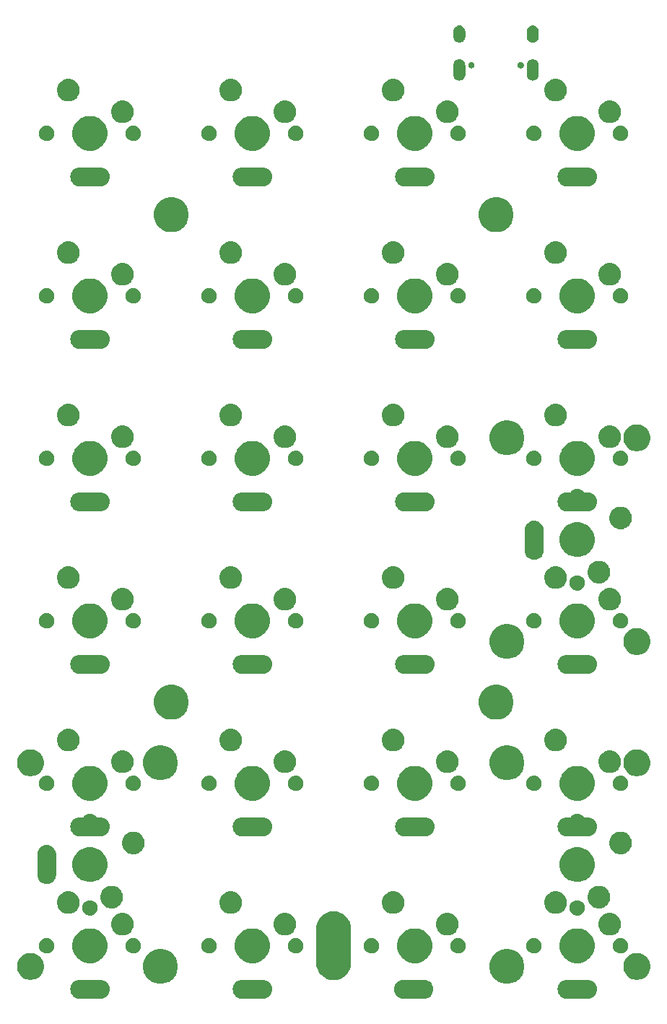
<source format=gbr>
G04 #@! TF.GenerationSoftware,KiCad,Pcbnew,5.1.2*
G04 #@! TF.CreationDate,2019-07-29T09:43:07-03:00*
G04 #@! TF.ProjectId,zeke,7a656b65-2e6b-4696-9361-645f70636258,rev?*
G04 #@! TF.SameCoordinates,Original*
G04 #@! TF.FileFunction,Soldermask,Bot*
G04 #@! TF.FilePolarity,Negative*
%FSLAX46Y46*%
G04 Gerber Fmt 4.6, Leading zero omitted, Abs format (unit mm)*
G04 Created by KiCad (PCBNEW 5.1.2) date 2019-07-29 09:43:07*
%MOMM*%
%LPD*%
G04 APERTURE LIST*
%ADD10C,0.254000*%
G04 APERTURE END LIST*
D10*
G36*
X47850522Y-145680060D02*
G01*
X48019431Y-145731298D01*
X48056748Y-145742618D01*
X48058066Y-145743018D01*
X48249331Y-145845252D01*
X48416982Y-145982838D01*
X48554568Y-146150489D01*
X48656802Y-146341754D01*
X48719760Y-146549298D01*
X48741017Y-146765130D01*
X48719760Y-146980962D01*
X48656802Y-147188506D01*
X48554568Y-147379771D01*
X48416982Y-147547422D01*
X48249331Y-147685008D01*
X48058066Y-147787242D01*
X47850522Y-147850200D01*
X47688779Y-147866130D01*
X45180601Y-147866130D01*
X45018858Y-147850200D01*
X44811314Y-147787242D01*
X44620049Y-147685008D01*
X44452398Y-147547422D01*
X44314812Y-147379771D01*
X44212578Y-147188506D01*
X44149620Y-146980962D01*
X44128363Y-146765130D01*
X44149620Y-146549298D01*
X44212578Y-146341754D01*
X44314812Y-146150489D01*
X44452398Y-145982838D01*
X44620049Y-145845252D01*
X44811314Y-145743018D01*
X44812633Y-145742618D01*
X44849949Y-145731298D01*
X45018858Y-145680060D01*
X45180601Y-145664130D01*
X47688779Y-145664130D01*
X47850522Y-145680060D01*
X47850522Y-145680060D01*
G37*
G36*
X66900602Y-145680060D02*
G01*
X67069511Y-145731298D01*
X67106828Y-145742618D01*
X67108146Y-145743018D01*
X67299411Y-145845252D01*
X67467062Y-145982838D01*
X67604648Y-146150489D01*
X67706882Y-146341754D01*
X67769840Y-146549298D01*
X67791097Y-146765130D01*
X67769840Y-146980962D01*
X67706882Y-147188506D01*
X67604648Y-147379771D01*
X67467062Y-147547422D01*
X67299411Y-147685008D01*
X67108146Y-147787242D01*
X66900602Y-147850200D01*
X66738859Y-147866130D01*
X64230681Y-147866130D01*
X64068938Y-147850200D01*
X63861394Y-147787242D01*
X63670129Y-147685008D01*
X63502478Y-147547422D01*
X63364892Y-147379771D01*
X63262658Y-147188506D01*
X63199700Y-146980962D01*
X63178443Y-146765130D01*
X63199700Y-146549298D01*
X63262658Y-146341754D01*
X63364892Y-146150489D01*
X63502478Y-145982838D01*
X63670129Y-145845252D01*
X63861394Y-145743018D01*
X63862713Y-145742618D01*
X63900029Y-145731298D01*
X64068938Y-145680060D01*
X64230681Y-145664130D01*
X66738859Y-145664130D01*
X66900602Y-145680060D01*
X66900602Y-145680060D01*
G37*
G36*
X85823522Y-145680060D02*
G01*
X85992431Y-145731298D01*
X86029748Y-145742618D01*
X86031066Y-145743018D01*
X86222331Y-145845252D01*
X86389982Y-145982838D01*
X86527568Y-146150489D01*
X86629802Y-146341754D01*
X86692760Y-146549298D01*
X86714017Y-146765130D01*
X86692760Y-146980962D01*
X86629802Y-147188506D01*
X86527568Y-147379771D01*
X86389982Y-147547422D01*
X86222331Y-147685008D01*
X86031066Y-147787242D01*
X85823522Y-147850200D01*
X85661779Y-147866130D01*
X83153601Y-147866130D01*
X82991858Y-147850200D01*
X82784314Y-147787242D01*
X82593049Y-147685008D01*
X82425398Y-147547422D01*
X82287812Y-147379771D01*
X82185578Y-147188506D01*
X82122620Y-146980962D01*
X82101363Y-146765130D01*
X82122620Y-146549298D01*
X82185578Y-146341754D01*
X82287812Y-146150489D01*
X82425398Y-145982838D01*
X82593049Y-145845252D01*
X82784314Y-145743018D01*
X82785633Y-145742618D01*
X82822949Y-145731298D01*
X82991858Y-145680060D01*
X83153601Y-145664130D01*
X85661779Y-145664130D01*
X85823522Y-145680060D01*
X85823522Y-145680060D01*
G37*
G36*
X105000522Y-145679660D02*
G01*
X105208066Y-145742618D01*
X105399331Y-145844852D01*
X105566982Y-145982438D01*
X105704568Y-146150089D01*
X105806802Y-146341354D01*
X105869760Y-146548898D01*
X105891017Y-146764730D01*
X105869760Y-146980562D01*
X105806802Y-147188106D01*
X105704568Y-147379371D01*
X105566982Y-147547022D01*
X105399331Y-147684608D01*
X105208066Y-147786842D01*
X105208063Y-147786843D01*
X105206744Y-147787243D01*
X105000522Y-147849800D01*
X104838779Y-147865730D01*
X102330601Y-147865730D01*
X102168858Y-147849800D01*
X101962636Y-147787243D01*
X101961317Y-147786843D01*
X101961314Y-147786842D01*
X101770049Y-147684608D01*
X101602398Y-147547022D01*
X101464812Y-147379371D01*
X101362578Y-147188106D01*
X101299620Y-146980562D01*
X101278363Y-146764730D01*
X101299620Y-146548898D01*
X101362578Y-146341354D01*
X101464812Y-146150089D01*
X101602398Y-145982438D01*
X101770049Y-145844852D01*
X101961314Y-145742618D01*
X102168858Y-145679660D01*
X102330601Y-145663730D01*
X104838779Y-145663730D01*
X105000522Y-145679660D01*
X105000522Y-145679660D01*
G37*
G36*
X55286044Y-142131614D02*
G01*
X55504044Y-142221913D01*
X55658193Y-142285763D01*
X55993118Y-142509553D01*
X56277947Y-142794382D01*
X56501737Y-143129307D01*
X56501737Y-143129308D01*
X56655886Y-143501456D01*
X56734470Y-143896524D01*
X56734470Y-144299336D01*
X56655886Y-144694404D01*
X56608024Y-144809953D01*
X56501737Y-145066553D01*
X56277947Y-145401478D01*
X55993118Y-145686307D01*
X55658193Y-145910097D01*
X55504044Y-145973947D01*
X55286044Y-146064246D01*
X54890976Y-146142830D01*
X54488164Y-146142830D01*
X54093096Y-146064246D01*
X53875096Y-145973947D01*
X53720947Y-145910097D01*
X53386022Y-145686307D01*
X53101193Y-145401478D01*
X52877403Y-145066553D01*
X52771116Y-144809953D01*
X52723254Y-144694404D01*
X52644670Y-144299336D01*
X52644670Y-143896524D01*
X52723254Y-143501456D01*
X52877403Y-143129308D01*
X52877403Y-143129307D01*
X53101193Y-142794382D01*
X53386022Y-142509553D01*
X53720947Y-142285763D01*
X53875096Y-142221913D01*
X54093096Y-142131614D01*
X54488164Y-142053030D01*
X54890976Y-142053030D01*
X55286044Y-142131614D01*
X55286044Y-142131614D01*
G37*
G36*
X95926284Y-142131614D02*
G01*
X96144284Y-142221913D01*
X96298433Y-142285763D01*
X96633358Y-142509553D01*
X96918187Y-142794382D01*
X97141977Y-143129307D01*
X97141977Y-143129308D01*
X97296126Y-143501456D01*
X97374710Y-143896524D01*
X97374710Y-144299336D01*
X97296126Y-144694404D01*
X97248264Y-144809953D01*
X97141977Y-145066553D01*
X96918187Y-145401478D01*
X96633358Y-145686307D01*
X96298433Y-145910097D01*
X96144284Y-145973947D01*
X95926284Y-146064246D01*
X95531216Y-146142830D01*
X95128404Y-146142830D01*
X94733336Y-146064246D01*
X94515336Y-145973947D01*
X94361187Y-145910097D01*
X94026262Y-145686307D01*
X93741433Y-145401478D01*
X93517643Y-145066553D01*
X93411356Y-144809953D01*
X93363494Y-144694404D01*
X93284910Y-144299336D01*
X93284910Y-143896524D01*
X93363494Y-143501456D01*
X93517643Y-143129308D01*
X93517643Y-143129307D01*
X93741433Y-142794382D01*
X94026262Y-142509553D01*
X94361187Y-142285763D01*
X94515336Y-142221913D01*
X94733336Y-142131614D01*
X95128404Y-142053030D01*
X95531216Y-142053030D01*
X95926284Y-142131614D01*
X95926284Y-142131614D01*
G37*
G36*
X75411755Y-137683647D02*
G01*
X75697775Y-137770410D01*
X75798374Y-137800926D01*
X76154673Y-137991372D01*
X76154676Y-137991374D01*
X76154677Y-137991375D01*
X76466983Y-138247677D01*
X76723285Y-138559983D01*
X76723288Y-138559987D01*
X76913734Y-138916286D01*
X76913735Y-138916289D01*
X77031013Y-139302904D01*
X77060690Y-139604220D01*
X77060690Y-143765720D01*
X77031013Y-144067036D01*
X76913735Y-144453651D01*
X76913734Y-144453654D01*
X76723288Y-144809953D01*
X76723286Y-144809956D01*
X76723285Y-144809957D01*
X76466983Y-145122263D01*
X76154677Y-145378565D01*
X76154673Y-145378568D01*
X75798374Y-145569014D01*
X75798371Y-145569015D01*
X75411756Y-145686293D01*
X75009690Y-145725893D01*
X74607625Y-145686293D01*
X74221010Y-145569015D01*
X74221007Y-145569014D01*
X73864708Y-145378568D01*
X73864704Y-145378565D01*
X73552398Y-145122263D01*
X73296096Y-144809957D01*
X73296095Y-144809956D01*
X73296093Y-144809953D01*
X73105647Y-144453654D01*
X73105646Y-144453651D01*
X72988368Y-144067036D01*
X72958691Y-143765720D01*
X72958690Y-139604221D01*
X72988367Y-139302905D01*
X73105645Y-138916290D01*
X73105646Y-138916286D01*
X73296092Y-138559987D01*
X73296095Y-138559983D01*
X73552397Y-138247677D01*
X73864703Y-137991375D01*
X73864704Y-137991374D01*
X73864707Y-137991372D01*
X74221006Y-137800926D01*
X74221009Y-137800925D01*
X74607624Y-137683647D01*
X75009690Y-137644047D01*
X75411755Y-137683647D01*
X75411755Y-137683647D01*
G37*
G36*
X110872141Y-142552211D02*
G01*
X111029221Y-142583456D01*
X111147947Y-142632634D01*
X111315851Y-142702182D01*
X111315852Y-142702183D01*
X111573814Y-142874547D01*
X111793193Y-143093926D01*
X111816834Y-143129308D01*
X111965558Y-143351889D01*
X112084284Y-143638520D01*
X112144810Y-143942805D01*
X112144810Y-144253055D01*
X112084284Y-144557340D01*
X111965558Y-144843971D01*
X111965557Y-144843972D01*
X111793193Y-145101934D01*
X111573814Y-145321313D01*
X111453838Y-145401478D01*
X111315851Y-145493678D01*
X111147947Y-145563226D01*
X111029221Y-145612404D01*
X110877077Y-145642667D01*
X110724935Y-145672930D01*
X110414685Y-145672930D01*
X110262543Y-145642667D01*
X110110399Y-145612404D01*
X109991673Y-145563226D01*
X109823769Y-145493678D01*
X109685782Y-145401478D01*
X109565806Y-145321313D01*
X109346427Y-145101934D01*
X109174063Y-144843972D01*
X109174062Y-144843971D01*
X109055336Y-144557340D01*
X108994810Y-144253055D01*
X108994810Y-143942805D01*
X109055336Y-143638520D01*
X109174062Y-143351889D01*
X109322786Y-143129308D01*
X109346427Y-143093926D01*
X109565806Y-142874547D01*
X109823768Y-142702183D01*
X109823769Y-142702182D01*
X109991673Y-142632634D01*
X110110399Y-142583456D01*
X110267479Y-142552211D01*
X110414685Y-142522930D01*
X110724935Y-142522930D01*
X110872141Y-142552211D01*
X110872141Y-142552211D01*
G37*
G36*
X39751901Y-142552211D02*
G01*
X39908981Y-142583456D01*
X40027707Y-142632634D01*
X40195611Y-142702182D01*
X40195612Y-142702183D01*
X40453574Y-142874547D01*
X40672953Y-143093926D01*
X40696594Y-143129308D01*
X40845318Y-143351889D01*
X40964044Y-143638520D01*
X41024570Y-143942805D01*
X41024570Y-144253055D01*
X40964044Y-144557340D01*
X40845318Y-144843971D01*
X40845317Y-144843972D01*
X40672953Y-145101934D01*
X40453574Y-145321313D01*
X40333598Y-145401478D01*
X40195611Y-145493678D01*
X40027707Y-145563226D01*
X39908981Y-145612404D01*
X39756837Y-145642667D01*
X39604695Y-145672930D01*
X39294445Y-145672930D01*
X39142303Y-145642667D01*
X38990159Y-145612404D01*
X38871433Y-145563226D01*
X38703529Y-145493678D01*
X38565542Y-145401478D01*
X38445566Y-145321313D01*
X38226187Y-145101934D01*
X38053823Y-144843972D01*
X38053822Y-144843971D01*
X37935096Y-144557340D01*
X37874570Y-144253055D01*
X37874570Y-143942805D01*
X37935096Y-143638520D01*
X38053822Y-143351889D01*
X38202546Y-143129308D01*
X38226187Y-143093926D01*
X38445566Y-142874547D01*
X38703528Y-142702183D01*
X38703529Y-142702182D01*
X38871433Y-142632634D01*
X38990159Y-142583456D01*
X39147239Y-142552211D01*
X39294445Y-142522930D01*
X39604695Y-142522930D01*
X39751901Y-142552211D01*
X39751901Y-142552211D01*
G37*
G36*
X104181284Y-139718654D02*
G01*
X104306929Y-139770698D01*
X104553433Y-139872803D01*
X104888358Y-140096593D01*
X105173187Y-140381422D01*
X105396977Y-140716347D01*
X105460827Y-140870496D01*
X105551126Y-141088496D01*
X105629710Y-141483564D01*
X105629710Y-141886376D01*
X105551126Y-142281444D01*
X105467132Y-142484223D01*
X105396977Y-142653593D01*
X105173187Y-142988518D01*
X104888358Y-143273347D01*
X104553433Y-143497137D01*
X104399284Y-143560987D01*
X104181284Y-143651286D01*
X103786216Y-143729870D01*
X103383404Y-143729870D01*
X102988336Y-143651286D01*
X102770336Y-143560987D01*
X102616187Y-143497137D01*
X102281262Y-143273347D01*
X101996433Y-142988518D01*
X101772643Y-142653593D01*
X101702488Y-142484223D01*
X101618494Y-142281444D01*
X101539910Y-141886376D01*
X101539910Y-141483564D01*
X101618494Y-141088496D01*
X101708793Y-140870496D01*
X101772643Y-140716347D01*
X101996433Y-140381422D01*
X102281262Y-140096593D01*
X102616187Y-139872803D01*
X102862691Y-139770698D01*
X102988336Y-139718654D01*
X103383404Y-139640070D01*
X103786216Y-139640070D01*
X104181284Y-139718654D01*
X104181284Y-139718654D01*
G37*
G36*
X47031044Y-139718654D02*
G01*
X47156689Y-139770698D01*
X47403193Y-139872803D01*
X47738118Y-140096593D01*
X48022947Y-140381422D01*
X48246737Y-140716347D01*
X48310587Y-140870496D01*
X48400886Y-141088496D01*
X48479470Y-141483564D01*
X48479470Y-141886376D01*
X48400886Y-142281444D01*
X48316892Y-142484223D01*
X48246737Y-142653593D01*
X48022947Y-142988518D01*
X47738118Y-143273347D01*
X47403193Y-143497137D01*
X47249044Y-143560987D01*
X47031044Y-143651286D01*
X46635976Y-143729870D01*
X46233164Y-143729870D01*
X45838096Y-143651286D01*
X45620096Y-143560987D01*
X45465947Y-143497137D01*
X45131022Y-143273347D01*
X44846193Y-142988518D01*
X44622403Y-142653593D01*
X44552248Y-142484223D01*
X44468254Y-142281444D01*
X44389670Y-141886376D01*
X44389670Y-141483564D01*
X44468254Y-141088496D01*
X44558553Y-140870496D01*
X44622403Y-140716347D01*
X44846193Y-140381422D01*
X45131022Y-140096593D01*
X45465947Y-139872803D01*
X45712451Y-139770698D01*
X45838096Y-139718654D01*
X46233164Y-139640070D01*
X46635976Y-139640070D01*
X47031044Y-139718654D01*
X47031044Y-139718654D01*
G37*
G36*
X85131204Y-139718654D02*
G01*
X85256849Y-139770698D01*
X85503353Y-139872803D01*
X85838278Y-140096593D01*
X86123107Y-140381422D01*
X86346897Y-140716347D01*
X86410747Y-140870496D01*
X86501046Y-141088496D01*
X86579630Y-141483564D01*
X86579630Y-141886376D01*
X86501046Y-142281444D01*
X86417052Y-142484223D01*
X86346897Y-142653593D01*
X86123107Y-142988518D01*
X85838278Y-143273347D01*
X85503353Y-143497137D01*
X85349204Y-143560987D01*
X85131204Y-143651286D01*
X84736136Y-143729870D01*
X84333324Y-143729870D01*
X83938256Y-143651286D01*
X83720256Y-143560987D01*
X83566107Y-143497137D01*
X83231182Y-143273347D01*
X82946353Y-142988518D01*
X82722563Y-142653593D01*
X82652408Y-142484223D01*
X82568414Y-142281444D01*
X82489830Y-141886376D01*
X82489830Y-141483564D01*
X82568414Y-141088496D01*
X82658713Y-140870496D01*
X82722563Y-140716347D01*
X82946353Y-140381422D01*
X83231182Y-140096593D01*
X83566107Y-139872803D01*
X83812611Y-139770698D01*
X83938256Y-139718654D01*
X84333324Y-139640070D01*
X84736136Y-139640070D01*
X85131204Y-139718654D01*
X85131204Y-139718654D01*
G37*
G36*
X66081124Y-139718654D02*
G01*
X66206769Y-139770698D01*
X66453273Y-139872803D01*
X66788198Y-140096593D01*
X67073027Y-140381422D01*
X67296817Y-140716347D01*
X67360667Y-140870496D01*
X67450966Y-141088496D01*
X67529550Y-141483564D01*
X67529550Y-141886376D01*
X67450966Y-142281444D01*
X67366972Y-142484223D01*
X67296817Y-142653593D01*
X67073027Y-142988518D01*
X66788198Y-143273347D01*
X66453273Y-143497137D01*
X66299124Y-143560987D01*
X66081124Y-143651286D01*
X65686056Y-143729870D01*
X65283244Y-143729870D01*
X64888176Y-143651286D01*
X64670176Y-143560987D01*
X64516027Y-143497137D01*
X64181102Y-143273347D01*
X63896273Y-142988518D01*
X63672483Y-142653593D01*
X63602328Y-142484223D01*
X63518334Y-142281444D01*
X63439750Y-141886376D01*
X63439750Y-141483564D01*
X63518334Y-141088496D01*
X63608633Y-140870496D01*
X63672483Y-140716347D01*
X63896273Y-140381422D01*
X64181102Y-140096593D01*
X64516027Y-139872803D01*
X64762531Y-139770698D01*
X64888176Y-139718654D01*
X65283244Y-139640070D01*
X65686056Y-139640070D01*
X66081124Y-139718654D01*
X66081124Y-139718654D01*
G37*
G36*
X98680762Y-140800400D02*
G01*
X98767885Y-140817729D01*
X98877308Y-140863054D01*
X98932021Y-140885717D01*
X99078743Y-140983753D01*
X99079738Y-140984418D01*
X99205362Y-141110042D01*
X99205364Y-141110045D01*
X99304063Y-141257759D01*
X99304063Y-141257760D01*
X99372051Y-141421895D01*
X99406710Y-141596141D01*
X99406710Y-141773799D01*
X99372051Y-141948045D01*
X99328564Y-142053030D01*
X99304063Y-142112181D01*
X99206027Y-142258903D01*
X99205362Y-142259898D01*
X99079738Y-142385522D01*
X99079735Y-142385524D01*
X98932021Y-142484223D01*
X98877308Y-142506886D01*
X98767885Y-142552211D01*
X98680762Y-142569541D01*
X98593641Y-142586870D01*
X98415979Y-142586870D01*
X98328858Y-142569541D01*
X98241735Y-142552211D01*
X98132312Y-142506886D01*
X98077599Y-142484223D01*
X97929885Y-142385524D01*
X97929882Y-142385522D01*
X97804258Y-142259898D01*
X97803593Y-142258903D01*
X97705557Y-142112181D01*
X97681056Y-142053030D01*
X97637569Y-141948045D01*
X97602910Y-141773799D01*
X97602910Y-141596141D01*
X97637569Y-141421895D01*
X97705557Y-141257760D01*
X97705557Y-141257759D01*
X97804256Y-141110045D01*
X97804258Y-141110042D01*
X97929882Y-140984418D01*
X97930877Y-140983753D01*
X98077599Y-140885717D01*
X98132312Y-140863054D01*
X98241735Y-140817729D01*
X98328858Y-140800400D01*
X98415979Y-140783070D01*
X98593641Y-140783070D01*
X98680762Y-140800400D01*
X98680762Y-140800400D01*
G37*
G36*
X79630682Y-140800400D02*
G01*
X79717805Y-140817729D01*
X79827228Y-140863054D01*
X79881941Y-140885717D01*
X80028663Y-140983753D01*
X80029658Y-140984418D01*
X80155282Y-141110042D01*
X80155284Y-141110045D01*
X80253983Y-141257759D01*
X80253983Y-141257760D01*
X80321971Y-141421895D01*
X80356630Y-141596141D01*
X80356630Y-141773799D01*
X80321971Y-141948045D01*
X80278484Y-142053030D01*
X80253983Y-142112181D01*
X80155947Y-142258903D01*
X80155282Y-142259898D01*
X80029658Y-142385522D01*
X80029655Y-142385524D01*
X79881941Y-142484223D01*
X79827228Y-142506886D01*
X79717805Y-142552211D01*
X79630682Y-142569541D01*
X79543561Y-142586870D01*
X79365899Y-142586870D01*
X79278778Y-142569541D01*
X79191655Y-142552211D01*
X79082232Y-142506886D01*
X79027519Y-142484223D01*
X78879805Y-142385524D01*
X78879802Y-142385522D01*
X78754178Y-142259898D01*
X78753513Y-142258903D01*
X78655477Y-142112181D01*
X78630976Y-142053030D01*
X78587489Y-141948045D01*
X78552830Y-141773799D01*
X78552830Y-141596141D01*
X78587489Y-141421895D01*
X78655477Y-141257760D01*
X78655477Y-141257759D01*
X78754176Y-141110045D01*
X78754178Y-141110042D01*
X78879802Y-140984418D01*
X78880797Y-140983753D01*
X79027519Y-140885717D01*
X79082232Y-140863054D01*
X79191655Y-140817729D01*
X79278778Y-140800400D01*
X79365899Y-140783070D01*
X79543561Y-140783070D01*
X79630682Y-140800400D01*
X79630682Y-140800400D01*
G37*
G36*
X60580602Y-140800400D02*
G01*
X60667725Y-140817729D01*
X60777148Y-140863054D01*
X60831861Y-140885717D01*
X60978583Y-140983753D01*
X60979578Y-140984418D01*
X61105202Y-141110042D01*
X61105204Y-141110045D01*
X61203903Y-141257759D01*
X61203903Y-141257760D01*
X61271891Y-141421895D01*
X61306550Y-141596141D01*
X61306550Y-141773799D01*
X61271891Y-141948045D01*
X61228404Y-142053030D01*
X61203903Y-142112181D01*
X61105867Y-142258903D01*
X61105202Y-142259898D01*
X60979578Y-142385522D01*
X60979575Y-142385524D01*
X60831861Y-142484223D01*
X60777148Y-142506886D01*
X60667725Y-142552211D01*
X60580602Y-142569541D01*
X60493481Y-142586870D01*
X60315819Y-142586870D01*
X60228698Y-142569541D01*
X60141575Y-142552211D01*
X60032152Y-142506886D01*
X59977439Y-142484223D01*
X59829725Y-142385524D01*
X59829722Y-142385522D01*
X59704098Y-142259898D01*
X59703433Y-142258903D01*
X59605397Y-142112181D01*
X59580896Y-142053030D01*
X59537409Y-141948045D01*
X59502750Y-141773799D01*
X59502750Y-141596141D01*
X59537409Y-141421895D01*
X59605397Y-141257760D01*
X59605397Y-141257759D01*
X59704096Y-141110045D01*
X59704098Y-141110042D01*
X59829722Y-140984418D01*
X59830717Y-140983753D01*
X59977439Y-140885717D01*
X60032152Y-140863054D01*
X60141575Y-140817729D01*
X60228698Y-140800400D01*
X60315819Y-140783070D01*
X60493481Y-140783070D01*
X60580602Y-140800400D01*
X60580602Y-140800400D01*
G37*
G36*
X41530522Y-140800400D02*
G01*
X41617645Y-140817729D01*
X41727068Y-140863054D01*
X41781781Y-140885717D01*
X41928503Y-140983753D01*
X41929498Y-140984418D01*
X42055122Y-141110042D01*
X42055124Y-141110045D01*
X42153823Y-141257759D01*
X42153823Y-141257760D01*
X42221811Y-141421895D01*
X42256470Y-141596141D01*
X42256470Y-141773799D01*
X42221811Y-141948045D01*
X42178324Y-142053030D01*
X42153823Y-142112181D01*
X42055787Y-142258903D01*
X42055122Y-142259898D01*
X41929498Y-142385522D01*
X41929495Y-142385524D01*
X41781781Y-142484223D01*
X41727068Y-142506886D01*
X41617645Y-142552211D01*
X41530522Y-142569541D01*
X41443401Y-142586870D01*
X41265739Y-142586870D01*
X41178618Y-142569541D01*
X41091495Y-142552211D01*
X40982072Y-142506886D01*
X40927359Y-142484223D01*
X40779645Y-142385524D01*
X40779642Y-142385522D01*
X40654018Y-142259898D01*
X40653353Y-142258903D01*
X40555317Y-142112181D01*
X40530816Y-142053030D01*
X40487329Y-141948045D01*
X40452670Y-141773799D01*
X40452670Y-141596141D01*
X40487329Y-141421895D01*
X40555317Y-141257760D01*
X40555317Y-141257759D01*
X40654016Y-141110045D01*
X40654018Y-141110042D01*
X40779642Y-140984418D01*
X40780637Y-140983753D01*
X40927359Y-140885717D01*
X40982072Y-140863054D01*
X41091495Y-140817729D01*
X41178618Y-140800400D01*
X41265739Y-140783070D01*
X41443401Y-140783070D01*
X41530522Y-140800400D01*
X41530522Y-140800400D01*
G37*
G36*
X51690522Y-140800400D02*
G01*
X51777645Y-140817729D01*
X51887068Y-140863054D01*
X51941781Y-140885717D01*
X52088503Y-140983753D01*
X52089498Y-140984418D01*
X52215122Y-141110042D01*
X52215124Y-141110045D01*
X52313823Y-141257759D01*
X52313823Y-141257760D01*
X52381811Y-141421895D01*
X52416470Y-141596141D01*
X52416470Y-141773799D01*
X52381811Y-141948045D01*
X52338324Y-142053030D01*
X52313823Y-142112181D01*
X52215787Y-142258903D01*
X52215122Y-142259898D01*
X52089498Y-142385522D01*
X52089495Y-142385524D01*
X51941781Y-142484223D01*
X51887068Y-142506886D01*
X51777645Y-142552211D01*
X51690522Y-142569541D01*
X51603401Y-142586870D01*
X51425739Y-142586870D01*
X51338618Y-142569541D01*
X51251495Y-142552211D01*
X51142072Y-142506886D01*
X51087359Y-142484223D01*
X50939645Y-142385524D01*
X50939642Y-142385522D01*
X50814018Y-142259898D01*
X50813353Y-142258903D01*
X50715317Y-142112181D01*
X50690816Y-142053030D01*
X50647329Y-141948045D01*
X50612670Y-141773799D01*
X50612670Y-141596141D01*
X50647329Y-141421895D01*
X50715317Y-141257760D01*
X50715317Y-141257759D01*
X50814016Y-141110045D01*
X50814018Y-141110042D01*
X50939642Y-140984418D01*
X50940637Y-140983753D01*
X51087359Y-140885717D01*
X51142072Y-140863054D01*
X51251495Y-140817729D01*
X51338618Y-140800400D01*
X51425739Y-140783070D01*
X51603401Y-140783070D01*
X51690522Y-140800400D01*
X51690522Y-140800400D01*
G37*
G36*
X108840762Y-140800400D02*
G01*
X108927885Y-140817729D01*
X109037308Y-140863054D01*
X109092021Y-140885717D01*
X109238743Y-140983753D01*
X109239738Y-140984418D01*
X109365362Y-141110042D01*
X109365364Y-141110045D01*
X109464063Y-141257759D01*
X109464063Y-141257760D01*
X109532051Y-141421895D01*
X109566710Y-141596141D01*
X109566710Y-141773799D01*
X109532051Y-141948045D01*
X109488564Y-142053030D01*
X109464063Y-142112181D01*
X109366027Y-142258903D01*
X109365362Y-142259898D01*
X109239738Y-142385522D01*
X109239735Y-142385524D01*
X109092021Y-142484223D01*
X109037308Y-142506886D01*
X108927885Y-142552211D01*
X108840762Y-142569541D01*
X108753641Y-142586870D01*
X108575979Y-142586870D01*
X108488858Y-142569541D01*
X108401735Y-142552211D01*
X108292312Y-142506886D01*
X108237599Y-142484223D01*
X108089885Y-142385524D01*
X108089882Y-142385522D01*
X107964258Y-142259898D01*
X107963593Y-142258903D01*
X107865557Y-142112181D01*
X107841056Y-142053030D01*
X107797569Y-141948045D01*
X107762910Y-141773799D01*
X107762910Y-141596141D01*
X107797569Y-141421895D01*
X107865557Y-141257760D01*
X107865557Y-141257759D01*
X107964256Y-141110045D01*
X107964258Y-141110042D01*
X108089882Y-140984418D01*
X108090877Y-140983753D01*
X108237599Y-140885717D01*
X108292312Y-140863054D01*
X108401735Y-140817729D01*
X108488858Y-140800400D01*
X108575979Y-140783070D01*
X108753641Y-140783070D01*
X108840762Y-140800400D01*
X108840762Y-140800400D01*
G37*
G36*
X70740602Y-140800400D02*
G01*
X70827725Y-140817729D01*
X70937148Y-140863054D01*
X70991861Y-140885717D01*
X71138583Y-140983753D01*
X71139578Y-140984418D01*
X71265202Y-141110042D01*
X71265204Y-141110045D01*
X71363903Y-141257759D01*
X71363903Y-141257760D01*
X71431891Y-141421895D01*
X71466550Y-141596141D01*
X71466550Y-141773799D01*
X71431891Y-141948045D01*
X71388404Y-142053030D01*
X71363903Y-142112181D01*
X71265867Y-142258903D01*
X71265202Y-142259898D01*
X71139578Y-142385522D01*
X71139575Y-142385524D01*
X70991861Y-142484223D01*
X70937148Y-142506886D01*
X70827725Y-142552211D01*
X70740602Y-142569541D01*
X70653481Y-142586870D01*
X70475819Y-142586870D01*
X70388698Y-142569541D01*
X70301575Y-142552211D01*
X70192152Y-142506886D01*
X70137439Y-142484223D01*
X69989725Y-142385524D01*
X69989722Y-142385522D01*
X69864098Y-142259898D01*
X69863433Y-142258903D01*
X69765397Y-142112181D01*
X69740896Y-142053030D01*
X69697409Y-141948045D01*
X69662750Y-141773799D01*
X69662750Y-141596141D01*
X69697409Y-141421895D01*
X69765397Y-141257760D01*
X69765397Y-141257759D01*
X69864096Y-141110045D01*
X69864098Y-141110042D01*
X69989722Y-140984418D01*
X69990717Y-140983753D01*
X70137439Y-140885717D01*
X70192152Y-140863054D01*
X70301575Y-140817729D01*
X70388698Y-140800400D01*
X70475819Y-140783070D01*
X70653481Y-140783070D01*
X70740602Y-140800400D01*
X70740602Y-140800400D01*
G37*
G36*
X89790682Y-140800400D02*
G01*
X89877805Y-140817729D01*
X89987228Y-140863054D01*
X90041941Y-140885717D01*
X90188663Y-140983753D01*
X90189658Y-140984418D01*
X90315282Y-141110042D01*
X90315284Y-141110045D01*
X90413983Y-141257759D01*
X90413983Y-141257760D01*
X90481971Y-141421895D01*
X90516630Y-141596141D01*
X90516630Y-141773799D01*
X90481971Y-141948045D01*
X90438484Y-142053030D01*
X90413983Y-142112181D01*
X90315947Y-142258903D01*
X90315282Y-142259898D01*
X90189658Y-142385522D01*
X90189655Y-142385524D01*
X90041941Y-142484223D01*
X89987228Y-142506886D01*
X89877805Y-142552211D01*
X89790682Y-142569541D01*
X89703561Y-142586870D01*
X89525899Y-142586870D01*
X89438778Y-142569541D01*
X89351655Y-142552211D01*
X89242232Y-142506886D01*
X89187519Y-142484223D01*
X89039805Y-142385524D01*
X89039802Y-142385522D01*
X88914178Y-142259898D01*
X88913513Y-142258903D01*
X88815477Y-142112181D01*
X88790976Y-142053030D01*
X88747489Y-141948045D01*
X88712830Y-141773799D01*
X88712830Y-141596141D01*
X88747489Y-141421895D01*
X88815477Y-141257760D01*
X88815477Y-141257759D01*
X88914176Y-141110045D01*
X88914178Y-141110042D01*
X89039802Y-140984418D01*
X89040797Y-140983753D01*
X89187519Y-140885717D01*
X89242232Y-140863054D01*
X89351655Y-140817729D01*
X89438778Y-140800400D01*
X89525899Y-140783070D01*
X89703561Y-140783070D01*
X89790682Y-140800400D01*
X89790682Y-140800400D01*
G37*
G36*
X88602444Y-137849352D02*
G01*
X88730052Y-137874735D01*
X88870878Y-137933067D01*
X88970457Y-137974314D01*
X89042251Y-138022285D01*
X89186819Y-138118882D01*
X89370818Y-138302881D01*
X89467415Y-138447449D01*
X89515386Y-138519243D01*
X89556633Y-138618822D01*
X89614965Y-138759648D01*
X89614965Y-138759650D01*
X89665730Y-139014861D01*
X89665730Y-139275079D01*
X89640348Y-139402684D01*
X89614965Y-139530292D01*
X89584342Y-139604221D01*
X89515386Y-139770697D01*
X89515385Y-139770698D01*
X89370818Y-139987059D01*
X89186819Y-140171058D01*
X89042251Y-140267655D01*
X88970457Y-140315626D01*
X88870878Y-140356873D01*
X88730052Y-140415205D01*
X88602445Y-140440587D01*
X88474839Y-140465970D01*
X88214621Y-140465970D01*
X88087015Y-140440587D01*
X87959408Y-140415205D01*
X87818582Y-140356873D01*
X87719003Y-140315626D01*
X87647209Y-140267655D01*
X87502641Y-140171058D01*
X87318642Y-139987059D01*
X87174075Y-139770698D01*
X87174074Y-139770697D01*
X87105118Y-139604221D01*
X87074495Y-139530292D01*
X87049112Y-139402684D01*
X87023730Y-139275079D01*
X87023730Y-139014861D01*
X87074495Y-138759650D01*
X87074495Y-138759648D01*
X87132827Y-138618822D01*
X87174074Y-138519243D01*
X87222045Y-138447449D01*
X87318642Y-138302881D01*
X87502641Y-138118882D01*
X87647209Y-138022285D01*
X87719003Y-137974314D01*
X87818582Y-137933067D01*
X87959408Y-137874735D01*
X88087016Y-137849352D01*
X88214621Y-137823970D01*
X88474839Y-137823970D01*
X88602444Y-137849352D01*
X88602444Y-137849352D01*
G37*
G36*
X107652524Y-137849352D02*
G01*
X107780132Y-137874735D01*
X107920958Y-137933067D01*
X108020537Y-137974314D01*
X108092331Y-138022285D01*
X108236899Y-138118882D01*
X108420898Y-138302881D01*
X108517495Y-138447449D01*
X108565466Y-138519243D01*
X108606713Y-138618822D01*
X108665045Y-138759648D01*
X108665045Y-138759650D01*
X108715810Y-139014861D01*
X108715810Y-139275079D01*
X108690428Y-139402684D01*
X108665045Y-139530292D01*
X108634422Y-139604221D01*
X108565466Y-139770697D01*
X108565465Y-139770698D01*
X108420898Y-139987059D01*
X108236899Y-140171058D01*
X108092331Y-140267655D01*
X108020537Y-140315626D01*
X107920958Y-140356873D01*
X107780132Y-140415205D01*
X107652525Y-140440587D01*
X107524919Y-140465970D01*
X107264701Y-140465970D01*
X107137095Y-140440587D01*
X107009488Y-140415205D01*
X106868662Y-140356873D01*
X106769083Y-140315626D01*
X106697289Y-140267655D01*
X106552721Y-140171058D01*
X106368722Y-139987059D01*
X106224155Y-139770698D01*
X106224154Y-139770697D01*
X106155198Y-139604221D01*
X106124575Y-139530292D01*
X106099192Y-139402684D01*
X106073810Y-139275079D01*
X106073810Y-139014861D01*
X106124575Y-138759650D01*
X106124575Y-138759648D01*
X106182907Y-138618822D01*
X106224154Y-138519243D01*
X106272125Y-138447449D01*
X106368722Y-138302881D01*
X106552721Y-138118882D01*
X106697289Y-138022285D01*
X106769083Y-137974314D01*
X106868662Y-137933067D01*
X107009488Y-137874735D01*
X107137096Y-137849352D01*
X107264701Y-137823970D01*
X107524919Y-137823970D01*
X107652524Y-137849352D01*
X107652524Y-137849352D01*
G37*
G36*
X69552364Y-137849352D02*
G01*
X69679972Y-137874735D01*
X69820798Y-137933067D01*
X69920377Y-137974314D01*
X69992171Y-138022285D01*
X70136739Y-138118882D01*
X70320738Y-138302881D01*
X70417335Y-138447449D01*
X70465306Y-138519243D01*
X70506553Y-138618822D01*
X70564885Y-138759648D01*
X70564885Y-138759650D01*
X70615650Y-139014861D01*
X70615650Y-139275079D01*
X70590268Y-139402684D01*
X70564885Y-139530292D01*
X70534262Y-139604221D01*
X70465306Y-139770697D01*
X70465305Y-139770698D01*
X70320738Y-139987059D01*
X70136739Y-140171058D01*
X69992171Y-140267655D01*
X69920377Y-140315626D01*
X69820798Y-140356873D01*
X69679972Y-140415205D01*
X69552365Y-140440587D01*
X69424759Y-140465970D01*
X69164541Y-140465970D01*
X69036935Y-140440587D01*
X68909328Y-140415205D01*
X68768502Y-140356873D01*
X68668923Y-140315626D01*
X68597129Y-140267655D01*
X68452561Y-140171058D01*
X68268562Y-139987059D01*
X68123995Y-139770698D01*
X68123994Y-139770697D01*
X68055038Y-139604221D01*
X68024415Y-139530292D01*
X67999032Y-139402684D01*
X67973650Y-139275079D01*
X67973650Y-139014861D01*
X68024415Y-138759650D01*
X68024415Y-138759648D01*
X68082747Y-138618822D01*
X68123994Y-138519243D01*
X68171965Y-138447449D01*
X68268562Y-138302881D01*
X68452561Y-138118882D01*
X68597129Y-138022285D01*
X68668923Y-137974314D01*
X68768502Y-137933067D01*
X68909328Y-137874735D01*
X69036936Y-137849352D01*
X69164541Y-137823970D01*
X69424759Y-137823970D01*
X69552364Y-137849352D01*
X69552364Y-137849352D01*
G37*
G36*
X50502284Y-137849352D02*
G01*
X50629892Y-137874735D01*
X50770718Y-137933067D01*
X50870297Y-137974314D01*
X50942091Y-138022285D01*
X51086659Y-138118882D01*
X51270658Y-138302881D01*
X51367255Y-138447449D01*
X51415226Y-138519243D01*
X51456473Y-138618822D01*
X51514805Y-138759648D01*
X51514805Y-138759650D01*
X51565570Y-139014861D01*
X51565570Y-139275079D01*
X51540188Y-139402684D01*
X51514805Y-139530292D01*
X51484182Y-139604221D01*
X51415226Y-139770697D01*
X51415225Y-139770698D01*
X51270658Y-139987059D01*
X51086659Y-140171058D01*
X50942091Y-140267655D01*
X50870297Y-140315626D01*
X50770718Y-140356873D01*
X50629892Y-140415205D01*
X50502285Y-140440587D01*
X50374679Y-140465970D01*
X50114461Y-140465970D01*
X49986855Y-140440587D01*
X49859248Y-140415205D01*
X49718422Y-140356873D01*
X49618843Y-140315626D01*
X49547049Y-140267655D01*
X49402481Y-140171058D01*
X49218482Y-139987059D01*
X49073915Y-139770698D01*
X49073914Y-139770697D01*
X49004958Y-139604221D01*
X48974335Y-139530292D01*
X48948952Y-139402684D01*
X48923570Y-139275079D01*
X48923570Y-139014861D01*
X48974335Y-138759650D01*
X48974335Y-138759648D01*
X49032667Y-138618822D01*
X49073914Y-138519243D01*
X49121885Y-138447449D01*
X49218482Y-138302881D01*
X49402481Y-138118882D01*
X49547049Y-138022285D01*
X49618843Y-137974314D01*
X49718422Y-137933067D01*
X49859248Y-137874735D01*
X49986856Y-137849352D01*
X50114461Y-137823970D01*
X50374679Y-137823970D01*
X50502284Y-137849352D01*
X50502284Y-137849352D01*
G37*
G36*
X103760222Y-136355252D02*
G01*
X103847885Y-136372689D01*
X103957308Y-136418014D01*
X104012021Y-136440677D01*
X104158743Y-136538713D01*
X104159738Y-136539378D01*
X104285362Y-136665002D01*
X104285364Y-136665005D01*
X104384063Y-136812719D01*
X104384063Y-136812720D01*
X104452051Y-136976855D01*
X104469381Y-137063978D01*
X104484619Y-137140586D01*
X104486710Y-137151101D01*
X104486710Y-137328759D01*
X104452051Y-137503005D01*
X104406726Y-137612428D01*
X104384063Y-137667141D01*
X104311576Y-137775626D01*
X104285362Y-137814858D01*
X104159738Y-137940482D01*
X104159735Y-137940484D01*
X104012021Y-138039183D01*
X103957308Y-138061846D01*
X103847885Y-138107171D01*
X103760762Y-138124500D01*
X103673641Y-138141830D01*
X103495979Y-138141830D01*
X103408858Y-138124500D01*
X103321735Y-138107171D01*
X103212312Y-138061846D01*
X103157599Y-138039183D01*
X103009885Y-137940484D01*
X103009882Y-137940482D01*
X102884258Y-137814858D01*
X102858044Y-137775626D01*
X102785557Y-137667141D01*
X102762894Y-137612428D01*
X102717569Y-137503005D01*
X102682910Y-137328759D01*
X102682910Y-137151101D01*
X102685002Y-137140586D01*
X102700239Y-137063978D01*
X102717569Y-136976855D01*
X102785557Y-136812720D01*
X102785557Y-136812719D01*
X102884256Y-136665005D01*
X102884258Y-136665002D01*
X103009882Y-136539378D01*
X103010877Y-136538713D01*
X103157599Y-136440677D01*
X103212312Y-136418014D01*
X103321735Y-136372689D01*
X103409398Y-136355252D01*
X103495979Y-136338030D01*
X103673641Y-136338030D01*
X103760222Y-136355252D01*
X103760222Y-136355252D01*
G37*
G36*
X46609982Y-136355252D02*
G01*
X46697645Y-136372689D01*
X46807068Y-136418014D01*
X46861781Y-136440677D01*
X47008503Y-136538713D01*
X47009498Y-136539378D01*
X47135122Y-136665002D01*
X47135124Y-136665005D01*
X47233823Y-136812719D01*
X47233823Y-136812720D01*
X47301811Y-136976855D01*
X47319141Y-137063978D01*
X47334379Y-137140586D01*
X47336470Y-137151101D01*
X47336470Y-137328759D01*
X47301811Y-137503005D01*
X47256486Y-137612428D01*
X47233823Y-137667141D01*
X47161336Y-137775626D01*
X47135122Y-137814858D01*
X47009498Y-137940482D01*
X47009495Y-137940484D01*
X46861781Y-138039183D01*
X46807068Y-138061846D01*
X46697645Y-138107171D01*
X46610522Y-138124500D01*
X46523401Y-138141830D01*
X46345739Y-138141830D01*
X46258618Y-138124500D01*
X46171495Y-138107171D01*
X46062072Y-138061846D01*
X46007359Y-138039183D01*
X45859645Y-137940484D01*
X45859642Y-137940482D01*
X45734018Y-137814858D01*
X45707804Y-137775626D01*
X45635317Y-137667141D01*
X45612654Y-137612428D01*
X45567329Y-137503005D01*
X45532670Y-137328759D01*
X45532670Y-137151101D01*
X45534762Y-137140586D01*
X45549999Y-137063978D01*
X45567329Y-136976855D01*
X45635317Y-136812720D01*
X45635317Y-136812719D01*
X45734016Y-136665005D01*
X45734018Y-136665002D01*
X45859642Y-136539378D01*
X45860637Y-136538713D01*
X46007359Y-136440677D01*
X46062072Y-136418014D01*
X46171495Y-136372689D01*
X46259158Y-136355252D01*
X46345739Y-136338030D01*
X46523401Y-136338030D01*
X46609982Y-136355252D01*
X46609982Y-136355252D01*
G37*
G36*
X101302525Y-135309353D02*
G01*
X101430132Y-135334735D01*
X101570958Y-135393067D01*
X101670537Y-135434314D01*
X101670538Y-135434315D01*
X101886899Y-135578882D01*
X102070898Y-135762881D01*
X102167495Y-135907449D01*
X102215466Y-135979243D01*
X102256713Y-136078822D01*
X102315045Y-136219648D01*
X102315045Y-136219650D01*
X102365810Y-136474861D01*
X102365810Y-136735079D01*
X102350366Y-136812719D01*
X102315045Y-136990292D01*
X102256713Y-137131118D01*
X102215466Y-137230697D01*
X102167495Y-137302491D01*
X102070898Y-137447059D01*
X101886899Y-137631058D01*
X101742331Y-137727655D01*
X101670537Y-137775626D01*
X101575829Y-137814855D01*
X101430132Y-137875205D01*
X101302525Y-137900587D01*
X101174919Y-137925970D01*
X100914701Y-137925970D01*
X100787095Y-137900587D01*
X100659488Y-137875205D01*
X100513791Y-137814855D01*
X100419083Y-137775626D01*
X100347289Y-137727655D01*
X100202721Y-137631058D01*
X100018722Y-137447059D01*
X99922125Y-137302491D01*
X99874154Y-137230697D01*
X99832907Y-137131118D01*
X99774575Y-136990292D01*
X99739254Y-136812719D01*
X99723810Y-136735079D01*
X99723810Y-136474861D01*
X99774575Y-136219650D01*
X99774575Y-136219648D01*
X99832907Y-136078822D01*
X99874154Y-135979243D01*
X99922125Y-135907449D01*
X100018722Y-135762881D01*
X100202721Y-135578882D01*
X100419082Y-135434315D01*
X100419083Y-135434314D01*
X100518662Y-135393067D01*
X100659488Y-135334735D01*
X100787095Y-135309353D01*
X100914701Y-135283970D01*
X101174919Y-135283970D01*
X101302525Y-135309353D01*
X101302525Y-135309353D01*
G37*
G36*
X82252445Y-135309353D02*
G01*
X82380052Y-135334735D01*
X82520878Y-135393067D01*
X82620457Y-135434314D01*
X82620458Y-135434315D01*
X82836819Y-135578882D01*
X83020818Y-135762881D01*
X83117415Y-135907449D01*
X83165386Y-135979243D01*
X83206633Y-136078822D01*
X83264965Y-136219648D01*
X83264965Y-136219650D01*
X83315730Y-136474861D01*
X83315730Y-136735079D01*
X83300286Y-136812719D01*
X83264965Y-136990292D01*
X83206633Y-137131118D01*
X83165386Y-137230697D01*
X83117415Y-137302491D01*
X83020818Y-137447059D01*
X82836819Y-137631058D01*
X82692251Y-137727655D01*
X82620457Y-137775626D01*
X82525749Y-137814855D01*
X82380052Y-137875205D01*
X82252445Y-137900587D01*
X82124839Y-137925970D01*
X81864621Y-137925970D01*
X81737015Y-137900587D01*
X81609408Y-137875205D01*
X81463711Y-137814855D01*
X81369003Y-137775626D01*
X81297209Y-137727655D01*
X81152641Y-137631058D01*
X80968642Y-137447059D01*
X80872045Y-137302491D01*
X80824074Y-137230697D01*
X80782827Y-137131118D01*
X80724495Y-136990292D01*
X80689174Y-136812719D01*
X80673730Y-136735079D01*
X80673730Y-136474861D01*
X80724495Y-136219650D01*
X80724495Y-136219648D01*
X80782827Y-136078822D01*
X80824074Y-135979243D01*
X80872045Y-135907449D01*
X80968642Y-135762881D01*
X81152641Y-135578882D01*
X81369002Y-135434315D01*
X81369003Y-135434314D01*
X81468582Y-135393067D01*
X81609408Y-135334735D01*
X81737015Y-135309353D01*
X81864621Y-135283970D01*
X82124839Y-135283970D01*
X82252445Y-135309353D01*
X82252445Y-135309353D01*
G37*
G36*
X44152285Y-135309353D02*
G01*
X44279892Y-135334735D01*
X44420718Y-135393067D01*
X44520297Y-135434314D01*
X44520298Y-135434315D01*
X44736659Y-135578882D01*
X44920658Y-135762881D01*
X45017255Y-135907449D01*
X45065226Y-135979243D01*
X45106473Y-136078822D01*
X45164805Y-136219648D01*
X45164805Y-136219650D01*
X45215570Y-136474861D01*
X45215570Y-136735079D01*
X45200126Y-136812719D01*
X45164805Y-136990292D01*
X45106473Y-137131118D01*
X45065226Y-137230697D01*
X45017255Y-137302491D01*
X44920658Y-137447059D01*
X44736659Y-137631058D01*
X44592091Y-137727655D01*
X44520297Y-137775626D01*
X44425589Y-137814855D01*
X44279892Y-137875205D01*
X44152285Y-137900587D01*
X44024679Y-137925970D01*
X43764461Y-137925970D01*
X43636855Y-137900587D01*
X43509248Y-137875205D01*
X43363551Y-137814855D01*
X43268843Y-137775626D01*
X43197049Y-137727655D01*
X43052481Y-137631058D01*
X42868482Y-137447059D01*
X42771885Y-137302491D01*
X42723914Y-137230697D01*
X42682667Y-137131118D01*
X42624335Y-136990292D01*
X42589014Y-136812719D01*
X42573570Y-136735079D01*
X42573570Y-136474861D01*
X42624335Y-136219650D01*
X42624335Y-136219648D01*
X42682667Y-136078822D01*
X42723914Y-135979243D01*
X42771885Y-135907449D01*
X42868482Y-135762881D01*
X43052481Y-135578882D01*
X43268842Y-135434315D01*
X43268843Y-135434314D01*
X43368422Y-135393067D01*
X43509248Y-135334735D01*
X43636855Y-135309353D01*
X43764461Y-135283970D01*
X44024679Y-135283970D01*
X44152285Y-135309353D01*
X44152285Y-135309353D01*
G37*
G36*
X63202365Y-135309353D02*
G01*
X63329972Y-135334735D01*
X63470798Y-135393067D01*
X63570377Y-135434314D01*
X63570378Y-135434315D01*
X63786739Y-135578882D01*
X63970738Y-135762881D01*
X64067335Y-135907449D01*
X64115306Y-135979243D01*
X64156553Y-136078822D01*
X64214885Y-136219648D01*
X64214885Y-136219650D01*
X64265650Y-136474861D01*
X64265650Y-136735079D01*
X64250206Y-136812719D01*
X64214885Y-136990292D01*
X64156553Y-137131118D01*
X64115306Y-137230697D01*
X64067335Y-137302491D01*
X63970738Y-137447059D01*
X63786739Y-137631058D01*
X63642171Y-137727655D01*
X63570377Y-137775626D01*
X63475669Y-137814855D01*
X63329972Y-137875205D01*
X63202365Y-137900587D01*
X63074759Y-137925970D01*
X62814541Y-137925970D01*
X62686935Y-137900587D01*
X62559328Y-137875205D01*
X62413631Y-137814855D01*
X62318923Y-137775626D01*
X62247129Y-137727655D01*
X62102561Y-137631058D01*
X61918562Y-137447059D01*
X61821965Y-137302491D01*
X61773994Y-137230697D01*
X61732747Y-137131118D01*
X61674415Y-136990292D01*
X61639094Y-136812719D01*
X61623650Y-136735079D01*
X61623650Y-136474861D01*
X61674415Y-136219650D01*
X61674415Y-136219648D01*
X61732747Y-136078822D01*
X61773994Y-135979243D01*
X61821965Y-135907449D01*
X61918562Y-135762881D01*
X62102561Y-135578882D01*
X62318922Y-135434315D01*
X62318923Y-135434314D01*
X62418502Y-135393067D01*
X62559328Y-135334735D01*
X62686935Y-135309353D01*
X62814541Y-135283970D01*
X63074759Y-135283970D01*
X63202365Y-135309353D01*
X63202365Y-135309353D01*
G37*
G36*
X106382525Y-134674313D02*
G01*
X106510132Y-134699695D01*
X106650958Y-134758027D01*
X106750537Y-134799274D01*
X106750538Y-134799275D01*
X106966899Y-134943842D01*
X107150898Y-135127841D01*
X107247495Y-135272409D01*
X107295466Y-135344203D01*
X107332791Y-135434314D01*
X107395045Y-135584608D01*
X107395045Y-135584610D01*
X107430506Y-135762881D01*
X107445810Y-135839823D01*
X107445810Y-136100037D01*
X107395045Y-136355252D01*
X107345501Y-136474861D01*
X107295466Y-136595657D01*
X107295465Y-136595658D01*
X107150898Y-136812019D01*
X106966899Y-136996018D01*
X106822331Y-137092615D01*
X106750537Y-137140586D01*
X106650958Y-137181833D01*
X106510132Y-137240165D01*
X106382524Y-137265548D01*
X106254919Y-137290930D01*
X105994701Y-137290930D01*
X105867096Y-137265548D01*
X105739488Y-137240165D01*
X105598662Y-137181833D01*
X105499083Y-137140586D01*
X105427289Y-137092615D01*
X105282721Y-136996018D01*
X105098722Y-136812019D01*
X104954155Y-136595658D01*
X104954154Y-136595657D01*
X104904119Y-136474861D01*
X104854575Y-136355252D01*
X104803810Y-136100037D01*
X104803810Y-135839823D01*
X104819115Y-135762881D01*
X104854575Y-135584610D01*
X104854575Y-135584608D01*
X104916829Y-135434314D01*
X104954154Y-135344203D01*
X105002125Y-135272409D01*
X105098722Y-135127841D01*
X105282721Y-134943842D01*
X105499082Y-134799275D01*
X105499083Y-134799274D01*
X105598662Y-134758027D01*
X105739488Y-134699695D01*
X105867095Y-134674313D01*
X105994701Y-134648930D01*
X106254919Y-134648930D01*
X106382525Y-134674313D01*
X106382525Y-134674313D01*
G37*
G36*
X49232285Y-134674313D02*
G01*
X49359892Y-134699695D01*
X49500718Y-134758027D01*
X49600297Y-134799274D01*
X49600298Y-134799275D01*
X49816659Y-134943842D01*
X50000658Y-135127841D01*
X50097255Y-135272409D01*
X50145226Y-135344203D01*
X50182551Y-135434314D01*
X50244805Y-135584608D01*
X50244805Y-135584610D01*
X50280266Y-135762881D01*
X50295570Y-135839823D01*
X50295570Y-136100037D01*
X50244805Y-136355252D01*
X50195261Y-136474861D01*
X50145226Y-136595657D01*
X50145225Y-136595658D01*
X50000658Y-136812019D01*
X49816659Y-136996018D01*
X49672091Y-137092615D01*
X49600297Y-137140586D01*
X49500718Y-137181833D01*
X49359892Y-137240165D01*
X49232284Y-137265548D01*
X49104679Y-137290930D01*
X48844461Y-137290930D01*
X48716856Y-137265548D01*
X48589248Y-137240165D01*
X48448422Y-137181833D01*
X48348843Y-137140586D01*
X48277049Y-137092615D01*
X48132481Y-136996018D01*
X47948482Y-136812019D01*
X47803915Y-136595658D01*
X47803914Y-136595657D01*
X47753879Y-136474861D01*
X47704335Y-136355252D01*
X47653570Y-136100037D01*
X47653570Y-135839823D01*
X47668875Y-135762881D01*
X47704335Y-135584610D01*
X47704335Y-135584608D01*
X47766589Y-135434314D01*
X47803914Y-135344203D01*
X47851885Y-135272409D01*
X47948482Y-135127841D01*
X48132481Y-134943842D01*
X48348842Y-134799275D01*
X48348843Y-134799274D01*
X48448422Y-134758027D01*
X48589248Y-134699695D01*
X48716855Y-134674313D01*
X48844461Y-134648930D01*
X49104679Y-134648930D01*
X49232285Y-134674313D01*
X49232285Y-134674313D01*
G37*
G36*
X41570521Y-129874660D02*
G01*
X41778065Y-129937618D01*
X41904598Y-130005252D01*
X41969332Y-130039853D01*
X42013003Y-130075693D01*
X42136982Y-130177438D01*
X42274568Y-130345089D01*
X42376802Y-130536354D01*
X42439760Y-130743898D01*
X42455690Y-130905641D01*
X42455690Y-133413819D01*
X42439760Y-133575562D01*
X42376802Y-133783106D01*
X42274568Y-133974371D01*
X42136982Y-134142022D01*
X41969331Y-134279608D01*
X41778066Y-134381842D01*
X41570522Y-134444800D01*
X41354690Y-134466057D01*
X41138859Y-134444800D01*
X40931315Y-134381842D01*
X40740050Y-134279608D01*
X40572399Y-134142022D01*
X40434813Y-133974371D01*
X40332579Y-133783106D01*
X40269621Y-133575562D01*
X40253691Y-133413819D01*
X40253690Y-130905642D01*
X40269620Y-130743899D01*
X40332578Y-130536355D01*
X40434812Y-130345090D01*
X40434813Y-130345088D01*
X40470653Y-130301417D01*
X40572398Y-130177438D01*
X40740049Y-130039852D01*
X40931314Y-129937618D01*
X41138858Y-129874660D01*
X41354690Y-129853403D01*
X41570521Y-129874660D01*
X41570521Y-129874660D01*
G37*
G36*
X104181284Y-130193614D02*
G01*
X104306929Y-130245658D01*
X104553433Y-130347763D01*
X104888358Y-130571553D01*
X105173187Y-130856382D01*
X105396977Y-131191307D01*
X105396977Y-131191308D01*
X105551126Y-131563456D01*
X105629710Y-131958524D01*
X105629710Y-132361336D01*
X105551126Y-132756404D01*
X105460827Y-132974404D01*
X105396977Y-133128553D01*
X105173187Y-133463478D01*
X104888358Y-133748307D01*
X104553433Y-133972097D01*
X104399284Y-134035947D01*
X104181284Y-134126246D01*
X103786216Y-134204830D01*
X103383404Y-134204830D01*
X102988336Y-134126246D01*
X102770336Y-134035947D01*
X102616187Y-133972097D01*
X102281262Y-133748307D01*
X101996433Y-133463478D01*
X101772643Y-133128553D01*
X101708793Y-132974404D01*
X101618494Y-132756404D01*
X101539910Y-132361336D01*
X101539910Y-131958524D01*
X101618494Y-131563456D01*
X101772643Y-131191308D01*
X101772643Y-131191307D01*
X101996433Y-130856382D01*
X102281262Y-130571553D01*
X102616187Y-130347763D01*
X102862691Y-130245658D01*
X102988336Y-130193614D01*
X103383404Y-130115030D01*
X103786216Y-130115030D01*
X104181284Y-130193614D01*
X104181284Y-130193614D01*
G37*
G36*
X47031044Y-130193614D02*
G01*
X47156689Y-130245658D01*
X47403193Y-130347763D01*
X47738118Y-130571553D01*
X48022947Y-130856382D01*
X48246737Y-131191307D01*
X48246737Y-131191308D01*
X48400886Y-131563456D01*
X48479470Y-131958524D01*
X48479470Y-132361336D01*
X48400886Y-132756404D01*
X48310587Y-132974404D01*
X48246737Y-133128553D01*
X48022947Y-133463478D01*
X47738118Y-133748307D01*
X47403193Y-133972097D01*
X47249044Y-134035947D01*
X47031044Y-134126246D01*
X46635976Y-134204830D01*
X46233164Y-134204830D01*
X45838096Y-134126246D01*
X45620096Y-134035947D01*
X45465947Y-133972097D01*
X45131022Y-133748307D01*
X44846193Y-133463478D01*
X44622403Y-133128553D01*
X44558553Y-132974404D01*
X44468254Y-132756404D01*
X44389670Y-132361336D01*
X44389670Y-131958524D01*
X44468254Y-131563456D01*
X44622403Y-131191308D01*
X44622403Y-131191307D01*
X44846193Y-130856382D01*
X45131022Y-130571553D01*
X45465947Y-130347763D01*
X45712451Y-130245658D01*
X45838096Y-130193614D01*
X46233164Y-130115030D01*
X46635976Y-130115030D01*
X47031044Y-130193614D01*
X47031044Y-130193614D01*
G37*
G36*
X51772284Y-128324312D02*
G01*
X51899892Y-128349695D01*
X52040718Y-128408027D01*
X52140297Y-128449274D01*
X52140298Y-128449275D01*
X52356659Y-128593842D01*
X52540658Y-128777841D01*
X52555544Y-128800120D01*
X52685226Y-128994203D01*
X52726473Y-129093782D01*
X52784805Y-129234608D01*
X52835570Y-129489823D01*
X52835570Y-129750037D01*
X52784805Y-130005252D01*
X52739333Y-130115030D01*
X52685226Y-130245657D01*
X52685225Y-130245658D01*
X52540658Y-130462019D01*
X52356659Y-130646018D01*
X52212091Y-130742615D01*
X52140297Y-130790586D01*
X52040718Y-130831833D01*
X51899892Y-130890165D01*
X51772285Y-130915547D01*
X51644679Y-130940930D01*
X51384461Y-130940930D01*
X51256855Y-130915547D01*
X51129248Y-130890165D01*
X50988422Y-130831833D01*
X50888843Y-130790586D01*
X50817049Y-130742615D01*
X50672481Y-130646018D01*
X50488482Y-130462019D01*
X50343915Y-130245658D01*
X50343914Y-130245657D01*
X50289807Y-130115030D01*
X50244335Y-130005252D01*
X50193570Y-129750037D01*
X50193570Y-129489823D01*
X50244335Y-129234608D01*
X50302667Y-129093782D01*
X50343914Y-128994203D01*
X50473596Y-128800120D01*
X50488482Y-128777841D01*
X50672481Y-128593842D01*
X50888842Y-128449275D01*
X50888843Y-128449274D01*
X50988422Y-128408027D01*
X51129248Y-128349695D01*
X51256856Y-128324312D01*
X51384461Y-128298930D01*
X51644679Y-128298930D01*
X51772284Y-128324312D01*
X51772284Y-128324312D01*
G37*
G36*
X108922524Y-128324312D02*
G01*
X109050132Y-128349695D01*
X109190958Y-128408027D01*
X109290537Y-128449274D01*
X109290538Y-128449275D01*
X109506899Y-128593842D01*
X109690898Y-128777841D01*
X109705784Y-128800120D01*
X109835466Y-128994203D01*
X109876713Y-129093782D01*
X109935045Y-129234608D01*
X109985810Y-129489823D01*
X109985810Y-129750037D01*
X109935045Y-130005252D01*
X109889573Y-130115030D01*
X109835466Y-130245657D01*
X109835465Y-130245658D01*
X109690898Y-130462019D01*
X109506899Y-130646018D01*
X109362331Y-130742615D01*
X109290537Y-130790586D01*
X109190958Y-130831833D01*
X109050132Y-130890165D01*
X108922525Y-130915547D01*
X108794919Y-130940930D01*
X108534701Y-130940930D01*
X108407095Y-130915547D01*
X108279488Y-130890165D01*
X108138662Y-130831833D01*
X108039083Y-130790586D01*
X107967289Y-130742615D01*
X107822721Y-130646018D01*
X107638722Y-130462019D01*
X107494155Y-130245658D01*
X107494154Y-130245657D01*
X107440047Y-130115030D01*
X107394575Y-130005252D01*
X107343810Y-129750037D01*
X107343810Y-129489823D01*
X107394575Y-129234608D01*
X107452907Y-129093782D01*
X107494154Y-128994203D01*
X107623836Y-128800120D01*
X107638722Y-128777841D01*
X107822721Y-128593842D01*
X108039082Y-128449275D01*
X108039083Y-128449274D01*
X108138662Y-128408027D01*
X108279488Y-128349695D01*
X108407096Y-128324312D01*
X108534701Y-128298930D01*
X108794919Y-128298930D01*
X108922524Y-128324312D01*
X108922524Y-128324312D01*
G37*
G36*
X46610522Y-126195359D02*
G01*
X46697645Y-126212689D01*
X46807068Y-126258014D01*
X46861781Y-126280677D01*
X47008503Y-126378713D01*
X47009498Y-126379378D01*
X47135122Y-126505002D01*
X47135124Y-126505005D01*
X47170865Y-126558496D01*
X47186410Y-126577438D01*
X47205351Y-126592983D01*
X47226962Y-126604535D01*
X47250411Y-126611648D01*
X47274798Y-126614050D01*
X47688779Y-126614050D01*
X47850522Y-126629980D01*
X48058066Y-126692938D01*
X48249331Y-126795172D01*
X48416982Y-126932758D01*
X48554568Y-127100409D01*
X48656802Y-127291674D01*
X48719760Y-127499218D01*
X48741017Y-127715050D01*
X48719760Y-127930882D01*
X48656802Y-128138426D01*
X48554568Y-128329691D01*
X48416982Y-128497342D01*
X48249331Y-128634928D01*
X48058066Y-128737162D01*
X47850522Y-128800120D01*
X47688779Y-128816050D01*
X45180601Y-128816050D01*
X45018858Y-128800120D01*
X44811314Y-128737162D01*
X44620049Y-128634928D01*
X44452398Y-128497342D01*
X44314812Y-128329691D01*
X44212578Y-128138426D01*
X44149620Y-127930882D01*
X44128363Y-127715050D01*
X44149620Y-127499218D01*
X44212578Y-127291674D01*
X44314812Y-127100409D01*
X44452398Y-126932758D01*
X44620049Y-126795172D01*
X44811314Y-126692938D01*
X45018858Y-126629980D01*
X45180601Y-126614050D01*
X45594342Y-126614050D01*
X45618728Y-126611648D01*
X45642177Y-126604535D01*
X45663788Y-126592984D01*
X45682730Y-126577439D01*
X45698275Y-126558496D01*
X45734016Y-126505005D01*
X45734018Y-126505002D01*
X45859642Y-126379378D01*
X45860637Y-126378713D01*
X46007359Y-126280677D01*
X46062072Y-126258014D01*
X46171495Y-126212689D01*
X46258618Y-126195359D01*
X46345739Y-126178030D01*
X46523401Y-126178030D01*
X46610522Y-126195359D01*
X46610522Y-126195359D01*
G37*
G36*
X66900602Y-126629980D02*
G01*
X67108146Y-126692938D01*
X67299411Y-126795172D01*
X67467062Y-126932758D01*
X67604648Y-127100409D01*
X67706882Y-127291674D01*
X67769840Y-127499218D01*
X67791097Y-127715050D01*
X67769840Y-127930882D01*
X67706882Y-128138426D01*
X67604648Y-128329691D01*
X67467062Y-128497342D01*
X67299411Y-128634928D01*
X67108146Y-128737162D01*
X66900602Y-128800120D01*
X66738859Y-128816050D01*
X64230681Y-128816050D01*
X64068938Y-128800120D01*
X63861394Y-128737162D01*
X63670129Y-128634928D01*
X63502478Y-128497342D01*
X63364892Y-128329691D01*
X63262658Y-128138426D01*
X63199700Y-127930882D01*
X63178443Y-127715050D01*
X63199700Y-127499218D01*
X63262658Y-127291674D01*
X63364892Y-127100409D01*
X63502478Y-126932758D01*
X63670129Y-126795172D01*
X63861394Y-126692938D01*
X64068938Y-126629980D01*
X64230681Y-126614050D01*
X66738859Y-126614050D01*
X66900602Y-126629980D01*
X66900602Y-126629980D01*
G37*
G36*
X85950522Y-126629660D02*
G01*
X86158066Y-126692618D01*
X86349331Y-126794852D01*
X86516982Y-126932438D01*
X86654568Y-127100089D01*
X86756802Y-127291354D01*
X86819760Y-127498898D01*
X86841017Y-127714730D01*
X86819760Y-127930562D01*
X86756802Y-128138106D01*
X86654568Y-128329371D01*
X86516982Y-128497022D01*
X86349331Y-128634608D01*
X86158066Y-128736842D01*
X85950522Y-128799800D01*
X85788779Y-128815730D01*
X83280601Y-128815730D01*
X83118858Y-128799800D01*
X82911314Y-128736842D01*
X82720049Y-128634608D01*
X82552398Y-128497022D01*
X82414812Y-128329371D01*
X82312578Y-128138106D01*
X82249620Y-127930562D01*
X82228363Y-127714730D01*
X82249620Y-127498898D01*
X82312578Y-127291354D01*
X82414812Y-127100089D01*
X82552398Y-126932438D01*
X82720049Y-126794852D01*
X82911314Y-126692618D01*
X83118858Y-126629660D01*
X83280601Y-126613730D01*
X85788779Y-126613730D01*
X85950522Y-126629660D01*
X85950522Y-126629660D01*
G37*
G36*
X103760762Y-126195359D02*
G01*
X103847885Y-126212689D01*
X103957308Y-126258014D01*
X104012021Y-126280677D01*
X104158743Y-126378713D01*
X104159738Y-126379378D01*
X104285362Y-126505002D01*
X104320892Y-126558177D01*
X104336437Y-126577119D01*
X104355379Y-126592664D01*
X104376990Y-126604215D01*
X104400439Y-126611328D01*
X104424825Y-126613730D01*
X104838779Y-126613730D01*
X105000522Y-126629660D01*
X105208066Y-126692618D01*
X105399331Y-126794852D01*
X105566982Y-126932438D01*
X105704568Y-127100089D01*
X105806802Y-127291354D01*
X105869760Y-127498898D01*
X105891017Y-127714730D01*
X105869760Y-127930562D01*
X105806802Y-128138106D01*
X105704568Y-128329371D01*
X105566982Y-128497022D01*
X105399331Y-128634608D01*
X105208066Y-128736842D01*
X105000522Y-128799800D01*
X104838779Y-128815730D01*
X102330601Y-128815730D01*
X102168858Y-128799800D01*
X101961314Y-128736842D01*
X101770049Y-128634608D01*
X101602398Y-128497022D01*
X101464812Y-128329371D01*
X101362578Y-128138106D01*
X101299620Y-127930562D01*
X101278363Y-127714730D01*
X101299620Y-127498898D01*
X101362578Y-127291354D01*
X101464812Y-127100089D01*
X101602398Y-126932438D01*
X101770049Y-126794852D01*
X101961314Y-126692618D01*
X102168858Y-126629660D01*
X102330601Y-126613730D01*
X102744795Y-126613730D01*
X102769181Y-126611328D01*
X102792630Y-126604215D01*
X102814241Y-126592664D01*
X102833183Y-126577119D01*
X102848728Y-126558177D01*
X102884258Y-126505002D01*
X103009882Y-126379378D01*
X103010877Y-126378713D01*
X103157599Y-126280677D01*
X103212312Y-126258014D01*
X103321735Y-126212689D01*
X103408858Y-126195359D01*
X103495979Y-126178030D01*
X103673641Y-126178030D01*
X103760762Y-126195359D01*
X103760762Y-126195359D01*
G37*
G36*
X104181284Y-120668574D02*
G01*
X104306929Y-120720618D01*
X104553433Y-120822723D01*
X104888358Y-121046513D01*
X105173187Y-121331342D01*
X105396977Y-121666267D01*
X105451099Y-121796930D01*
X105551126Y-122038416D01*
X105629710Y-122433484D01*
X105629710Y-122836296D01*
X105551126Y-123231364D01*
X105467132Y-123434143D01*
X105396977Y-123603513D01*
X105173187Y-123938438D01*
X104888358Y-124223267D01*
X104553433Y-124447057D01*
X104399284Y-124510907D01*
X104181284Y-124601206D01*
X103786216Y-124679790D01*
X103383404Y-124679790D01*
X102988336Y-124601206D01*
X102770336Y-124510907D01*
X102616187Y-124447057D01*
X102281262Y-124223267D01*
X101996433Y-123938438D01*
X101772643Y-123603513D01*
X101702488Y-123434143D01*
X101618494Y-123231364D01*
X101539910Y-122836296D01*
X101539910Y-122433484D01*
X101618494Y-122038416D01*
X101718521Y-121796930D01*
X101772643Y-121666267D01*
X101996433Y-121331342D01*
X102281262Y-121046513D01*
X102616187Y-120822723D01*
X102862691Y-120720618D01*
X102988336Y-120668574D01*
X103383404Y-120589990D01*
X103786216Y-120589990D01*
X104181284Y-120668574D01*
X104181284Y-120668574D01*
G37*
G36*
X85131204Y-120668574D02*
G01*
X85256849Y-120720618D01*
X85503353Y-120822723D01*
X85838278Y-121046513D01*
X86123107Y-121331342D01*
X86346897Y-121666267D01*
X86401019Y-121796930D01*
X86501046Y-122038416D01*
X86579630Y-122433484D01*
X86579630Y-122836296D01*
X86501046Y-123231364D01*
X86417052Y-123434143D01*
X86346897Y-123603513D01*
X86123107Y-123938438D01*
X85838278Y-124223267D01*
X85503353Y-124447057D01*
X85349204Y-124510907D01*
X85131204Y-124601206D01*
X84736136Y-124679790D01*
X84333324Y-124679790D01*
X83938256Y-124601206D01*
X83720256Y-124510907D01*
X83566107Y-124447057D01*
X83231182Y-124223267D01*
X82946353Y-123938438D01*
X82722563Y-123603513D01*
X82652408Y-123434143D01*
X82568414Y-123231364D01*
X82489830Y-122836296D01*
X82489830Y-122433484D01*
X82568414Y-122038416D01*
X82668441Y-121796930D01*
X82722563Y-121666267D01*
X82946353Y-121331342D01*
X83231182Y-121046513D01*
X83566107Y-120822723D01*
X83812611Y-120720618D01*
X83938256Y-120668574D01*
X84333324Y-120589990D01*
X84736136Y-120589990D01*
X85131204Y-120668574D01*
X85131204Y-120668574D01*
G37*
G36*
X66081124Y-120668574D02*
G01*
X66206769Y-120720618D01*
X66453273Y-120822723D01*
X66788198Y-121046513D01*
X67073027Y-121331342D01*
X67296817Y-121666267D01*
X67350939Y-121796930D01*
X67450966Y-122038416D01*
X67529550Y-122433484D01*
X67529550Y-122836296D01*
X67450966Y-123231364D01*
X67366972Y-123434143D01*
X67296817Y-123603513D01*
X67073027Y-123938438D01*
X66788198Y-124223267D01*
X66453273Y-124447057D01*
X66299124Y-124510907D01*
X66081124Y-124601206D01*
X65686056Y-124679790D01*
X65283244Y-124679790D01*
X64888176Y-124601206D01*
X64670176Y-124510907D01*
X64516027Y-124447057D01*
X64181102Y-124223267D01*
X63896273Y-123938438D01*
X63672483Y-123603513D01*
X63602328Y-123434143D01*
X63518334Y-123231364D01*
X63439750Y-122836296D01*
X63439750Y-122433484D01*
X63518334Y-122038416D01*
X63618361Y-121796930D01*
X63672483Y-121666267D01*
X63896273Y-121331342D01*
X64181102Y-121046513D01*
X64516027Y-120822723D01*
X64762531Y-120720618D01*
X64888176Y-120668574D01*
X65283244Y-120589990D01*
X65686056Y-120589990D01*
X66081124Y-120668574D01*
X66081124Y-120668574D01*
G37*
G36*
X47031044Y-120668574D02*
G01*
X47156689Y-120720618D01*
X47403193Y-120822723D01*
X47738118Y-121046513D01*
X48022947Y-121331342D01*
X48246737Y-121666267D01*
X48300859Y-121796930D01*
X48400886Y-122038416D01*
X48479470Y-122433484D01*
X48479470Y-122836296D01*
X48400886Y-123231364D01*
X48316892Y-123434143D01*
X48246737Y-123603513D01*
X48022947Y-123938438D01*
X47738118Y-124223267D01*
X47403193Y-124447057D01*
X47249044Y-124510907D01*
X47031044Y-124601206D01*
X46635976Y-124679790D01*
X46233164Y-124679790D01*
X45838096Y-124601206D01*
X45620096Y-124510907D01*
X45465947Y-124447057D01*
X45131022Y-124223267D01*
X44846193Y-123938438D01*
X44622403Y-123603513D01*
X44552248Y-123434143D01*
X44468254Y-123231364D01*
X44389670Y-122836296D01*
X44389670Y-122433484D01*
X44468254Y-122038416D01*
X44568281Y-121796930D01*
X44622403Y-121666267D01*
X44846193Y-121331342D01*
X45131022Y-121046513D01*
X45465947Y-120822723D01*
X45712451Y-120720618D01*
X45838096Y-120668574D01*
X46233164Y-120589990D01*
X46635976Y-120589990D01*
X47031044Y-120668574D01*
X47031044Y-120668574D01*
G37*
G36*
X41530522Y-121750320D02*
G01*
X41617645Y-121767649D01*
X41688334Y-121796930D01*
X41781781Y-121835637D01*
X41928503Y-121933673D01*
X41929498Y-121934338D01*
X42055122Y-122059962D01*
X42055124Y-122059965D01*
X42153823Y-122207679D01*
X42153823Y-122207680D01*
X42221811Y-122371815D01*
X42256470Y-122546061D01*
X42256470Y-122723719D01*
X42221811Y-122897965D01*
X42176486Y-123007388D01*
X42153823Y-123062101D01*
X42055787Y-123208823D01*
X42055122Y-123209818D01*
X41929498Y-123335442D01*
X41929495Y-123335444D01*
X41781781Y-123434143D01*
X41727068Y-123456806D01*
X41617645Y-123502131D01*
X41530522Y-123519461D01*
X41443401Y-123536790D01*
X41265739Y-123536790D01*
X41178618Y-123519461D01*
X41091495Y-123502131D01*
X40982072Y-123456806D01*
X40927359Y-123434143D01*
X40779645Y-123335444D01*
X40779642Y-123335442D01*
X40654018Y-123209818D01*
X40653353Y-123208823D01*
X40555317Y-123062101D01*
X40532654Y-123007388D01*
X40487329Y-122897965D01*
X40452670Y-122723719D01*
X40452670Y-122546061D01*
X40487329Y-122371815D01*
X40555317Y-122207680D01*
X40555317Y-122207679D01*
X40654016Y-122059965D01*
X40654018Y-122059962D01*
X40779642Y-121934338D01*
X40780637Y-121933673D01*
X40927359Y-121835637D01*
X41020806Y-121796930D01*
X41091495Y-121767649D01*
X41178618Y-121750320D01*
X41265739Y-121732990D01*
X41443401Y-121732990D01*
X41530522Y-121750320D01*
X41530522Y-121750320D01*
G37*
G36*
X51690522Y-121750320D02*
G01*
X51777645Y-121767649D01*
X51848334Y-121796930D01*
X51941781Y-121835637D01*
X52088503Y-121933673D01*
X52089498Y-121934338D01*
X52215122Y-122059962D01*
X52215124Y-122059965D01*
X52313823Y-122207679D01*
X52313823Y-122207680D01*
X52381811Y-122371815D01*
X52416470Y-122546061D01*
X52416470Y-122723719D01*
X52381811Y-122897965D01*
X52336486Y-123007388D01*
X52313823Y-123062101D01*
X52215787Y-123208823D01*
X52215122Y-123209818D01*
X52089498Y-123335442D01*
X52089495Y-123335444D01*
X51941781Y-123434143D01*
X51887068Y-123456806D01*
X51777645Y-123502131D01*
X51690522Y-123519461D01*
X51603401Y-123536790D01*
X51425739Y-123536790D01*
X51338618Y-123519461D01*
X51251495Y-123502131D01*
X51142072Y-123456806D01*
X51087359Y-123434143D01*
X50939645Y-123335444D01*
X50939642Y-123335442D01*
X50814018Y-123209818D01*
X50813353Y-123208823D01*
X50715317Y-123062101D01*
X50692654Y-123007388D01*
X50647329Y-122897965D01*
X50612670Y-122723719D01*
X50612670Y-122546061D01*
X50647329Y-122371815D01*
X50715317Y-122207680D01*
X50715317Y-122207679D01*
X50814016Y-122059965D01*
X50814018Y-122059962D01*
X50939642Y-121934338D01*
X50940637Y-121933673D01*
X51087359Y-121835637D01*
X51180806Y-121796930D01*
X51251495Y-121767649D01*
X51338618Y-121750320D01*
X51425739Y-121732990D01*
X51603401Y-121732990D01*
X51690522Y-121750320D01*
X51690522Y-121750320D01*
G37*
G36*
X70740602Y-121750320D02*
G01*
X70827725Y-121767649D01*
X70898414Y-121796930D01*
X70991861Y-121835637D01*
X71138583Y-121933673D01*
X71139578Y-121934338D01*
X71265202Y-122059962D01*
X71265204Y-122059965D01*
X71363903Y-122207679D01*
X71363903Y-122207680D01*
X71431891Y-122371815D01*
X71466550Y-122546061D01*
X71466550Y-122723719D01*
X71431891Y-122897965D01*
X71386566Y-123007388D01*
X71363903Y-123062101D01*
X71265867Y-123208823D01*
X71265202Y-123209818D01*
X71139578Y-123335442D01*
X71139575Y-123335444D01*
X70991861Y-123434143D01*
X70937148Y-123456806D01*
X70827725Y-123502131D01*
X70740602Y-123519461D01*
X70653481Y-123536790D01*
X70475819Y-123536790D01*
X70388698Y-123519461D01*
X70301575Y-123502131D01*
X70192152Y-123456806D01*
X70137439Y-123434143D01*
X69989725Y-123335444D01*
X69989722Y-123335442D01*
X69864098Y-123209818D01*
X69863433Y-123208823D01*
X69765397Y-123062101D01*
X69742734Y-123007388D01*
X69697409Y-122897965D01*
X69662750Y-122723719D01*
X69662750Y-122546061D01*
X69697409Y-122371815D01*
X69765397Y-122207680D01*
X69765397Y-122207679D01*
X69864096Y-122059965D01*
X69864098Y-122059962D01*
X69989722Y-121934338D01*
X69990717Y-121933673D01*
X70137439Y-121835637D01*
X70230886Y-121796930D01*
X70301575Y-121767649D01*
X70388698Y-121750320D01*
X70475819Y-121732990D01*
X70653481Y-121732990D01*
X70740602Y-121750320D01*
X70740602Y-121750320D01*
G37*
G36*
X60580602Y-121750320D02*
G01*
X60667725Y-121767649D01*
X60738414Y-121796930D01*
X60831861Y-121835637D01*
X60978583Y-121933673D01*
X60979578Y-121934338D01*
X61105202Y-122059962D01*
X61105204Y-122059965D01*
X61203903Y-122207679D01*
X61203903Y-122207680D01*
X61271891Y-122371815D01*
X61306550Y-122546061D01*
X61306550Y-122723719D01*
X61271891Y-122897965D01*
X61226566Y-123007388D01*
X61203903Y-123062101D01*
X61105867Y-123208823D01*
X61105202Y-123209818D01*
X60979578Y-123335442D01*
X60979575Y-123335444D01*
X60831861Y-123434143D01*
X60777148Y-123456806D01*
X60667725Y-123502131D01*
X60580602Y-123519461D01*
X60493481Y-123536790D01*
X60315819Y-123536790D01*
X60228698Y-123519461D01*
X60141575Y-123502131D01*
X60032152Y-123456806D01*
X59977439Y-123434143D01*
X59829725Y-123335444D01*
X59829722Y-123335442D01*
X59704098Y-123209818D01*
X59703433Y-123208823D01*
X59605397Y-123062101D01*
X59582734Y-123007388D01*
X59537409Y-122897965D01*
X59502750Y-122723719D01*
X59502750Y-122546061D01*
X59537409Y-122371815D01*
X59605397Y-122207680D01*
X59605397Y-122207679D01*
X59704096Y-122059965D01*
X59704098Y-122059962D01*
X59829722Y-121934338D01*
X59830717Y-121933673D01*
X59977439Y-121835637D01*
X60070886Y-121796930D01*
X60141575Y-121767649D01*
X60228698Y-121750320D01*
X60315819Y-121732990D01*
X60493481Y-121732990D01*
X60580602Y-121750320D01*
X60580602Y-121750320D01*
G37*
G36*
X79630682Y-121750320D02*
G01*
X79717805Y-121767649D01*
X79788494Y-121796930D01*
X79881941Y-121835637D01*
X80028663Y-121933673D01*
X80029658Y-121934338D01*
X80155282Y-122059962D01*
X80155284Y-122059965D01*
X80253983Y-122207679D01*
X80253983Y-122207680D01*
X80321971Y-122371815D01*
X80356630Y-122546061D01*
X80356630Y-122723719D01*
X80321971Y-122897965D01*
X80276646Y-123007388D01*
X80253983Y-123062101D01*
X80155947Y-123208823D01*
X80155282Y-123209818D01*
X80029658Y-123335442D01*
X80029655Y-123335444D01*
X79881941Y-123434143D01*
X79827228Y-123456806D01*
X79717805Y-123502131D01*
X79630682Y-123519461D01*
X79543561Y-123536790D01*
X79365899Y-123536790D01*
X79278778Y-123519461D01*
X79191655Y-123502131D01*
X79082232Y-123456806D01*
X79027519Y-123434143D01*
X78879805Y-123335444D01*
X78879802Y-123335442D01*
X78754178Y-123209818D01*
X78753513Y-123208823D01*
X78655477Y-123062101D01*
X78632814Y-123007388D01*
X78587489Y-122897965D01*
X78552830Y-122723719D01*
X78552830Y-122546061D01*
X78587489Y-122371815D01*
X78655477Y-122207680D01*
X78655477Y-122207679D01*
X78754176Y-122059965D01*
X78754178Y-122059962D01*
X78879802Y-121934338D01*
X78880797Y-121933673D01*
X79027519Y-121835637D01*
X79120966Y-121796930D01*
X79191655Y-121767649D01*
X79278778Y-121750320D01*
X79365899Y-121732990D01*
X79543561Y-121732990D01*
X79630682Y-121750320D01*
X79630682Y-121750320D01*
G37*
G36*
X89790682Y-121750320D02*
G01*
X89877805Y-121767649D01*
X89948494Y-121796930D01*
X90041941Y-121835637D01*
X90188663Y-121933673D01*
X90189658Y-121934338D01*
X90315282Y-122059962D01*
X90315284Y-122059965D01*
X90413983Y-122207679D01*
X90413983Y-122207680D01*
X90481971Y-122371815D01*
X90516630Y-122546061D01*
X90516630Y-122723719D01*
X90481971Y-122897965D01*
X90436646Y-123007388D01*
X90413983Y-123062101D01*
X90315947Y-123208823D01*
X90315282Y-123209818D01*
X90189658Y-123335442D01*
X90189655Y-123335444D01*
X90041941Y-123434143D01*
X89987228Y-123456806D01*
X89877805Y-123502131D01*
X89790682Y-123519461D01*
X89703561Y-123536790D01*
X89525899Y-123536790D01*
X89438778Y-123519461D01*
X89351655Y-123502131D01*
X89242232Y-123456806D01*
X89187519Y-123434143D01*
X89039805Y-123335444D01*
X89039802Y-123335442D01*
X88914178Y-123209818D01*
X88913513Y-123208823D01*
X88815477Y-123062101D01*
X88792814Y-123007388D01*
X88747489Y-122897965D01*
X88712830Y-122723719D01*
X88712830Y-122546061D01*
X88747489Y-122371815D01*
X88815477Y-122207680D01*
X88815477Y-122207679D01*
X88914176Y-122059965D01*
X88914178Y-122059962D01*
X89039802Y-121934338D01*
X89040797Y-121933673D01*
X89187519Y-121835637D01*
X89280966Y-121796930D01*
X89351655Y-121767649D01*
X89438778Y-121750320D01*
X89525899Y-121732990D01*
X89703561Y-121732990D01*
X89790682Y-121750320D01*
X89790682Y-121750320D01*
G37*
G36*
X98680762Y-121750320D02*
G01*
X98767885Y-121767649D01*
X98838574Y-121796930D01*
X98932021Y-121835637D01*
X99078743Y-121933673D01*
X99079738Y-121934338D01*
X99205362Y-122059962D01*
X99205364Y-122059965D01*
X99304063Y-122207679D01*
X99304063Y-122207680D01*
X99372051Y-122371815D01*
X99406710Y-122546061D01*
X99406710Y-122723719D01*
X99372051Y-122897965D01*
X99326726Y-123007388D01*
X99304063Y-123062101D01*
X99206027Y-123208823D01*
X99205362Y-123209818D01*
X99079738Y-123335442D01*
X99079735Y-123335444D01*
X98932021Y-123434143D01*
X98877308Y-123456806D01*
X98767885Y-123502131D01*
X98680762Y-123519461D01*
X98593641Y-123536790D01*
X98415979Y-123536790D01*
X98328858Y-123519461D01*
X98241735Y-123502131D01*
X98132312Y-123456806D01*
X98077599Y-123434143D01*
X97929885Y-123335444D01*
X97929882Y-123335442D01*
X97804258Y-123209818D01*
X97803593Y-123208823D01*
X97705557Y-123062101D01*
X97682894Y-123007388D01*
X97637569Y-122897965D01*
X97602910Y-122723719D01*
X97602910Y-122546061D01*
X97637569Y-122371815D01*
X97705557Y-122207680D01*
X97705557Y-122207679D01*
X97804256Y-122059965D01*
X97804258Y-122059962D01*
X97929882Y-121934338D01*
X97930877Y-121933673D01*
X98077599Y-121835637D01*
X98171046Y-121796930D01*
X98241735Y-121767649D01*
X98328858Y-121750320D01*
X98415979Y-121732990D01*
X98593641Y-121732990D01*
X98680762Y-121750320D01*
X98680762Y-121750320D01*
G37*
G36*
X108840762Y-121750320D02*
G01*
X108927885Y-121767649D01*
X108998574Y-121796930D01*
X109092021Y-121835637D01*
X109238743Y-121933673D01*
X109239738Y-121934338D01*
X109365362Y-122059962D01*
X109365364Y-122059965D01*
X109464063Y-122207679D01*
X109464063Y-122207680D01*
X109532051Y-122371815D01*
X109566710Y-122546061D01*
X109566710Y-122723719D01*
X109532051Y-122897965D01*
X109486726Y-123007388D01*
X109464063Y-123062101D01*
X109366027Y-123208823D01*
X109365362Y-123209818D01*
X109239738Y-123335442D01*
X109239735Y-123335444D01*
X109092021Y-123434143D01*
X109037308Y-123456806D01*
X108927885Y-123502131D01*
X108840762Y-123519461D01*
X108753641Y-123536790D01*
X108575979Y-123536790D01*
X108488858Y-123519461D01*
X108401735Y-123502131D01*
X108292312Y-123456806D01*
X108237599Y-123434143D01*
X108089885Y-123335444D01*
X108089882Y-123335442D01*
X107964258Y-123209818D01*
X107963593Y-123208823D01*
X107865557Y-123062101D01*
X107842894Y-123007388D01*
X107797569Y-122897965D01*
X107762910Y-122723719D01*
X107762910Y-122546061D01*
X107797569Y-122371815D01*
X107865557Y-122207680D01*
X107865557Y-122207679D01*
X107964256Y-122059965D01*
X107964258Y-122059962D01*
X108089882Y-121934338D01*
X108090877Y-121933673D01*
X108237599Y-121835637D01*
X108331046Y-121796930D01*
X108401735Y-121767649D01*
X108488858Y-121750320D01*
X108575979Y-121732990D01*
X108753641Y-121732990D01*
X108840762Y-121750320D01*
X108840762Y-121750320D01*
G37*
G36*
X55286044Y-118255614D02*
G01*
X55504044Y-118345913D01*
X55658193Y-118409763D01*
X55993118Y-118633553D01*
X56277947Y-118918382D01*
X56501737Y-119253307D01*
X56501737Y-119253308D01*
X56655886Y-119625456D01*
X56734470Y-120020524D01*
X56734470Y-120423336D01*
X56655886Y-120818404D01*
X56593933Y-120967971D01*
X56501737Y-121190553D01*
X56277947Y-121525478D01*
X55993118Y-121810307D01*
X55658193Y-122034097D01*
X55504044Y-122097947D01*
X55286044Y-122188246D01*
X54890976Y-122266830D01*
X54488164Y-122266830D01*
X54093096Y-122188246D01*
X53875096Y-122097947D01*
X53720947Y-122034097D01*
X53386022Y-121810307D01*
X53101193Y-121525478D01*
X52877403Y-121190553D01*
X52785207Y-120967971D01*
X52723254Y-120818404D01*
X52644670Y-120423336D01*
X52644670Y-120020524D01*
X52723254Y-119625456D01*
X52877403Y-119253308D01*
X52877403Y-119253307D01*
X53101193Y-118918382D01*
X53386022Y-118633553D01*
X53720947Y-118409763D01*
X53875096Y-118345913D01*
X54093096Y-118255614D01*
X54488164Y-118177030D01*
X54890976Y-118177030D01*
X55286044Y-118255614D01*
X55286044Y-118255614D01*
G37*
G36*
X95926284Y-118255614D02*
G01*
X96144284Y-118345913D01*
X96298433Y-118409763D01*
X96633358Y-118633553D01*
X96918187Y-118918382D01*
X97141977Y-119253307D01*
X97141977Y-119253308D01*
X97296126Y-119625456D01*
X97374710Y-120020524D01*
X97374710Y-120423336D01*
X97296126Y-120818404D01*
X97234173Y-120967971D01*
X97141977Y-121190553D01*
X96918187Y-121525478D01*
X96633358Y-121810307D01*
X96298433Y-122034097D01*
X96144284Y-122097947D01*
X95926284Y-122188246D01*
X95531216Y-122266830D01*
X95128404Y-122266830D01*
X94733336Y-122188246D01*
X94515336Y-122097947D01*
X94361187Y-122034097D01*
X94026262Y-121810307D01*
X93741433Y-121525478D01*
X93517643Y-121190553D01*
X93425447Y-120967971D01*
X93363494Y-120818404D01*
X93284910Y-120423336D01*
X93284910Y-120020524D01*
X93363494Y-119625456D01*
X93517643Y-119253308D01*
X93517643Y-119253307D01*
X93741433Y-118918382D01*
X94026262Y-118633553D01*
X94361187Y-118409763D01*
X94515336Y-118345913D01*
X94733336Y-118255614D01*
X95128404Y-118177030D01*
X95531216Y-118177030D01*
X95926284Y-118255614D01*
X95926284Y-118255614D01*
G37*
G36*
X39756837Y-118677193D02*
G01*
X39908981Y-118707456D01*
X40027707Y-118756634D01*
X40195611Y-118826182D01*
X40195612Y-118826183D01*
X40453574Y-118998547D01*
X40672953Y-119217926D01*
X40696594Y-119253308D01*
X40845318Y-119475889D01*
X40907270Y-119625455D01*
X40942112Y-119709570D01*
X40964044Y-119762520D01*
X41024570Y-120066805D01*
X41024570Y-120377055D01*
X40964044Y-120681340D01*
X40845318Y-120967971D01*
X40845317Y-120967972D01*
X40672953Y-121225934D01*
X40453574Y-121445313D01*
X40333598Y-121525478D01*
X40195611Y-121617678D01*
X40027707Y-121687226D01*
X39908981Y-121736404D01*
X39756837Y-121766667D01*
X39604695Y-121796930D01*
X39294445Y-121796930D01*
X39142303Y-121766667D01*
X38990159Y-121736404D01*
X38871433Y-121687226D01*
X38703529Y-121617678D01*
X38565542Y-121525478D01*
X38445566Y-121445313D01*
X38226187Y-121225934D01*
X38053823Y-120967972D01*
X38053822Y-120967971D01*
X37935096Y-120681340D01*
X37874570Y-120377055D01*
X37874570Y-120066805D01*
X37935096Y-119762520D01*
X37957029Y-119709570D01*
X37991870Y-119625455D01*
X38053822Y-119475889D01*
X38202546Y-119253308D01*
X38226187Y-119217926D01*
X38445566Y-118998547D01*
X38703528Y-118826183D01*
X38703529Y-118826182D01*
X38871433Y-118756634D01*
X38990159Y-118707456D01*
X39142303Y-118677193D01*
X39294445Y-118646930D01*
X39604695Y-118646930D01*
X39756837Y-118677193D01*
X39756837Y-118677193D01*
G37*
G36*
X110877077Y-118677193D02*
G01*
X111029221Y-118707456D01*
X111147947Y-118756634D01*
X111315851Y-118826182D01*
X111315852Y-118826183D01*
X111573814Y-118998547D01*
X111793193Y-119217926D01*
X111816834Y-119253308D01*
X111965558Y-119475889D01*
X112027510Y-119625455D01*
X112062352Y-119709570D01*
X112084284Y-119762520D01*
X112144810Y-120066805D01*
X112144810Y-120377055D01*
X112084284Y-120681340D01*
X111965558Y-120967971D01*
X111965557Y-120967972D01*
X111793193Y-121225934D01*
X111573814Y-121445313D01*
X111453838Y-121525478D01*
X111315851Y-121617678D01*
X111147947Y-121687226D01*
X111029221Y-121736404D01*
X110877077Y-121766667D01*
X110724935Y-121796930D01*
X110414685Y-121796930D01*
X110262543Y-121766667D01*
X110110399Y-121736404D01*
X109991673Y-121687226D01*
X109823769Y-121617678D01*
X109685782Y-121525478D01*
X109565806Y-121445313D01*
X109346427Y-121225934D01*
X109174063Y-120967972D01*
X109174062Y-120967971D01*
X109055336Y-120681340D01*
X108994810Y-120377055D01*
X108994810Y-120066805D01*
X109055336Y-119762520D01*
X109077269Y-119709570D01*
X109112110Y-119625455D01*
X109174062Y-119475889D01*
X109322786Y-119253308D01*
X109346427Y-119217926D01*
X109565806Y-118998547D01*
X109823768Y-118826183D01*
X109823769Y-118826182D01*
X109991673Y-118756634D01*
X110110399Y-118707456D01*
X110262543Y-118677193D01*
X110414685Y-118646930D01*
X110724935Y-118646930D01*
X110877077Y-118677193D01*
X110877077Y-118677193D01*
G37*
G36*
X88602445Y-118799273D02*
G01*
X88730052Y-118824655D01*
X88870878Y-118882987D01*
X88970457Y-118924234D01*
X88970458Y-118924235D01*
X89186819Y-119068802D01*
X89370818Y-119252801D01*
X89467415Y-119397369D01*
X89515386Y-119469163D01*
X89556633Y-119568742D01*
X89614965Y-119709568D01*
X89665730Y-119964783D01*
X89665730Y-120224997D01*
X89614965Y-120480212D01*
X89569493Y-120589990D01*
X89515386Y-120720617D01*
X89515385Y-120720618D01*
X89370818Y-120936979D01*
X89186819Y-121120978D01*
X89082692Y-121190553D01*
X88970457Y-121265546D01*
X88870878Y-121306793D01*
X88730052Y-121365125D01*
X88602444Y-121390508D01*
X88474839Y-121415890D01*
X88214621Y-121415890D01*
X88087016Y-121390508D01*
X87959408Y-121365125D01*
X87818582Y-121306793D01*
X87719003Y-121265546D01*
X87606768Y-121190553D01*
X87502641Y-121120978D01*
X87318642Y-120936979D01*
X87174075Y-120720618D01*
X87174074Y-120720617D01*
X87119967Y-120589990D01*
X87074495Y-120480212D01*
X87023730Y-120224997D01*
X87023730Y-119964783D01*
X87074495Y-119709568D01*
X87132827Y-119568742D01*
X87174074Y-119469163D01*
X87222045Y-119397369D01*
X87318642Y-119252801D01*
X87502641Y-119068802D01*
X87719002Y-118924235D01*
X87719003Y-118924234D01*
X87818582Y-118882987D01*
X87959408Y-118824655D01*
X88087015Y-118799273D01*
X88214621Y-118773890D01*
X88474839Y-118773890D01*
X88602445Y-118799273D01*
X88602445Y-118799273D01*
G37*
G36*
X50502285Y-118799273D02*
G01*
X50629892Y-118824655D01*
X50770718Y-118882987D01*
X50870297Y-118924234D01*
X50870298Y-118924235D01*
X51086659Y-119068802D01*
X51270658Y-119252801D01*
X51367255Y-119397369D01*
X51415226Y-119469163D01*
X51456473Y-119568742D01*
X51514805Y-119709568D01*
X51565570Y-119964783D01*
X51565570Y-120224997D01*
X51514805Y-120480212D01*
X51469333Y-120589990D01*
X51415226Y-120720617D01*
X51415225Y-120720618D01*
X51270658Y-120936979D01*
X51086659Y-121120978D01*
X50982532Y-121190553D01*
X50870297Y-121265546D01*
X50770718Y-121306793D01*
X50629892Y-121365125D01*
X50502284Y-121390508D01*
X50374679Y-121415890D01*
X50114461Y-121415890D01*
X49986856Y-121390508D01*
X49859248Y-121365125D01*
X49718422Y-121306793D01*
X49618843Y-121265546D01*
X49506608Y-121190553D01*
X49402481Y-121120978D01*
X49218482Y-120936979D01*
X49073915Y-120720618D01*
X49073914Y-120720617D01*
X49019807Y-120589990D01*
X48974335Y-120480212D01*
X48923570Y-120224997D01*
X48923570Y-119964783D01*
X48974335Y-119709568D01*
X49032667Y-119568742D01*
X49073914Y-119469163D01*
X49121885Y-119397369D01*
X49218482Y-119252801D01*
X49402481Y-119068802D01*
X49618842Y-118924235D01*
X49618843Y-118924234D01*
X49718422Y-118882987D01*
X49859248Y-118824655D01*
X49986855Y-118799273D01*
X50114461Y-118773890D01*
X50374679Y-118773890D01*
X50502285Y-118799273D01*
X50502285Y-118799273D01*
G37*
G36*
X69552365Y-118799273D02*
G01*
X69679972Y-118824655D01*
X69820798Y-118882987D01*
X69920377Y-118924234D01*
X69920378Y-118924235D01*
X70136739Y-119068802D01*
X70320738Y-119252801D01*
X70417335Y-119397369D01*
X70465306Y-119469163D01*
X70506553Y-119568742D01*
X70564885Y-119709568D01*
X70615650Y-119964783D01*
X70615650Y-120224997D01*
X70564885Y-120480212D01*
X70519413Y-120589990D01*
X70465306Y-120720617D01*
X70465305Y-120720618D01*
X70320738Y-120936979D01*
X70136739Y-121120978D01*
X70032612Y-121190553D01*
X69920377Y-121265546D01*
X69820798Y-121306793D01*
X69679972Y-121365125D01*
X69552364Y-121390508D01*
X69424759Y-121415890D01*
X69164541Y-121415890D01*
X69036936Y-121390508D01*
X68909328Y-121365125D01*
X68768502Y-121306793D01*
X68668923Y-121265546D01*
X68556688Y-121190553D01*
X68452561Y-121120978D01*
X68268562Y-120936979D01*
X68123995Y-120720618D01*
X68123994Y-120720617D01*
X68069887Y-120589990D01*
X68024415Y-120480212D01*
X67973650Y-120224997D01*
X67973650Y-119964783D01*
X68024415Y-119709568D01*
X68082747Y-119568742D01*
X68123994Y-119469163D01*
X68171965Y-119397369D01*
X68268562Y-119252801D01*
X68452561Y-119068802D01*
X68668922Y-118924235D01*
X68668923Y-118924234D01*
X68768502Y-118882987D01*
X68909328Y-118824655D01*
X69036935Y-118799273D01*
X69164541Y-118773890D01*
X69424759Y-118773890D01*
X69552365Y-118799273D01*
X69552365Y-118799273D01*
G37*
G36*
X107652525Y-118799273D02*
G01*
X107780132Y-118824655D01*
X107920958Y-118882987D01*
X108020537Y-118924234D01*
X108020538Y-118924235D01*
X108236899Y-119068802D01*
X108420898Y-119252801D01*
X108517495Y-119397369D01*
X108565466Y-119469163D01*
X108606713Y-119568742D01*
X108665045Y-119709568D01*
X108715810Y-119964783D01*
X108715810Y-120224997D01*
X108665045Y-120480212D01*
X108619573Y-120589990D01*
X108565466Y-120720617D01*
X108565465Y-120720618D01*
X108420898Y-120936979D01*
X108236899Y-121120978D01*
X108132772Y-121190553D01*
X108020537Y-121265546D01*
X107920958Y-121306793D01*
X107780132Y-121365125D01*
X107652524Y-121390508D01*
X107524919Y-121415890D01*
X107264701Y-121415890D01*
X107137096Y-121390508D01*
X107009488Y-121365125D01*
X106868662Y-121306793D01*
X106769083Y-121265546D01*
X106656848Y-121190553D01*
X106552721Y-121120978D01*
X106368722Y-120936979D01*
X106224155Y-120720618D01*
X106224154Y-120720617D01*
X106170047Y-120589990D01*
X106124575Y-120480212D01*
X106073810Y-120224997D01*
X106073810Y-119964783D01*
X106124575Y-119709568D01*
X106182907Y-119568742D01*
X106224154Y-119469163D01*
X106272125Y-119397369D01*
X106368722Y-119252801D01*
X106552721Y-119068802D01*
X106769082Y-118924235D01*
X106769083Y-118924234D01*
X106868662Y-118882987D01*
X107009488Y-118824655D01*
X107137095Y-118799273D01*
X107264701Y-118773890D01*
X107524919Y-118773890D01*
X107652525Y-118799273D01*
X107652525Y-118799273D01*
G37*
G36*
X82252444Y-116259272D02*
G01*
X82380052Y-116284655D01*
X82520878Y-116342987D01*
X82620457Y-116384234D01*
X82620458Y-116384235D01*
X82836819Y-116528802D01*
X83020818Y-116712801D01*
X83117415Y-116857369D01*
X83165386Y-116929163D01*
X83206633Y-117028742D01*
X83264965Y-117169568D01*
X83315730Y-117424783D01*
X83315730Y-117684997D01*
X83264965Y-117940212D01*
X83206633Y-118081038D01*
X83165386Y-118180617D01*
X83165385Y-118180618D01*
X83020818Y-118396979D01*
X82836819Y-118580978D01*
X82738114Y-118646930D01*
X82620457Y-118725546D01*
X82520878Y-118766793D01*
X82380052Y-118825125D01*
X82252444Y-118850508D01*
X82124839Y-118875890D01*
X81864621Y-118875890D01*
X81737016Y-118850508D01*
X81609408Y-118825125D01*
X81468582Y-118766793D01*
X81369003Y-118725546D01*
X81251346Y-118646930D01*
X81152641Y-118580978D01*
X80968642Y-118396979D01*
X80824075Y-118180618D01*
X80824074Y-118180617D01*
X80782827Y-118081038D01*
X80724495Y-117940212D01*
X80673730Y-117684997D01*
X80673730Y-117424783D01*
X80724495Y-117169568D01*
X80782827Y-117028742D01*
X80824074Y-116929163D01*
X80872045Y-116857369D01*
X80968642Y-116712801D01*
X81152641Y-116528802D01*
X81369002Y-116384235D01*
X81369003Y-116384234D01*
X81468582Y-116342987D01*
X81609408Y-116284655D01*
X81737016Y-116259272D01*
X81864621Y-116233890D01*
X82124839Y-116233890D01*
X82252444Y-116259272D01*
X82252444Y-116259272D01*
G37*
G36*
X101302524Y-116259272D02*
G01*
X101430132Y-116284655D01*
X101570958Y-116342987D01*
X101670537Y-116384234D01*
X101670538Y-116384235D01*
X101886899Y-116528802D01*
X102070898Y-116712801D01*
X102167495Y-116857369D01*
X102215466Y-116929163D01*
X102256713Y-117028742D01*
X102315045Y-117169568D01*
X102365810Y-117424783D01*
X102365810Y-117684997D01*
X102315045Y-117940212D01*
X102256713Y-118081038D01*
X102215466Y-118180617D01*
X102215465Y-118180618D01*
X102070898Y-118396979D01*
X101886899Y-118580978D01*
X101788194Y-118646930D01*
X101670537Y-118725546D01*
X101570958Y-118766793D01*
X101430132Y-118825125D01*
X101302524Y-118850508D01*
X101174919Y-118875890D01*
X100914701Y-118875890D01*
X100787096Y-118850508D01*
X100659488Y-118825125D01*
X100518662Y-118766793D01*
X100419083Y-118725546D01*
X100301426Y-118646930D01*
X100202721Y-118580978D01*
X100018722Y-118396979D01*
X99874155Y-118180618D01*
X99874154Y-118180617D01*
X99832907Y-118081038D01*
X99774575Y-117940212D01*
X99723810Y-117684997D01*
X99723810Y-117424783D01*
X99774575Y-117169568D01*
X99832907Y-117028742D01*
X99874154Y-116929163D01*
X99922125Y-116857369D01*
X100018722Y-116712801D01*
X100202721Y-116528802D01*
X100419082Y-116384235D01*
X100419083Y-116384234D01*
X100518662Y-116342987D01*
X100659488Y-116284655D01*
X100787096Y-116259272D01*
X100914701Y-116233890D01*
X101174919Y-116233890D01*
X101302524Y-116259272D01*
X101302524Y-116259272D01*
G37*
G36*
X44152284Y-116259272D02*
G01*
X44279892Y-116284655D01*
X44420718Y-116342987D01*
X44520297Y-116384234D01*
X44520298Y-116384235D01*
X44736659Y-116528802D01*
X44920658Y-116712801D01*
X45017255Y-116857369D01*
X45065226Y-116929163D01*
X45106473Y-117028742D01*
X45164805Y-117169568D01*
X45215570Y-117424783D01*
X45215570Y-117684997D01*
X45164805Y-117940212D01*
X45106473Y-118081038D01*
X45065226Y-118180617D01*
X45065225Y-118180618D01*
X44920658Y-118396979D01*
X44736659Y-118580978D01*
X44637954Y-118646930D01*
X44520297Y-118725546D01*
X44420718Y-118766793D01*
X44279892Y-118825125D01*
X44152284Y-118850508D01*
X44024679Y-118875890D01*
X43764461Y-118875890D01*
X43636856Y-118850508D01*
X43509248Y-118825125D01*
X43368422Y-118766793D01*
X43268843Y-118725546D01*
X43151186Y-118646930D01*
X43052481Y-118580978D01*
X42868482Y-118396979D01*
X42723915Y-118180618D01*
X42723914Y-118180617D01*
X42682667Y-118081038D01*
X42624335Y-117940212D01*
X42573570Y-117684997D01*
X42573570Y-117424783D01*
X42624335Y-117169568D01*
X42682667Y-117028742D01*
X42723914Y-116929163D01*
X42771885Y-116857369D01*
X42868482Y-116712801D01*
X43052481Y-116528802D01*
X43268842Y-116384235D01*
X43268843Y-116384234D01*
X43368422Y-116342987D01*
X43509248Y-116284655D01*
X43636856Y-116259272D01*
X43764461Y-116233890D01*
X44024679Y-116233890D01*
X44152284Y-116259272D01*
X44152284Y-116259272D01*
G37*
G36*
X63202364Y-116259272D02*
G01*
X63329972Y-116284655D01*
X63470798Y-116342987D01*
X63570377Y-116384234D01*
X63570378Y-116384235D01*
X63786739Y-116528802D01*
X63970738Y-116712801D01*
X64067335Y-116857369D01*
X64115306Y-116929163D01*
X64156553Y-117028742D01*
X64214885Y-117169568D01*
X64265650Y-117424783D01*
X64265650Y-117684997D01*
X64214885Y-117940212D01*
X64156553Y-118081038D01*
X64115306Y-118180617D01*
X64115305Y-118180618D01*
X63970738Y-118396979D01*
X63786739Y-118580978D01*
X63688034Y-118646930D01*
X63570377Y-118725546D01*
X63470798Y-118766793D01*
X63329972Y-118825125D01*
X63202364Y-118850508D01*
X63074759Y-118875890D01*
X62814541Y-118875890D01*
X62686936Y-118850508D01*
X62559328Y-118825125D01*
X62418502Y-118766793D01*
X62318923Y-118725546D01*
X62201266Y-118646930D01*
X62102561Y-118580978D01*
X61918562Y-118396979D01*
X61773995Y-118180618D01*
X61773994Y-118180617D01*
X61732747Y-118081038D01*
X61674415Y-117940212D01*
X61623650Y-117684997D01*
X61623650Y-117424783D01*
X61674415Y-117169568D01*
X61732747Y-117028742D01*
X61773994Y-116929163D01*
X61821965Y-116857369D01*
X61918562Y-116712801D01*
X62102561Y-116528802D01*
X62318922Y-116384235D01*
X62318923Y-116384234D01*
X62418502Y-116342987D01*
X62559328Y-116284655D01*
X62686936Y-116259272D01*
X62814541Y-116233890D01*
X63074759Y-116233890D01*
X63202364Y-116259272D01*
X63202364Y-116259272D01*
G37*
G36*
X94658024Y-111137668D02*
G01*
X95031281Y-111292276D01*
X95031283Y-111292277D01*
X95367206Y-111516734D01*
X95652886Y-111802414D01*
X95877344Y-112138339D01*
X96031952Y-112511596D01*
X96110770Y-112907843D01*
X96110770Y-113311857D01*
X96031952Y-113708104D01*
X95877344Y-114081361D01*
X95877343Y-114081363D01*
X95652886Y-114417286D01*
X95367206Y-114702966D01*
X95031283Y-114927423D01*
X95031282Y-114927424D01*
X95031281Y-114927424D01*
X94658024Y-115082032D01*
X94261777Y-115160850D01*
X93857763Y-115160850D01*
X93461516Y-115082032D01*
X93088259Y-114927424D01*
X93088258Y-114927424D01*
X93088257Y-114927423D01*
X92752334Y-114702966D01*
X92466654Y-114417286D01*
X92242197Y-114081363D01*
X92242196Y-114081361D01*
X92087588Y-113708104D01*
X92008770Y-113311857D01*
X92008770Y-112907843D01*
X92087588Y-112511596D01*
X92242196Y-112138339D01*
X92466654Y-111802414D01*
X92752334Y-111516734D01*
X93088257Y-111292277D01*
X93088259Y-111292276D01*
X93461516Y-111137668D01*
X93857763Y-111058850D01*
X94261777Y-111058850D01*
X94658024Y-111137668D01*
X94658024Y-111137668D01*
G37*
G36*
X56557864Y-111137668D02*
G01*
X56931121Y-111292276D01*
X56931123Y-111292277D01*
X57267046Y-111516734D01*
X57552726Y-111802414D01*
X57777184Y-112138339D01*
X57931792Y-112511596D01*
X58010610Y-112907843D01*
X58010610Y-113311857D01*
X57931792Y-113708104D01*
X57777184Y-114081361D01*
X57777183Y-114081363D01*
X57552726Y-114417286D01*
X57267046Y-114702966D01*
X56931123Y-114927423D01*
X56931122Y-114927424D01*
X56931121Y-114927424D01*
X56557864Y-115082032D01*
X56161617Y-115160850D01*
X55757603Y-115160850D01*
X55361356Y-115082032D01*
X54988099Y-114927424D01*
X54988098Y-114927424D01*
X54988097Y-114927423D01*
X54652174Y-114702966D01*
X54366494Y-114417286D01*
X54142037Y-114081363D01*
X54142036Y-114081361D01*
X53987428Y-113708104D01*
X53908610Y-113311857D01*
X53908610Y-112907843D01*
X53987428Y-112511596D01*
X54142036Y-112138339D01*
X54366494Y-111802414D01*
X54652174Y-111516734D01*
X54988097Y-111292277D01*
X54988099Y-111292276D01*
X55361356Y-111137668D01*
X55757603Y-111058850D01*
X56161617Y-111058850D01*
X56557864Y-111137668D01*
X56557864Y-111137668D01*
G37*
G36*
X47850522Y-107579900D02*
G01*
X48058066Y-107642858D01*
X48249331Y-107745092D01*
X48416982Y-107882678D01*
X48554568Y-108050329D01*
X48656802Y-108241594D01*
X48719760Y-108449138D01*
X48741017Y-108664970D01*
X48719760Y-108880802D01*
X48656802Y-109088346D01*
X48554568Y-109279611D01*
X48416982Y-109447262D01*
X48249331Y-109584848D01*
X48058066Y-109687082D01*
X47850522Y-109750040D01*
X47688779Y-109765970D01*
X45180601Y-109765970D01*
X45018858Y-109750040D01*
X44811314Y-109687082D01*
X44620049Y-109584848D01*
X44452398Y-109447262D01*
X44314812Y-109279611D01*
X44212578Y-109088346D01*
X44149620Y-108880802D01*
X44128363Y-108664970D01*
X44149620Y-108449138D01*
X44212578Y-108241594D01*
X44314812Y-108050329D01*
X44452398Y-107882678D01*
X44620049Y-107745092D01*
X44811314Y-107642858D01*
X45018858Y-107579900D01*
X45180601Y-107563970D01*
X47688779Y-107563970D01*
X47850522Y-107579900D01*
X47850522Y-107579900D01*
G37*
G36*
X66900602Y-107579900D02*
G01*
X67108146Y-107642858D01*
X67299411Y-107745092D01*
X67467062Y-107882678D01*
X67604648Y-108050329D01*
X67706882Y-108241594D01*
X67769840Y-108449138D01*
X67791097Y-108664970D01*
X67769840Y-108880802D01*
X67706882Y-109088346D01*
X67604648Y-109279611D01*
X67467062Y-109447262D01*
X67299411Y-109584848D01*
X67108146Y-109687082D01*
X66900602Y-109750040D01*
X66738859Y-109765970D01*
X64230681Y-109765970D01*
X64068938Y-109750040D01*
X63861394Y-109687082D01*
X63670129Y-109584848D01*
X63502478Y-109447262D01*
X63364892Y-109279611D01*
X63262658Y-109088346D01*
X63199700Y-108880802D01*
X63178443Y-108664970D01*
X63199700Y-108449138D01*
X63262658Y-108241594D01*
X63364892Y-108050329D01*
X63502478Y-107882678D01*
X63670129Y-107745092D01*
X63861394Y-107642858D01*
X64068938Y-107579900D01*
X64230681Y-107563970D01*
X66738859Y-107563970D01*
X66900602Y-107579900D01*
X66900602Y-107579900D01*
G37*
G36*
X105000762Y-107579900D02*
G01*
X105208306Y-107642858D01*
X105399571Y-107745092D01*
X105567222Y-107882678D01*
X105704808Y-108050329D01*
X105807042Y-108241594D01*
X105870000Y-108449138D01*
X105891257Y-108664970D01*
X105870000Y-108880802D01*
X105807042Y-109088346D01*
X105704808Y-109279611D01*
X105567222Y-109447262D01*
X105399571Y-109584848D01*
X105208306Y-109687082D01*
X105000762Y-109750040D01*
X104839019Y-109765970D01*
X102330841Y-109765970D01*
X102169098Y-109750040D01*
X101961554Y-109687082D01*
X101770289Y-109584848D01*
X101602638Y-109447262D01*
X101465052Y-109279611D01*
X101362818Y-109088346D01*
X101299860Y-108880802D01*
X101278603Y-108664970D01*
X101299860Y-108449138D01*
X101362818Y-108241594D01*
X101465052Y-108050329D01*
X101602638Y-107882678D01*
X101770289Y-107745092D01*
X101961554Y-107642858D01*
X102169098Y-107579900D01*
X102330841Y-107563970D01*
X104839019Y-107563970D01*
X105000762Y-107579900D01*
X105000762Y-107579900D01*
G37*
G36*
X85950682Y-107579900D02*
G01*
X86158226Y-107642858D01*
X86349491Y-107745092D01*
X86517142Y-107882678D01*
X86654728Y-108050329D01*
X86756962Y-108241594D01*
X86819920Y-108449138D01*
X86841177Y-108664970D01*
X86819920Y-108880802D01*
X86756962Y-109088346D01*
X86654728Y-109279611D01*
X86517142Y-109447262D01*
X86349491Y-109584848D01*
X86158226Y-109687082D01*
X85950682Y-109750040D01*
X85788939Y-109765970D01*
X83280761Y-109765970D01*
X83119018Y-109750040D01*
X82911474Y-109687082D01*
X82720209Y-109584848D01*
X82552558Y-109447262D01*
X82414972Y-109279611D01*
X82312738Y-109088346D01*
X82249780Y-108880802D01*
X82228523Y-108664970D01*
X82249780Y-108449138D01*
X82312738Y-108241594D01*
X82414972Y-108050329D01*
X82552558Y-107882678D01*
X82720209Y-107745092D01*
X82911474Y-107642858D01*
X83119018Y-107579900D01*
X83280761Y-107563970D01*
X85788939Y-107563970D01*
X85950682Y-107579900D01*
X85950682Y-107579900D01*
G37*
G36*
X95926284Y-104031454D02*
G01*
X96144284Y-104121753D01*
X96298433Y-104185603D01*
X96633358Y-104409393D01*
X96918187Y-104694222D01*
X97141977Y-105029147D01*
X97141977Y-105029148D01*
X97296126Y-105401296D01*
X97374710Y-105796364D01*
X97374710Y-106199176D01*
X97296126Y-106594244D01*
X97234173Y-106743811D01*
X97141977Y-106966393D01*
X96918187Y-107301318D01*
X96633358Y-107586147D01*
X96298433Y-107809937D01*
X96144284Y-107873787D01*
X95926284Y-107964086D01*
X95531216Y-108042670D01*
X95128404Y-108042670D01*
X94733336Y-107964086D01*
X94515336Y-107873787D01*
X94361187Y-107809937D01*
X94026262Y-107586147D01*
X93741433Y-107301318D01*
X93517643Y-106966393D01*
X93425447Y-106743811D01*
X93363494Y-106594244D01*
X93284910Y-106199176D01*
X93284910Y-105796364D01*
X93363494Y-105401296D01*
X93517643Y-105029148D01*
X93517643Y-105029147D01*
X93741433Y-104694222D01*
X94026262Y-104409393D01*
X94361187Y-104185603D01*
X94515336Y-104121753D01*
X94733336Y-104031454D01*
X95128404Y-103952870D01*
X95531216Y-103952870D01*
X95926284Y-104031454D01*
X95926284Y-104031454D01*
G37*
G36*
X110872141Y-104452051D02*
G01*
X111029221Y-104483296D01*
X111147947Y-104532474D01*
X111315851Y-104602022D01*
X111315852Y-104602023D01*
X111573814Y-104774387D01*
X111793193Y-104993766D01*
X111816834Y-105029148D01*
X111965558Y-105251729D01*
X112084284Y-105538360D01*
X112144810Y-105842645D01*
X112144810Y-106152895D01*
X112084284Y-106457180D01*
X111965558Y-106743811D01*
X111965557Y-106743812D01*
X111793193Y-107001774D01*
X111573814Y-107221153D01*
X111453838Y-107301318D01*
X111315851Y-107393518D01*
X111147947Y-107463066D01*
X111029221Y-107512244D01*
X110724935Y-107572770D01*
X110414685Y-107572770D01*
X110110399Y-107512244D01*
X109991673Y-107463066D01*
X109823769Y-107393518D01*
X109685782Y-107301318D01*
X109565806Y-107221153D01*
X109346427Y-107001774D01*
X109174063Y-106743812D01*
X109174062Y-106743811D01*
X109055336Y-106457180D01*
X108994810Y-106152895D01*
X108994810Y-105842645D01*
X109055336Y-105538360D01*
X109174062Y-105251729D01*
X109322786Y-105029148D01*
X109346427Y-104993766D01*
X109565806Y-104774387D01*
X109823768Y-104602023D01*
X109823769Y-104602022D01*
X109991673Y-104532474D01*
X110110399Y-104483296D01*
X110267479Y-104452051D01*
X110414685Y-104422770D01*
X110724935Y-104422770D01*
X110872141Y-104452051D01*
X110872141Y-104452051D01*
G37*
G36*
X66081124Y-101618494D02*
G01*
X66206769Y-101670538D01*
X66453273Y-101772643D01*
X66788198Y-101996433D01*
X67073027Y-102281262D01*
X67296817Y-102616187D01*
X67360667Y-102770336D01*
X67450966Y-102988336D01*
X67529550Y-103383404D01*
X67529550Y-103786216D01*
X67450966Y-104181284D01*
X67366972Y-104384063D01*
X67296817Y-104553433D01*
X67073027Y-104888358D01*
X66788198Y-105173187D01*
X66453273Y-105396977D01*
X66299124Y-105460827D01*
X66081124Y-105551126D01*
X65686056Y-105629710D01*
X65283244Y-105629710D01*
X64888176Y-105551126D01*
X64670176Y-105460827D01*
X64516027Y-105396977D01*
X64181102Y-105173187D01*
X63896273Y-104888358D01*
X63672483Y-104553433D01*
X63602328Y-104384063D01*
X63518334Y-104181284D01*
X63439750Y-103786216D01*
X63439750Y-103383404D01*
X63518334Y-102988336D01*
X63608633Y-102770336D01*
X63672483Y-102616187D01*
X63896273Y-102281262D01*
X64181102Y-101996433D01*
X64516027Y-101772643D01*
X64762531Y-101670538D01*
X64888176Y-101618494D01*
X65283244Y-101539910D01*
X65686056Y-101539910D01*
X66081124Y-101618494D01*
X66081124Y-101618494D01*
G37*
G36*
X47031044Y-101618494D02*
G01*
X47156689Y-101670538D01*
X47403193Y-101772643D01*
X47738118Y-101996433D01*
X48022947Y-102281262D01*
X48246737Y-102616187D01*
X48310587Y-102770336D01*
X48400886Y-102988336D01*
X48479470Y-103383404D01*
X48479470Y-103786216D01*
X48400886Y-104181284D01*
X48316892Y-104384063D01*
X48246737Y-104553433D01*
X48022947Y-104888358D01*
X47738118Y-105173187D01*
X47403193Y-105396977D01*
X47249044Y-105460827D01*
X47031044Y-105551126D01*
X46635976Y-105629710D01*
X46233164Y-105629710D01*
X45838096Y-105551126D01*
X45620096Y-105460827D01*
X45465947Y-105396977D01*
X45131022Y-105173187D01*
X44846193Y-104888358D01*
X44622403Y-104553433D01*
X44552248Y-104384063D01*
X44468254Y-104181284D01*
X44389670Y-103786216D01*
X44389670Y-103383404D01*
X44468254Y-102988336D01*
X44558553Y-102770336D01*
X44622403Y-102616187D01*
X44846193Y-102281262D01*
X45131022Y-101996433D01*
X45465947Y-101772643D01*
X45712451Y-101670538D01*
X45838096Y-101618494D01*
X46233164Y-101539910D01*
X46635976Y-101539910D01*
X47031044Y-101618494D01*
X47031044Y-101618494D01*
G37*
G36*
X85131204Y-101618494D02*
G01*
X85256849Y-101670538D01*
X85503353Y-101772643D01*
X85838278Y-101996433D01*
X86123107Y-102281262D01*
X86346897Y-102616187D01*
X86410747Y-102770336D01*
X86501046Y-102988336D01*
X86579630Y-103383404D01*
X86579630Y-103786216D01*
X86501046Y-104181284D01*
X86417052Y-104384063D01*
X86346897Y-104553433D01*
X86123107Y-104888358D01*
X85838278Y-105173187D01*
X85503353Y-105396977D01*
X85349204Y-105460827D01*
X85131204Y-105551126D01*
X84736136Y-105629710D01*
X84333324Y-105629710D01*
X83938256Y-105551126D01*
X83720256Y-105460827D01*
X83566107Y-105396977D01*
X83231182Y-105173187D01*
X82946353Y-104888358D01*
X82722563Y-104553433D01*
X82652408Y-104384063D01*
X82568414Y-104181284D01*
X82489830Y-103786216D01*
X82489830Y-103383404D01*
X82568414Y-102988336D01*
X82658713Y-102770336D01*
X82722563Y-102616187D01*
X82946353Y-102281262D01*
X83231182Y-101996433D01*
X83566107Y-101772643D01*
X83812611Y-101670538D01*
X83938256Y-101618494D01*
X84333324Y-101539910D01*
X84736136Y-101539910D01*
X85131204Y-101618494D01*
X85131204Y-101618494D01*
G37*
G36*
X104181284Y-101618494D02*
G01*
X104306929Y-101670538D01*
X104553433Y-101772643D01*
X104888358Y-101996433D01*
X105173187Y-102281262D01*
X105396977Y-102616187D01*
X105460827Y-102770336D01*
X105551126Y-102988336D01*
X105629710Y-103383404D01*
X105629710Y-103786216D01*
X105551126Y-104181284D01*
X105467132Y-104384063D01*
X105396977Y-104553433D01*
X105173187Y-104888358D01*
X104888358Y-105173187D01*
X104553433Y-105396977D01*
X104399284Y-105460827D01*
X104181284Y-105551126D01*
X103786216Y-105629710D01*
X103383404Y-105629710D01*
X102988336Y-105551126D01*
X102770336Y-105460827D01*
X102616187Y-105396977D01*
X102281262Y-105173187D01*
X101996433Y-104888358D01*
X101772643Y-104553433D01*
X101702488Y-104384063D01*
X101618494Y-104181284D01*
X101539910Y-103786216D01*
X101539910Y-103383404D01*
X101618494Y-102988336D01*
X101708793Y-102770336D01*
X101772643Y-102616187D01*
X101996433Y-102281262D01*
X102281262Y-101996433D01*
X102616187Y-101772643D01*
X102862691Y-101670538D01*
X102988336Y-101618494D01*
X103383404Y-101539910D01*
X103786216Y-101539910D01*
X104181284Y-101618494D01*
X104181284Y-101618494D01*
G37*
G36*
X79630682Y-102700239D02*
G01*
X79717805Y-102717569D01*
X79827228Y-102762894D01*
X79881941Y-102785557D01*
X80028663Y-102883593D01*
X80029658Y-102884258D01*
X80155282Y-103009882D01*
X80155284Y-103009885D01*
X80253983Y-103157599D01*
X80253983Y-103157600D01*
X80321971Y-103321735D01*
X80356630Y-103495981D01*
X80356630Y-103673639D01*
X80321971Y-103847885D01*
X80278484Y-103952870D01*
X80253983Y-104012021D01*
X80155947Y-104158743D01*
X80155282Y-104159738D01*
X80029658Y-104285362D01*
X80029655Y-104285364D01*
X79881941Y-104384063D01*
X79827228Y-104406726D01*
X79717805Y-104452051D01*
X79630682Y-104469380D01*
X79543561Y-104486710D01*
X79365899Y-104486710D01*
X79278778Y-104469380D01*
X79191655Y-104452051D01*
X79082232Y-104406726D01*
X79027519Y-104384063D01*
X78879805Y-104285364D01*
X78879802Y-104285362D01*
X78754178Y-104159738D01*
X78753513Y-104158743D01*
X78655477Y-104012021D01*
X78630976Y-103952870D01*
X78587489Y-103847885D01*
X78552830Y-103673639D01*
X78552830Y-103495981D01*
X78587489Y-103321735D01*
X78655477Y-103157600D01*
X78655477Y-103157599D01*
X78754176Y-103009885D01*
X78754178Y-103009882D01*
X78879802Y-102884258D01*
X78880797Y-102883593D01*
X79027519Y-102785557D01*
X79082232Y-102762894D01*
X79191655Y-102717569D01*
X79278778Y-102700239D01*
X79365899Y-102682910D01*
X79543561Y-102682910D01*
X79630682Y-102700239D01*
X79630682Y-102700239D01*
G37*
G36*
X89790682Y-102700239D02*
G01*
X89877805Y-102717569D01*
X89987228Y-102762894D01*
X90041941Y-102785557D01*
X90188663Y-102883593D01*
X90189658Y-102884258D01*
X90315282Y-103009882D01*
X90315284Y-103009885D01*
X90413983Y-103157599D01*
X90413983Y-103157600D01*
X90481971Y-103321735D01*
X90516630Y-103495981D01*
X90516630Y-103673639D01*
X90481971Y-103847885D01*
X90438484Y-103952870D01*
X90413983Y-104012021D01*
X90315947Y-104158743D01*
X90315282Y-104159738D01*
X90189658Y-104285362D01*
X90189655Y-104285364D01*
X90041941Y-104384063D01*
X89987228Y-104406726D01*
X89877805Y-104452051D01*
X89790682Y-104469380D01*
X89703561Y-104486710D01*
X89525899Y-104486710D01*
X89438778Y-104469380D01*
X89351655Y-104452051D01*
X89242232Y-104406726D01*
X89187519Y-104384063D01*
X89039805Y-104285364D01*
X89039802Y-104285362D01*
X88914178Y-104159738D01*
X88913513Y-104158743D01*
X88815477Y-104012021D01*
X88790976Y-103952870D01*
X88747489Y-103847885D01*
X88712830Y-103673639D01*
X88712830Y-103495981D01*
X88747489Y-103321735D01*
X88815477Y-103157600D01*
X88815477Y-103157599D01*
X88914176Y-103009885D01*
X88914178Y-103009882D01*
X89039802Y-102884258D01*
X89040797Y-102883593D01*
X89187519Y-102785557D01*
X89242232Y-102762894D01*
X89351655Y-102717569D01*
X89438778Y-102700239D01*
X89525899Y-102682910D01*
X89703561Y-102682910D01*
X89790682Y-102700239D01*
X89790682Y-102700239D01*
G37*
G36*
X108840762Y-102700239D02*
G01*
X108927885Y-102717569D01*
X109037308Y-102762894D01*
X109092021Y-102785557D01*
X109238743Y-102883593D01*
X109239738Y-102884258D01*
X109365362Y-103009882D01*
X109365364Y-103009885D01*
X109464063Y-103157599D01*
X109464063Y-103157600D01*
X109532051Y-103321735D01*
X109566710Y-103495981D01*
X109566710Y-103673639D01*
X109532051Y-103847885D01*
X109488564Y-103952870D01*
X109464063Y-104012021D01*
X109366027Y-104158743D01*
X109365362Y-104159738D01*
X109239738Y-104285362D01*
X109239735Y-104285364D01*
X109092021Y-104384063D01*
X109037308Y-104406726D01*
X108927885Y-104452051D01*
X108840762Y-104469380D01*
X108753641Y-104486710D01*
X108575979Y-104486710D01*
X108488858Y-104469380D01*
X108401735Y-104452051D01*
X108292312Y-104406726D01*
X108237599Y-104384063D01*
X108089885Y-104285364D01*
X108089882Y-104285362D01*
X107964258Y-104159738D01*
X107963593Y-104158743D01*
X107865557Y-104012021D01*
X107841056Y-103952870D01*
X107797569Y-103847885D01*
X107762910Y-103673639D01*
X107762910Y-103495981D01*
X107797569Y-103321735D01*
X107865557Y-103157600D01*
X107865557Y-103157599D01*
X107964256Y-103009885D01*
X107964258Y-103009882D01*
X108089882Y-102884258D01*
X108090877Y-102883593D01*
X108237599Y-102785557D01*
X108292312Y-102762894D01*
X108401735Y-102717569D01*
X108488858Y-102700239D01*
X108575979Y-102682910D01*
X108753641Y-102682910D01*
X108840762Y-102700239D01*
X108840762Y-102700239D01*
G37*
G36*
X98680762Y-102700239D02*
G01*
X98767885Y-102717569D01*
X98877308Y-102762894D01*
X98932021Y-102785557D01*
X99078743Y-102883593D01*
X99079738Y-102884258D01*
X99205362Y-103009882D01*
X99205364Y-103009885D01*
X99304063Y-103157599D01*
X99304063Y-103157600D01*
X99372051Y-103321735D01*
X99406710Y-103495981D01*
X99406710Y-103673639D01*
X99372051Y-103847885D01*
X99328564Y-103952870D01*
X99304063Y-104012021D01*
X99206027Y-104158743D01*
X99205362Y-104159738D01*
X99079738Y-104285362D01*
X99079735Y-104285364D01*
X98932021Y-104384063D01*
X98877308Y-104406726D01*
X98767885Y-104452051D01*
X98680762Y-104469380D01*
X98593641Y-104486710D01*
X98415979Y-104486710D01*
X98328858Y-104469380D01*
X98241735Y-104452051D01*
X98132312Y-104406726D01*
X98077599Y-104384063D01*
X97929885Y-104285364D01*
X97929882Y-104285362D01*
X97804258Y-104159738D01*
X97803593Y-104158743D01*
X97705557Y-104012021D01*
X97681056Y-103952870D01*
X97637569Y-103847885D01*
X97602910Y-103673639D01*
X97602910Y-103495981D01*
X97637569Y-103321735D01*
X97705557Y-103157600D01*
X97705557Y-103157599D01*
X97804256Y-103009885D01*
X97804258Y-103009882D01*
X97929882Y-102884258D01*
X97930877Y-102883593D01*
X98077599Y-102785557D01*
X98132312Y-102762894D01*
X98241735Y-102717569D01*
X98328858Y-102700239D01*
X98415979Y-102682910D01*
X98593641Y-102682910D01*
X98680762Y-102700239D01*
X98680762Y-102700239D01*
G37*
G36*
X41530522Y-102700239D02*
G01*
X41617645Y-102717569D01*
X41727068Y-102762894D01*
X41781781Y-102785557D01*
X41928503Y-102883593D01*
X41929498Y-102884258D01*
X42055122Y-103009882D01*
X42055124Y-103009885D01*
X42153823Y-103157599D01*
X42153823Y-103157600D01*
X42221811Y-103321735D01*
X42256470Y-103495981D01*
X42256470Y-103673639D01*
X42221811Y-103847885D01*
X42178324Y-103952870D01*
X42153823Y-104012021D01*
X42055787Y-104158743D01*
X42055122Y-104159738D01*
X41929498Y-104285362D01*
X41929495Y-104285364D01*
X41781781Y-104384063D01*
X41727068Y-104406726D01*
X41617645Y-104452051D01*
X41530522Y-104469380D01*
X41443401Y-104486710D01*
X41265739Y-104486710D01*
X41178618Y-104469380D01*
X41091495Y-104452051D01*
X40982072Y-104406726D01*
X40927359Y-104384063D01*
X40779645Y-104285364D01*
X40779642Y-104285362D01*
X40654018Y-104159738D01*
X40653353Y-104158743D01*
X40555317Y-104012021D01*
X40530816Y-103952870D01*
X40487329Y-103847885D01*
X40452670Y-103673639D01*
X40452670Y-103495981D01*
X40487329Y-103321735D01*
X40555317Y-103157600D01*
X40555317Y-103157599D01*
X40654016Y-103009885D01*
X40654018Y-103009882D01*
X40779642Y-102884258D01*
X40780637Y-102883593D01*
X40927359Y-102785557D01*
X40982072Y-102762894D01*
X41091495Y-102717569D01*
X41178618Y-102700239D01*
X41265739Y-102682910D01*
X41443401Y-102682910D01*
X41530522Y-102700239D01*
X41530522Y-102700239D01*
G37*
G36*
X51690522Y-102700239D02*
G01*
X51777645Y-102717569D01*
X51887068Y-102762894D01*
X51941781Y-102785557D01*
X52088503Y-102883593D01*
X52089498Y-102884258D01*
X52215122Y-103009882D01*
X52215124Y-103009885D01*
X52313823Y-103157599D01*
X52313823Y-103157600D01*
X52381811Y-103321735D01*
X52416470Y-103495981D01*
X52416470Y-103673639D01*
X52381811Y-103847885D01*
X52338324Y-103952870D01*
X52313823Y-104012021D01*
X52215787Y-104158743D01*
X52215122Y-104159738D01*
X52089498Y-104285362D01*
X52089495Y-104285364D01*
X51941781Y-104384063D01*
X51887068Y-104406726D01*
X51777645Y-104452051D01*
X51690522Y-104469380D01*
X51603401Y-104486710D01*
X51425739Y-104486710D01*
X51338618Y-104469380D01*
X51251495Y-104452051D01*
X51142072Y-104406726D01*
X51087359Y-104384063D01*
X50939645Y-104285364D01*
X50939642Y-104285362D01*
X50814018Y-104159738D01*
X50813353Y-104158743D01*
X50715317Y-104012021D01*
X50690816Y-103952870D01*
X50647329Y-103847885D01*
X50612670Y-103673639D01*
X50612670Y-103495981D01*
X50647329Y-103321735D01*
X50715317Y-103157600D01*
X50715317Y-103157599D01*
X50814016Y-103009885D01*
X50814018Y-103009882D01*
X50939642Y-102884258D01*
X50940637Y-102883593D01*
X51087359Y-102785557D01*
X51142072Y-102762894D01*
X51251495Y-102717569D01*
X51338618Y-102700239D01*
X51425739Y-102682910D01*
X51603401Y-102682910D01*
X51690522Y-102700239D01*
X51690522Y-102700239D01*
G37*
G36*
X60580602Y-102700239D02*
G01*
X60667725Y-102717569D01*
X60777148Y-102762894D01*
X60831861Y-102785557D01*
X60978583Y-102883593D01*
X60979578Y-102884258D01*
X61105202Y-103009882D01*
X61105204Y-103009885D01*
X61203903Y-103157599D01*
X61203903Y-103157600D01*
X61271891Y-103321735D01*
X61306550Y-103495981D01*
X61306550Y-103673639D01*
X61271891Y-103847885D01*
X61228404Y-103952870D01*
X61203903Y-104012021D01*
X61105867Y-104158743D01*
X61105202Y-104159738D01*
X60979578Y-104285362D01*
X60979575Y-104285364D01*
X60831861Y-104384063D01*
X60777148Y-104406726D01*
X60667725Y-104452051D01*
X60580602Y-104469380D01*
X60493481Y-104486710D01*
X60315819Y-104486710D01*
X60228698Y-104469380D01*
X60141575Y-104452051D01*
X60032152Y-104406726D01*
X59977439Y-104384063D01*
X59829725Y-104285364D01*
X59829722Y-104285362D01*
X59704098Y-104159738D01*
X59703433Y-104158743D01*
X59605397Y-104012021D01*
X59580896Y-103952870D01*
X59537409Y-103847885D01*
X59502750Y-103673639D01*
X59502750Y-103495981D01*
X59537409Y-103321735D01*
X59605397Y-103157600D01*
X59605397Y-103157599D01*
X59704096Y-103009885D01*
X59704098Y-103009882D01*
X59829722Y-102884258D01*
X59830717Y-102883593D01*
X59977439Y-102785557D01*
X60032152Y-102762894D01*
X60141575Y-102717569D01*
X60228698Y-102700239D01*
X60315819Y-102682910D01*
X60493481Y-102682910D01*
X60580602Y-102700239D01*
X60580602Y-102700239D01*
G37*
G36*
X70740602Y-102700239D02*
G01*
X70827725Y-102717569D01*
X70937148Y-102762894D01*
X70991861Y-102785557D01*
X71138583Y-102883593D01*
X71139578Y-102884258D01*
X71265202Y-103009882D01*
X71265204Y-103009885D01*
X71363903Y-103157599D01*
X71363903Y-103157600D01*
X71431891Y-103321735D01*
X71466550Y-103495981D01*
X71466550Y-103673639D01*
X71431891Y-103847885D01*
X71388404Y-103952870D01*
X71363903Y-104012021D01*
X71265867Y-104158743D01*
X71265202Y-104159738D01*
X71139578Y-104285362D01*
X71139575Y-104285364D01*
X70991861Y-104384063D01*
X70937148Y-104406726D01*
X70827725Y-104452051D01*
X70740602Y-104469380D01*
X70653481Y-104486710D01*
X70475819Y-104486710D01*
X70388698Y-104469380D01*
X70301575Y-104452051D01*
X70192152Y-104406726D01*
X70137439Y-104384063D01*
X69989725Y-104285364D01*
X69989722Y-104285362D01*
X69864098Y-104159738D01*
X69863433Y-104158743D01*
X69765397Y-104012021D01*
X69740896Y-103952870D01*
X69697409Y-103847885D01*
X69662750Y-103673639D01*
X69662750Y-103495981D01*
X69697409Y-103321735D01*
X69765397Y-103157600D01*
X69765397Y-103157599D01*
X69864096Y-103009885D01*
X69864098Y-103009882D01*
X69989722Y-102884258D01*
X69990717Y-102883593D01*
X70137439Y-102785557D01*
X70192152Y-102762894D01*
X70301575Y-102717569D01*
X70388698Y-102700239D01*
X70475819Y-102682910D01*
X70653481Y-102682910D01*
X70740602Y-102700239D01*
X70740602Y-102700239D01*
G37*
G36*
X69552365Y-99749193D02*
G01*
X69679972Y-99774575D01*
X69820798Y-99832907D01*
X69920377Y-99874154D01*
X69920378Y-99874155D01*
X70136739Y-100018722D01*
X70320738Y-100202721D01*
X70417335Y-100347289D01*
X70465306Y-100419083D01*
X70506553Y-100518662D01*
X70564885Y-100659488D01*
X70615650Y-100914703D01*
X70615650Y-101174917D01*
X70564885Y-101430132D01*
X70519413Y-101539910D01*
X70465306Y-101670537D01*
X70465305Y-101670538D01*
X70320738Y-101886899D01*
X70136739Y-102070898D01*
X69992171Y-102167495D01*
X69920377Y-102215466D01*
X69820798Y-102256713D01*
X69679972Y-102315045D01*
X69552365Y-102340427D01*
X69424759Y-102365810D01*
X69164541Y-102365810D01*
X69036935Y-102340427D01*
X68909328Y-102315045D01*
X68768502Y-102256713D01*
X68668923Y-102215466D01*
X68597129Y-102167495D01*
X68452561Y-102070898D01*
X68268562Y-101886899D01*
X68123995Y-101670538D01*
X68123994Y-101670537D01*
X68069887Y-101539910D01*
X68024415Y-101430132D01*
X67973650Y-101174917D01*
X67973650Y-100914703D01*
X68024415Y-100659488D01*
X68082747Y-100518662D01*
X68123994Y-100419083D01*
X68171965Y-100347289D01*
X68268562Y-100202721D01*
X68452561Y-100018722D01*
X68668922Y-99874155D01*
X68668923Y-99874154D01*
X68768502Y-99832907D01*
X68909328Y-99774575D01*
X69036935Y-99749193D01*
X69164541Y-99723810D01*
X69424759Y-99723810D01*
X69552365Y-99749193D01*
X69552365Y-99749193D01*
G37*
G36*
X88602445Y-99749193D02*
G01*
X88730052Y-99774575D01*
X88870878Y-99832907D01*
X88970457Y-99874154D01*
X88970458Y-99874155D01*
X89186819Y-100018722D01*
X89370818Y-100202721D01*
X89467415Y-100347289D01*
X89515386Y-100419083D01*
X89556633Y-100518662D01*
X89614965Y-100659488D01*
X89665730Y-100914703D01*
X89665730Y-101174917D01*
X89614965Y-101430132D01*
X89569493Y-101539910D01*
X89515386Y-101670537D01*
X89515385Y-101670538D01*
X89370818Y-101886899D01*
X89186819Y-102070898D01*
X89042251Y-102167495D01*
X88970457Y-102215466D01*
X88870878Y-102256713D01*
X88730052Y-102315045D01*
X88602445Y-102340427D01*
X88474839Y-102365810D01*
X88214621Y-102365810D01*
X88087015Y-102340427D01*
X87959408Y-102315045D01*
X87818582Y-102256713D01*
X87719003Y-102215466D01*
X87647209Y-102167495D01*
X87502641Y-102070898D01*
X87318642Y-101886899D01*
X87174075Y-101670538D01*
X87174074Y-101670537D01*
X87119967Y-101539910D01*
X87074495Y-101430132D01*
X87023730Y-101174917D01*
X87023730Y-100914703D01*
X87074495Y-100659488D01*
X87132827Y-100518662D01*
X87174074Y-100419083D01*
X87222045Y-100347289D01*
X87318642Y-100202721D01*
X87502641Y-100018722D01*
X87719002Y-99874155D01*
X87719003Y-99874154D01*
X87818582Y-99832907D01*
X87959408Y-99774575D01*
X88087015Y-99749193D01*
X88214621Y-99723810D01*
X88474839Y-99723810D01*
X88602445Y-99749193D01*
X88602445Y-99749193D01*
G37*
G36*
X107652525Y-99749193D02*
G01*
X107780132Y-99774575D01*
X107920958Y-99832907D01*
X108020537Y-99874154D01*
X108020538Y-99874155D01*
X108236899Y-100018722D01*
X108420898Y-100202721D01*
X108517495Y-100347289D01*
X108565466Y-100419083D01*
X108606713Y-100518662D01*
X108665045Y-100659488D01*
X108715810Y-100914703D01*
X108715810Y-101174917D01*
X108665045Y-101430132D01*
X108619573Y-101539910D01*
X108565466Y-101670537D01*
X108565465Y-101670538D01*
X108420898Y-101886899D01*
X108236899Y-102070898D01*
X108092331Y-102167495D01*
X108020537Y-102215466D01*
X107920958Y-102256713D01*
X107780132Y-102315045D01*
X107652525Y-102340427D01*
X107524919Y-102365810D01*
X107264701Y-102365810D01*
X107137095Y-102340427D01*
X107009488Y-102315045D01*
X106868662Y-102256713D01*
X106769083Y-102215466D01*
X106697289Y-102167495D01*
X106552721Y-102070898D01*
X106368722Y-101886899D01*
X106224155Y-101670538D01*
X106224154Y-101670537D01*
X106170047Y-101539910D01*
X106124575Y-101430132D01*
X106073810Y-101174917D01*
X106073810Y-100914703D01*
X106124575Y-100659488D01*
X106182907Y-100518662D01*
X106224154Y-100419083D01*
X106272125Y-100347289D01*
X106368722Y-100202721D01*
X106552721Y-100018722D01*
X106769082Y-99874155D01*
X106769083Y-99874154D01*
X106868662Y-99832907D01*
X107009488Y-99774575D01*
X107137095Y-99749193D01*
X107264701Y-99723810D01*
X107524919Y-99723810D01*
X107652525Y-99749193D01*
X107652525Y-99749193D01*
G37*
G36*
X50502285Y-99749193D02*
G01*
X50629892Y-99774575D01*
X50770718Y-99832907D01*
X50870297Y-99874154D01*
X50870298Y-99874155D01*
X51086659Y-100018722D01*
X51270658Y-100202721D01*
X51367255Y-100347289D01*
X51415226Y-100419083D01*
X51456473Y-100518662D01*
X51514805Y-100659488D01*
X51565570Y-100914703D01*
X51565570Y-101174917D01*
X51514805Y-101430132D01*
X51469333Y-101539910D01*
X51415226Y-101670537D01*
X51415225Y-101670538D01*
X51270658Y-101886899D01*
X51086659Y-102070898D01*
X50942091Y-102167495D01*
X50870297Y-102215466D01*
X50770718Y-102256713D01*
X50629892Y-102315045D01*
X50502285Y-102340427D01*
X50374679Y-102365810D01*
X50114461Y-102365810D01*
X49986855Y-102340427D01*
X49859248Y-102315045D01*
X49718422Y-102256713D01*
X49618843Y-102215466D01*
X49547049Y-102167495D01*
X49402481Y-102070898D01*
X49218482Y-101886899D01*
X49073915Y-101670538D01*
X49073914Y-101670537D01*
X49019807Y-101539910D01*
X48974335Y-101430132D01*
X48923570Y-101174917D01*
X48923570Y-100914703D01*
X48974335Y-100659488D01*
X49032667Y-100518662D01*
X49073914Y-100419083D01*
X49121885Y-100347289D01*
X49218482Y-100202721D01*
X49402481Y-100018722D01*
X49618842Y-99874155D01*
X49618843Y-99874154D01*
X49718422Y-99832907D01*
X49859248Y-99774575D01*
X49986855Y-99749193D01*
X50114461Y-99723810D01*
X50374679Y-99723810D01*
X50502285Y-99749193D01*
X50502285Y-99749193D01*
G37*
G36*
X103760222Y-98255092D02*
G01*
X103847885Y-98272529D01*
X103957308Y-98317854D01*
X104012021Y-98340517D01*
X104158743Y-98438553D01*
X104159738Y-98439218D01*
X104285362Y-98564842D01*
X104285364Y-98564845D01*
X104384063Y-98712559D01*
X104384063Y-98712560D01*
X104452051Y-98876695D01*
X104469380Y-98963818D01*
X104484619Y-99040426D01*
X104486710Y-99050941D01*
X104486710Y-99228599D01*
X104452051Y-99402845D01*
X104406726Y-99512268D01*
X104384063Y-99566981D01*
X104311576Y-99675466D01*
X104285362Y-99714698D01*
X104159738Y-99840322D01*
X104159735Y-99840324D01*
X104012021Y-99939023D01*
X103957308Y-99961686D01*
X103847885Y-100007011D01*
X103760762Y-100024340D01*
X103673641Y-100041670D01*
X103495979Y-100041670D01*
X103408858Y-100024340D01*
X103321735Y-100007011D01*
X103212312Y-99961686D01*
X103157599Y-99939023D01*
X103009885Y-99840324D01*
X103009882Y-99840322D01*
X102884258Y-99714698D01*
X102858044Y-99675466D01*
X102785557Y-99566981D01*
X102762894Y-99512268D01*
X102717569Y-99402845D01*
X102682910Y-99228599D01*
X102682910Y-99050941D01*
X102685002Y-99040426D01*
X102700240Y-98963818D01*
X102717569Y-98876695D01*
X102785557Y-98712560D01*
X102785557Y-98712559D01*
X102884256Y-98564845D01*
X102884258Y-98564842D01*
X103009882Y-98439218D01*
X103010877Y-98438553D01*
X103157599Y-98340517D01*
X103212312Y-98317854D01*
X103321735Y-98272529D01*
X103409398Y-98255092D01*
X103495979Y-98237870D01*
X103673641Y-98237870D01*
X103760222Y-98255092D01*
X103760222Y-98255092D01*
G37*
G36*
X82252444Y-97209192D02*
G01*
X82380052Y-97234575D01*
X82520878Y-97292907D01*
X82620457Y-97334154D01*
X82620458Y-97334155D01*
X82836819Y-97478722D01*
X83020818Y-97662721D01*
X83117415Y-97807289D01*
X83165386Y-97879083D01*
X83206633Y-97978662D01*
X83264965Y-98119488D01*
X83264965Y-98119490D01*
X83315730Y-98374701D01*
X83315730Y-98634919D01*
X83300286Y-98712559D01*
X83264965Y-98890132D01*
X83206633Y-99030958D01*
X83165386Y-99130537D01*
X83117415Y-99202331D01*
X83020818Y-99346899D01*
X82836819Y-99530898D01*
X82692251Y-99627495D01*
X82620457Y-99675466D01*
X82525749Y-99714695D01*
X82380052Y-99775045D01*
X82252445Y-99800427D01*
X82124839Y-99825810D01*
X81864621Y-99825810D01*
X81737016Y-99800428D01*
X81609408Y-99775045D01*
X81463711Y-99714695D01*
X81369003Y-99675466D01*
X81297209Y-99627495D01*
X81152641Y-99530898D01*
X80968642Y-99346899D01*
X80872045Y-99202331D01*
X80824074Y-99130537D01*
X80782827Y-99030958D01*
X80724495Y-98890132D01*
X80689174Y-98712559D01*
X80673730Y-98634919D01*
X80673730Y-98374701D01*
X80724495Y-98119490D01*
X80724495Y-98119488D01*
X80782827Y-97978662D01*
X80824074Y-97879083D01*
X80872045Y-97807289D01*
X80968642Y-97662721D01*
X81152641Y-97478722D01*
X81369002Y-97334155D01*
X81369003Y-97334154D01*
X81468582Y-97292907D01*
X81609408Y-97234575D01*
X81737016Y-97209192D01*
X81864621Y-97183810D01*
X82124839Y-97183810D01*
X82252444Y-97209192D01*
X82252444Y-97209192D01*
G37*
G36*
X101302524Y-97209192D02*
G01*
X101430132Y-97234575D01*
X101570958Y-97292907D01*
X101670537Y-97334154D01*
X101670538Y-97334155D01*
X101886899Y-97478722D01*
X102070898Y-97662721D01*
X102167495Y-97807289D01*
X102215466Y-97879083D01*
X102256713Y-97978662D01*
X102315045Y-98119488D01*
X102315045Y-98119490D01*
X102365810Y-98374701D01*
X102365810Y-98634919D01*
X102350366Y-98712559D01*
X102315045Y-98890132D01*
X102256713Y-99030958D01*
X102215466Y-99130537D01*
X102167495Y-99202331D01*
X102070898Y-99346899D01*
X101886899Y-99530898D01*
X101742331Y-99627495D01*
X101670537Y-99675466D01*
X101575829Y-99714695D01*
X101430132Y-99775045D01*
X101302525Y-99800427D01*
X101174919Y-99825810D01*
X100914701Y-99825810D01*
X100787096Y-99800428D01*
X100659488Y-99775045D01*
X100513791Y-99714695D01*
X100419083Y-99675466D01*
X100347289Y-99627495D01*
X100202721Y-99530898D01*
X100018722Y-99346899D01*
X99922125Y-99202331D01*
X99874154Y-99130537D01*
X99832907Y-99030958D01*
X99774575Y-98890132D01*
X99739254Y-98712559D01*
X99723810Y-98634919D01*
X99723810Y-98374701D01*
X99774575Y-98119490D01*
X99774575Y-98119488D01*
X99832907Y-97978662D01*
X99874154Y-97879083D01*
X99922125Y-97807289D01*
X100018722Y-97662721D01*
X100202721Y-97478722D01*
X100419082Y-97334155D01*
X100419083Y-97334154D01*
X100518662Y-97292907D01*
X100659488Y-97234575D01*
X100787096Y-97209192D01*
X100914701Y-97183810D01*
X101174919Y-97183810D01*
X101302524Y-97209192D01*
X101302524Y-97209192D01*
G37*
G36*
X44152284Y-97209192D02*
G01*
X44279892Y-97234575D01*
X44420718Y-97292907D01*
X44520297Y-97334154D01*
X44520298Y-97334155D01*
X44736659Y-97478722D01*
X44920658Y-97662721D01*
X45017255Y-97807289D01*
X45065226Y-97879083D01*
X45106473Y-97978662D01*
X45164805Y-98119488D01*
X45164805Y-98119490D01*
X45215570Y-98374701D01*
X45215570Y-98634919D01*
X45200126Y-98712559D01*
X45164805Y-98890132D01*
X45106473Y-99030958D01*
X45065226Y-99130537D01*
X45017255Y-99202331D01*
X44920658Y-99346899D01*
X44736659Y-99530898D01*
X44592091Y-99627495D01*
X44520297Y-99675466D01*
X44425589Y-99714695D01*
X44279892Y-99775045D01*
X44152285Y-99800427D01*
X44024679Y-99825810D01*
X43764461Y-99825810D01*
X43636856Y-99800428D01*
X43509248Y-99775045D01*
X43363551Y-99714695D01*
X43268843Y-99675466D01*
X43197049Y-99627495D01*
X43052481Y-99530898D01*
X42868482Y-99346899D01*
X42771885Y-99202331D01*
X42723914Y-99130537D01*
X42682667Y-99030958D01*
X42624335Y-98890132D01*
X42589014Y-98712559D01*
X42573570Y-98634919D01*
X42573570Y-98374701D01*
X42624335Y-98119490D01*
X42624335Y-98119488D01*
X42682667Y-97978662D01*
X42723914Y-97879083D01*
X42771885Y-97807289D01*
X42868482Y-97662721D01*
X43052481Y-97478722D01*
X43268842Y-97334155D01*
X43268843Y-97334154D01*
X43368422Y-97292907D01*
X43509248Y-97234575D01*
X43636856Y-97209192D01*
X43764461Y-97183810D01*
X44024679Y-97183810D01*
X44152284Y-97209192D01*
X44152284Y-97209192D01*
G37*
G36*
X63202364Y-97209192D02*
G01*
X63329972Y-97234575D01*
X63470798Y-97292907D01*
X63570377Y-97334154D01*
X63570378Y-97334155D01*
X63786739Y-97478722D01*
X63970738Y-97662721D01*
X64067335Y-97807289D01*
X64115306Y-97879083D01*
X64156553Y-97978662D01*
X64214885Y-98119488D01*
X64214885Y-98119490D01*
X64265650Y-98374701D01*
X64265650Y-98634919D01*
X64250206Y-98712559D01*
X64214885Y-98890132D01*
X64156553Y-99030958D01*
X64115306Y-99130537D01*
X64067335Y-99202331D01*
X63970738Y-99346899D01*
X63786739Y-99530898D01*
X63642171Y-99627495D01*
X63570377Y-99675466D01*
X63475669Y-99714695D01*
X63329972Y-99775045D01*
X63202365Y-99800427D01*
X63074759Y-99825810D01*
X62814541Y-99825810D01*
X62686936Y-99800428D01*
X62559328Y-99775045D01*
X62413631Y-99714695D01*
X62318923Y-99675466D01*
X62247129Y-99627495D01*
X62102561Y-99530898D01*
X61918562Y-99346899D01*
X61821965Y-99202331D01*
X61773994Y-99130537D01*
X61732747Y-99030958D01*
X61674415Y-98890132D01*
X61639094Y-98712559D01*
X61623650Y-98634919D01*
X61623650Y-98374701D01*
X61674415Y-98119490D01*
X61674415Y-98119488D01*
X61732747Y-97978662D01*
X61773994Y-97879083D01*
X61821965Y-97807289D01*
X61918562Y-97662721D01*
X62102561Y-97478722D01*
X62318922Y-97334155D01*
X62318923Y-97334154D01*
X62418502Y-97292907D01*
X62559328Y-97234575D01*
X62686936Y-97209192D01*
X62814541Y-97183810D01*
X63074759Y-97183810D01*
X63202364Y-97209192D01*
X63202364Y-97209192D01*
G37*
G36*
X106382524Y-96574152D02*
G01*
X106510132Y-96599535D01*
X106650958Y-96657867D01*
X106750537Y-96699114D01*
X106750538Y-96699115D01*
X106966899Y-96843682D01*
X107150898Y-97027681D01*
X107247495Y-97172249D01*
X107295466Y-97244043D01*
X107332791Y-97334154D01*
X107395045Y-97484448D01*
X107395045Y-97484450D01*
X107430506Y-97662721D01*
X107445810Y-97739663D01*
X107445810Y-97999877D01*
X107395045Y-98255092D01*
X107345501Y-98374701D01*
X107295466Y-98495497D01*
X107295465Y-98495498D01*
X107150898Y-98711859D01*
X106966899Y-98895858D01*
X106822331Y-98992455D01*
X106750537Y-99040426D01*
X106650958Y-99081673D01*
X106510132Y-99140005D01*
X106382525Y-99165387D01*
X106254919Y-99190770D01*
X105994701Y-99190770D01*
X105867096Y-99165388D01*
X105739488Y-99140005D01*
X105598662Y-99081673D01*
X105499083Y-99040426D01*
X105427289Y-98992455D01*
X105282721Y-98895858D01*
X105098722Y-98711859D01*
X104954155Y-98495498D01*
X104954154Y-98495497D01*
X104904119Y-98374701D01*
X104854575Y-98255092D01*
X104803810Y-97999877D01*
X104803810Y-97739663D01*
X104819115Y-97662721D01*
X104854575Y-97484450D01*
X104854575Y-97484448D01*
X104916829Y-97334154D01*
X104954154Y-97244043D01*
X105002125Y-97172249D01*
X105098722Y-97027681D01*
X105282721Y-96843682D01*
X105499082Y-96699115D01*
X105499083Y-96699114D01*
X105598662Y-96657867D01*
X105739488Y-96599535D01*
X105867096Y-96574152D01*
X105994701Y-96548770D01*
X106254919Y-96548770D01*
X106382524Y-96574152D01*
X106382524Y-96574152D01*
G37*
G36*
X98745921Y-91850860D02*
G01*
X98953465Y-91913818D01*
X99125101Y-92005560D01*
X99144732Y-92016053D01*
X99188403Y-92051893D01*
X99312382Y-92153638D01*
X99449968Y-92321289D01*
X99552202Y-92512554D01*
X99615160Y-92720098D01*
X99631090Y-92881841D01*
X99631090Y-95390019D01*
X99615160Y-95551762D01*
X99552202Y-95759306D01*
X99449968Y-95950571D01*
X99312382Y-96118222D01*
X99144731Y-96255808D01*
X98953466Y-96358042D01*
X98745922Y-96421000D01*
X98530090Y-96442257D01*
X98314259Y-96421000D01*
X98106715Y-96358042D01*
X97915450Y-96255808D01*
X97747799Y-96118222D01*
X97610213Y-95950571D01*
X97507979Y-95759306D01*
X97445021Y-95551762D01*
X97429091Y-95390019D01*
X97429090Y-92881842D01*
X97445020Y-92720099D01*
X97507978Y-92512555D01*
X97610212Y-92321290D01*
X97610213Y-92321288D01*
X97646053Y-92277617D01*
X97747798Y-92153638D01*
X97915449Y-92016052D01*
X98106714Y-91913818D01*
X98314258Y-91850860D01*
X98530090Y-91829603D01*
X98745921Y-91850860D01*
X98745921Y-91850860D01*
G37*
G36*
X104181284Y-92093454D02*
G01*
X104326583Y-92153639D01*
X104553433Y-92247603D01*
X104888358Y-92471393D01*
X105173187Y-92756222D01*
X105396977Y-93091147D01*
X105396977Y-93091148D01*
X105551126Y-93463296D01*
X105629710Y-93858364D01*
X105629710Y-94261176D01*
X105551126Y-94656244D01*
X105460827Y-94874244D01*
X105396977Y-95028393D01*
X105173187Y-95363318D01*
X104888358Y-95648147D01*
X104553433Y-95871937D01*
X104399284Y-95935787D01*
X104181284Y-96026086D01*
X103786216Y-96104670D01*
X103383404Y-96104670D01*
X102988336Y-96026086D01*
X102770336Y-95935787D01*
X102616187Y-95871937D01*
X102281262Y-95648147D01*
X101996433Y-95363318D01*
X101772643Y-95028393D01*
X101708793Y-94874244D01*
X101618494Y-94656244D01*
X101539910Y-94261176D01*
X101539910Y-93858364D01*
X101618494Y-93463296D01*
X101772643Y-93091148D01*
X101772643Y-93091147D01*
X101996433Y-92756222D01*
X102281262Y-92471393D01*
X102616187Y-92247603D01*
X102843037Y-92153639D01*
X102988336Y-92093454D01*
X103383404Y-92014870D01*
X103786216Y-92014870D01*
X104181284Y-92093454D01*
X104181284Y-92093454D01*
G37*
G36*
X108922525Y-90224153D02*
G01*
X109050132Y-90249535D01*
X109190958Y-90307867D01*
X109290537Y-90349114D01*
X109290538Y-90349115D01*
X109506899Y-90493682D01*
X109690898Y-90677681D01*
X109705784Y-90699960D01*
X109835466Y-90894043D01*
X109876713Y-90993622D01*
X109935045Y-91134448D01*
X109985810Y-91389663D01*
X109985810Y-91649877D01*
X109935045Y-91905092D01*
X109889083Y-92016053D01*
X109835466Y-92145497D01*
X109787495Y-92217291D01*
X109690898Y-92361859D01*
X109506899Y-92545858D01*
X109362331Y-92642455D01*
X109290537Y-92690426D01*
X109218899Y-92720099D01*
X109050132Y-92790005D01*
X108922524Y-92815388D01*
X108794919Y-92840770D01*
X108534701Y-92840770D01*
X108407095Y-92815387D01*
X108279488Y-92790005D01*
X108110721Y-92720099D01*
X108039083Y-92690426D01*
X107967289Y-92642455D01*
X107822721Y-92545858D01*
X107638722Y-92361859D01*
X107542125Y-92217291D01*
X107494154Y-92145497D01*
X107440537Y-92016053D01*
X107394575Y-91905092D01*
X107343810Y-91649877D01*
X107343810Y-91389663D01*
X107394575Y-91134448D01*
X107452907Y-90993622D01*
X107494154Y-90894043D01*
X107623836Y-90699960D01*
X107638722Y-90677681D01*
X107822721Y-90493682D01*
X108039082Y-90349115D01*
X108039083Y-90349114D01*
X108138662Y-90307867D01*
X108279488Y-90249535D01*
X108407096Y-90224152D01*
X108534701Y-90198770D01*
X108794919Y-90198770D01*
X108922525Y-90224153D01*
X108922525Y-90224153D01*
G37*
G36*
X85950682Y-88529820D02*
G01*
X86025645Y-88552560D01*
X86157696Y-88592617D01*
X86158226Y-88592778D01*
X86349491Y-88695012D01*
X86517142Y-88832598D01*
X86654728Y-89000249D01*
X86756962Y-89191514D01*
X86819920Y-89399058D01*
X86841177Y-89614890D01*
X86819920Y-89830722D01*
X86804465Y-89881670D01*
X86757012Y-90038103D01*
X86756962Y-90038266D01*
X86654728Y-90229531D01*
X86517142Y-90397182D01*
X86349491Y-90534768D01*
X86158226Y-90637002D01*
X85950682Y-90699960D01*
X85788939Y-90715890D01*
X83280761Y-90715890D01*
X83119018Y-90699960D01*
X82911474Y-90637002D01*
X82720209Y-90534768D01*
X82552558Y-90397182D01*
X82414972Y-90229531D01*
X82312738Y-90038266D01*
X82312689Y-90038103D01*
X82265235Y-89881670D01*
X82249780Y-89830722D01*
X82228523Y-89614890D01*
X82249780Y-89399058D01*
X82312738Y-89191514D01*
X82414972Y-89000249D01*
X82552558Y-88832598D01*
X82720209Y-88695012D01*
X82911474Y-88592778D01*
X82912005Y-88592617D01*
X83044055Y-88552560D01*
X83119018Y-88529820D01*
X83280761Y-88513890D01*
X85788939Y-88513890D01*
X85950682Y-88529820D01*
X85950682Y-88529820D01*
G37*
G36*
X103760762Y-88095200D02*
G01*
X103847885Y-88112529D01*
X103957308Y-88157854D01*
X104012021Y-88180517D01*
X104158743Y-88278553D01*
X104159738Y-88279218D01*
X104285362Y-88404842D01*
X104285364Y-88404845D01*
X104321105Y-88458336D01*
X104336650Y-88477278D01*
X104355591Y-88492823D01*
X104377202Y-88504375D01*
X104400651Y-88511488D01*
X104425038Y-88513890D01*
X104839019Y-88513890D01*
X105000762Y-88529820D01*
X105075725Y-88552560D01*
X105207776Y-88592617D01*
X105208306Y-88592778D01*
X105399571Y-88695012D01*
X105567222Y-88832598D01*
X105704808Y-89000249D01*
X105807042Y-89191514D01*
X105870000Y-89399058D01*
X105891257Y-89614890D01*
X105870000Y-89830722D01*
X105854545Y-89881670D01*
X105807092Y-90038103D01*
X105807042Y-90038266D01*
X105704808Y-90229531D01*
X105567222Y-90397182D01*
X105399571Y-90534768D01*
X105208306Y-90637002D01*
X105000762Y-90699960D01*
X104839019Y-90715890D01*
X102330841Y-90715890D01*
X102169098Y-90699960D01*
X101961554Y-90637002D01*
X101770289Y-90534768D01*
X101602638Y-90397182D01*
X101465052Y-90229531D01*
X101362818Y-90038266D01*
X101362769Y-90038103D01*
X101315315Y-89881670D01*
X101299860Y-89830722D01*
X101278603Y-89614890D01*
X101299860Y-89399058D01*
X101362818Y-89191514D01*
X101465052Y-89000249D01*
X101602638Y-88832598D01*
X101770289Y-88695012D01*
X101961554Y-88592778D01*
X101962085Y-88592617D01*
X102094135Y-88552560D01*
X102169098Y-88529820D01*
X102330841Y-88513890D01*
X102744582Y-88513890D01*
X102768968Y-88511488D01*
X102792417Y-88504375D01*
X102814028Y-88492824D01*
X102832970Y-88477279D01*
X102848515Y-88458336D01*
X102884256Y-88404845D01*
X102884258Y-88404842D01*
X103009882Y-88279218D01*
X103010877Y-88278553D01*
X103157599Y-88180517D01*
X103212312Y-88157854D01*
X103321735Y-88112529D01*
X103408858Y-88095200D01*
X103495979Y-88077870D01*
X103673641Y-88077870D01*
X103760762Y-88095200D01*
X103760762Y-88095200D01*
G37*
G36*
X66900522Y-88529660D02*
G01*
X67108066Y-88592618D01*
X67299331Y-88694852D01*
X67466982Y-88832438D01*
X67604568Y-89000089D01*
X67706802Y-89191354D01*
X67706803Y-89191357D01*
X67718522Y-89229989D01*
X67769760Y-89398898D01*
X67791017Y-89614730D01*
X67769760Y-89830562D01*
X67706802Y-90038106D01*
X67604568Y-90229371D01*
X67466982Y-90397022D01*
X67299331Y-90534608D01*
X67108066Y-90636842D01*
X67108063Y-90636843D01*
X67069431Y-90648562D01*
X66900522Y-90699800D01*
X66738779Y-90715730D01*
X64230601Y-90715730D01*
X64068858Y-90699800D01*
X63899949Y-90648562D01*
X63861317Y-90636843D01*
X63861314Y-90636842D01*
X63670049Y-90534608D01*
X63502398Y-90397022D01*
X63364812Y-90229371D01*
X63262578Y-90038106D01*
X63199620Y-89830562D01*
X63178363Y-89614730D01*
X63199620Y-89398898D01*
X63250858Y-89229989D01*
X63262577Y-89191357D01*
X63262578Y-89191354D01*
X63364812Y-89000089D01*
X63502398Y-88832438D01*
X63670049Y-88694852D01*
X63861314Y-88592618D01*
X64068858Y-88529660D01*
X64230601Y-88513730D01*
X66738779Y-88513730D01*
X66900522Y-88529660D01*
X66900522Y-88529660D01*
G37*
G36*
X47850522Y-88529660D02*
G01*
X48058066Y-88592618D01*
X48249331Y-88694852D01*
X48416982Y-88832438D01*
X48554568Y-89000089D01*
X48656802Y-89191354D01*
X48656803Y-89191357D01*
X48668522Y-89229989D01*
X48719760Y-89398898D01*
X48741017Y-89614730D01*
X48719760Y-89830562D01*
X48656802Y-90038106D01*
X48554568Y-90229371D01*
X48416982Y-90397022D01*
X48249331Y-90534608D01*
X48058066Y-90636842D01*
X48058063Y-90636843D01*
X48019431Y-90648562D01*
X47850522Y-90699800D01*
X47688779Y-90715730D01*
X45180601Y-90715730D01*
X45018858Y-90699800D01*
X44849949Y-90648562D01*
X44811317Y-90636843D01*
X44811314Y-90636842D01*
X44620049Y-90534608D01*
X44452398Y-90397022D01*
X44314812Y-90229371D01*
X44212578Y-90038106D01*
X44149620Y-89830562D01*
X44128363Y-89614730D01*
X44149620Y-89398898D01*
X44200858Y-89229989D01*
X44212577Y-89191357D01*
X44212578Y-89191354D01*
X44314812Y-89000089D01*
X44452398Y-88832438D01*
X44620049Y-88694852D01*
X44811314Y-88592618D01*
X45018858Y-88529660D01*
X45180601Y-88513730D01*
X47688779Y-88513730D01*
X47850522Y-88529660D01*
X47850522Y-88529660D01*
G37*
G36*
X85131204Y-82568414D02*
G01*
X85256849Y-82620458D01*
X85503353Y-82722563D01*
X85838278Y-82946353D01*
X86123107Y-83231182D01*
X86346897Y-83566107D01*
X86401019Y-83696770D01*
X86501046Y-83938256D01*
X86579630Y-84333324D01*
X86579630Y-84736136D01*
X86501046Y-85131204D01*
X86417052Y-85333983D01*
X86346897Y-85503353D01*
X86123107Y-85838278D01*
X85838278Y-86123107D01*
X85503353Y-86346897D01*
X85349204Y-86410747D01*
X85131204Y-86501046D01*
X84736136Y-86579630D01*
X84333324Y-86579630D01*
X83938256Y-86501046D01*
X83720256Y-86410747D01*
X83566107Y-86346897D01*
X83231182Y-86123107D01*
X82946353Y-85838278D01*
X82722563Y-85503353D01*
X82652408Y-85333983D01*
X82568414Y-85131204D01*
X82489830Y-84736136D01*
X82489830Y-84333324D01*
X82568414Y-83938256D01*
X82668441Y-83696770D01*
X82722563Y-83566107D01*
X82946353Y-83231182D01*
X83231182Y-82946353D01*
X83566107Y-82722563D01*
X83812611Y-82620458D01*
X83938256Y-82568414D01*
X84333324Y-82489830D01*
X84736136Y-82489830D01*
X85131204Y-82568414D01*
X85131204Y-82568414D01*
G37*
G36*
X66081124Y-82568414D02*
G01*
X66206769Y-82620458D01*
X66453273Y-82722563D01*
X66788198Y-82946353D01*
X67073027Y-83231182D01*
X67296817Y-83566107D01*
X67350939Y-83696770D01*
X67450966Y-83938256D01*
X67529550Y-84333324D01*
X67529550Y-84736136D01*
X67450966Y-85131204D01*
X67366972Y-85333983D01*
X67296817Y-85503353D01*
X67073027Y-85838278D01*
X66788198Y-86123107D01*
X66453273Y-86346897D01*
X66299124Y-86410747D01*
X66081124Y-86501046D01*
X65686056Y-86579630D01*
X65283244Y-86579630D01*
X64888176Y-86501046D01*
X64670176Y-86410747D01*
X64516027Y-86346897D01*
X64181102Y-86123107D01*
X63896273Y-85838278D01*
X63672483Y-85503353D01*
X63602328Y-85333983D01*
X63518334Y-85131204D01*
X63439750Y-84736136D01*
X63439750Y-84333324D01*
X63518334Y-83938256D01*
X63618361Y-83696770D01*
X63672483Y-83566107D01*
X63896273Y-83231182D01*
X64181102Y-82946353D01*
X64516027Y-82722563D01*
X64762531Y-82620458D01*
X64888176Y-82568414D01*
X65283244Y-82489830D01*
X65686056Y-82489830D01*
X66081124Y-82568414D01*
X66081124Y-82568414D01*
G37*
G36*
X47031044Y-82568414D02*
G01*
X47156689Y-82620458D01*
X47403193Y-82722563D01*
X47738118Y-82946353D01*
X48022947Y-83231182D01*
X48246737Y-83566107D01*
X48300859Y-83696770D01*
X48400886Y-83938256D01*
X48479470Y-84333324D01*
X48479470Y-84736136D01*
X48400886Y-85131204D01*
X48316892Y-85333983D01*
X48246737Y-85503353D01*
X48022947Y-85838278D01*
X47738118Y-86123107D01*
X47403193Y-86346897D01*
X47249044Y-86410747D01*
X47031044Y-86501046D01*
X46635976Y-86579630D01*
X46233164Y-86579630D01*
X45838096Y-86501046D01*
X45620096Y-86410747D01*
X45465947Y-86346897D01*
X45131022Y-86123107D01*
X44846193Y-85838278D01*
X44622403Y-85503353D01*
X44552248Y-85333983D01*
X44468254Y-85131204D01*
X44389670Y-84736136D01*
X44389670Y-84333324D01*
X44468254Y-83938256D01*
X44568281Y-83696770D01*
X44622403Y-83566107D01*
X44846193Y-83231182D01*
X45131022Y-82946353D01*
X45465947Y-82722563D01*
X45712451Y-82620458D01*
X45838096Y-82568414D01*
X46233164Y-82489830D01*
X46635976Y-82489830D01*
X47031044Y-82568414D01*
X47031044Y-82568414D01*
G37*
G36*
X104181284Y-82568414D02*
G01*
X104306929Y-82620458D01*
X104553433Y-82722563D01*
X104888358Y-82946353D01*
X105173187Y-83231182D01*
X105396977Y-83566107D01*
X105451099Y-83696770D01*
X105551126Y-83938256D01*
X105629710Y-84333324D01*
X105629710Y-84736136D01*
X105551126Y-85131204D01*
X105467132Y-85333983D01*
X105396977Y-85503353D01*
X105173187Y-85838278D01*
X104888358Y-86123107D01*
X104553433Y-86346897D01*
X104399284Y-86410747D01*
X104181284Y-86501046D01*
X103786216Y-86579630D01*
X103383404Y-86579630D01*
X102988336Y-86501046D01*
X102770336Y-86410747D01*
X102616187Y-86346897D01*
X102281262Y-86123107D01*
X101996433Y-85838278D01*
X101772643Y-85503353D01*
X101702488Y-85333983D01*
X101618494Y-85131204D01*
X101539910Y-84736136D01*
X101539910Y-84333324D01*
X101618494Y-83938256D01*
X101718521Y-83696770D01*
X101772643Y-83566107D01*
X101996433Y-83231182D01*
X102281262Y-82946353D01*
X102616187Y-82722563D01*
X102862691Y-82620458D01*
X102988336Y-82568414D01*
X103383404Y-82489830D01*
X103786216Y-82489830D01*
X104181284Y-82568414D01*
X104181284Y-82568414D01*
G37*
G36*
X89790682Y-83650159D02*
G01*
X89877805Y-83667489D01*
X89948494Y-83696770D01*
X90041941Y-83735477D01*
X90188663Y-83833513D01*
X90189658Y-83834178D01*
X90315282Y-83959802D01*
X90315284Y-83959805D01*
X90413983Y-84107519D01*
X90413983Y-84107520D01*
X90481971Y-84271655D01*
X90516630Y-84445901D01*
X90516630Y-84623559D01*
X90481971Y-84797805D01*
X90436646Y-84907228D01*
X90413983Y-84961941D01*
X90315947Y-85108663D01*
X90315282Y-85109658D01*
X90189658Y-85235282D01*
X90189655Y-85235284D01*
X90041941Y-85333983D01*
X89987228Y-85356646D01*
X89877805Y-85401971D01*
X89790682Y-85419301D01*
X89703561Y-85436630D01*
X89525899Y-85436630D01*
X89438778Y-85419301D01*
X89351655Y-85401971D01*
X89242232Y-85356646D01*
X89187519Y-85333983D01*
X89039805Y-85235284D01*
X89039802Y-85235282D01*
X88914178Y-85109658D01*
X88913513Y-85108663D01*
X88815477Y-84961941D01*
X88792814Y-84907228D01*
X88747489Y-84797805D01*
X88712830Y-84623559D01*
X88712830Y-84445901D01*
X88747489Y-84271655D01*
X88815477Y-84107520D01*
X88815477Y-84107519D01*
X88914176Y-83959805D01*
X88914178Y-83959802D01*
X89039802Y-83834178D01*
X89040797Y-83833513D01*
X89187519Y-83735477D01*
X89280966Y-83696770D01*
X89351655Y-83667489D01*
X89438778Y-83650159D01*
X89525899Y-83632830D01*
X89703561Y-83632830D01*
X89790682Y-83650159D01*
X89790682Y-83650159D01*
G37*
G36*
X41530522Y-83650159D02*
G01*
X41617645Y-83667489D01*
X41688334Y-83696770D01*
X41781781Y-83735477D01*
X41928503Y-83833513D01*
X41929498Y-83834178D01*
X42055122Y-83959802D01*
X42055124Y-83959805D01*
X42153823Y-84107519D01*
X42153823Y-84107520D01*
X42221811Y-84271655D01*
X42256470Y-84445901D01*
X42256470Y-84623559D01*
X42221811Y-84797805D01*
X42176486Y-84907228D01*
X42153823Y-84961941D01*
X42055787Y-85108663D01*
X42055122Y-85109658D01*
X41929498Y-85235282D01*
X41929495Y-85235284D01*
X41781781Y-85333983D01*
X41727068Y-85356646D01*
X41617645Y-85401971D01*
X41530522Y-85419301D01*
X41443401Y-85436630D01*
X41265739Y-85436630D01*
X41178618Y-85419301D01*
X41091495Y-85401971D01*
X40982072Y-85356646D01*
X40927359Y-85333983D01*
X40779645Y-85235284D01*
X40779642Y-85235282D01*
X40654018Y-85109658D01*
X40653353Y-85108663D01*
X40555317Y-84961941D01*
X40532654Y-84907228D01*
X40487329Y-84797805D01*
X40452670Y-84623559D01*
X40452670Y-84445901D01*
X40487329Y-84271655D01*
X40555317Y-84107520D01*
X40555317Y-84107519D01*
X40654016Y-83959805D01*
X40654018Y-83959802D01*
X40779642Y-83834178D01*
X40780637Y-83833513D01*
X40927359Y-83735477D01*
X41020806Y-83696770D01*
X41091495Y-83667489D01*
X41178618Y-83650159D01*
X41265739Y-83632830D01*
X41443401Y-83632830D01*
X41530522Y-83650159D01*
X41530522Y-83650159D01*
G37*
G36*
X51690522Y-83650159D02*
G01*
X51777645Y-83667489D01*
X51848334Y-83696770D01*
X51941781Y-83735477D01*
X52088503Y-83833513D01*
X52089498Y-83834178D01*
X52215122Y-83959802D01*
X52215124Y-83959805D01*
X52313823Y-84107519D01*
X52313823Y-84107520D01*
X52381811Y-84271655D01*
X52416470Y-84445901D01*
X52416470Y-84623559D01*
X52381811Y-84797805D01*
X52336486Y-84907228D01*
X52313823Y-84961941D01*
X52215787Y-85108663D01*
X52215122Y-85109658D01*
X52089498Y-85235282D01*
X52089495Y-85235284D01*
X51941781Y-85333983D01*
X51887068Y-85356646D01*
X51777645Y-85401971D01*
X51690522Y-85419301D01*
X51603401Y-85436630D01*
X51425739Y-85436630D01*
X51338618Y-85419301D01*
X51251495Y-85401971D01*
X51142072Y-85356646D01*
X51087359Y-85333983D01*
X50939645Y-85235284D01*
X50939642Y-85235282D01*
X50814018Y-85109658D01*
X50813353Y-85108663D01*
X50715317Y-84961941D01*
X50692654Y-84907228D01*
X50647329Y-84797805D01*
X50612670Y-84623559D01*
X50612670Y-84445901D01*
X50647329Y-84271655D01*
X50715317Y-84107520D01*
X50715317Y-84107519D01*
X50814016Y-83959805D01*
X50814018Y-83959802D01*
X50939642Y-83834178D01*
X50940637Y-83833513D01*
X51087359Y-83735477D01*
X51180806Y-83696770D01*
X51251495Y-83667489D01*
X51338618Y-83650159D01*
X51425739Y-83632830D01*
X51603401Y-83632830D01*
X51690522Y-83650159D01*
X51690522Y-83650159D01*
G37*
G36*
X60580602Y-83650159D02*
G01*
X60667725Y-83667489D01*
X60738414Y-83696770D01*
X60831861Y-83735477D01*
X60978583Y-83833513D01*
X60979578Y-83834178D01*
X61105202Y-83959802D01*
X61105204Y-83959805D01*
X61203903Y-84107519D01*
X61203903Y-84107520D01*
X61271891Y-84271655D01*
X61306550Y-84445901D01*
X61306550Y-84623559D01*
X61271891Y-84797805D01*
X61226566Y-84907228D01*
X61203903Y-84961941D01*
X61105867Y-85108663D01*
X61105202Y-85109658D01*
X60979578Y-85235282D01*
X60979575Y-85235284D01*
X60831861Y-85333983D01*
X60777148Y-85356646D01*
X60667725Y-85401971D01*
X60580602Y-85419301D01*
X60493481Y-85436630D01*
X60315819Y-85436630D01*
X60228698Y-85419301D01*
X60141575Y-85401971D01*
X60032152Y-85356646D01*
X59977439Y-85333983D01*
X59829725Y-85235284D01*
X59829722Y-85235282D01*
X59704098Y-85109658D01*
X59703433Y-85108663D01*
X59605397Y-84961941D01*
X59582734Y-84907228D01*
X59537409Y-84797805D01*
X59502750Y-84623559D01*
X59502750Y-84445901D01*
X59537409Y-84271655D01*
X59605397Y-84107520D01*
X59605397Y-84107519D01*
X59704096Y-83959805D01*
X59704098Y-83959802D01*
X59829722Y-83834178D01*
X59830717Y-83833513D01*
X59977439Y-83735477D01*
X60070886Y-83696770D01*
X60141575Y-83667489D01*
X60228698Y-83650159D01*
X60315819Y-83632830D01*
X60493481Y-83632830D01*
X60580602Y-83650159D01*
X60580602Y-83650159D01*
G37*
G36*
X70740602Y-83650159D02*
G01*
X70827725Y-83667489D01*
X70898414Y-83696770D01*
X70991861Y-83735477D01*
X71138583Y-83833513D01*
X71139578Y-83834178D01*
X71265202Y-83959802D01*
X71265204Y-83959805D01*
X71363903Y-84107519D01*
X71363903Y-84107520D01*
X71431891Y-84271655D01*
X71466550Y-84445901D01*
X71466550Y-84623559D01*
X71431891Y-84797805D01*
X71386566Y-84907228D01*
X71363903Y-84961941D01*
X71265867Y-85108663D01*
X71265202Y-85109658D01*
X71139578Y-85235282D01*
X71139575Y-85235284D01*
X70991861Y-85333983D01*
X70937148Y-85356646D01*
X70827725Y-85401971D01*
X70740602Y-85419301D01*
X70653481Y-85436630D01*
X70475819Y-85436630D01*
X70388698Y-85419301D01*
X70301575Y-85401971D01*
X70192152Y-85356646D01*
X70137439Y-85333983D01*
X69989725Y-85235284D01*
X69989722Y-85235282D01*
X69864098Y-85109658D01*
X69863433Y-85108663D01*
X69765397Y-84961941D01*
X69742734Y-84907228D01*
X69697409Y-84797805D01*
X69662750Y-84623559D01*
X69662750Y-84445901D01*
X69697409Y-84271655D01*
X69765397Y-84107520D01*
X69765397Y-84107519D01*
X69864096Y-83959805D01*
X69864098Y-83959802D01*
X69989722Y-83834178D01*
X69990717Y-83833513D01*
X70137439Y-83735477D01*
X70230886Y-83696770D01*
X70301575Y-83667489D01*
X70388698Y-83650159D01*
X70475819Y-83632830D01*
X70653481Y-83632830D01*
X70740602Y-83650159D01*
X70740602Y-83650159D01*
G37*
G36*
X79630682Y-83650159D02*
G01*
X79717805Y-83667489D01*
X79788494Y-83696770D01*
X79881941Y-83735477D01*
X80028663Y-83833513D01*
X80029658Y-83834178D01*
X80155282Y-83959802D01*
X80155284Y-83959805D01*
X80253983Y-84107519D01*
X80253983Y-84107520D01*
X80321971Y-84271655D01*
X80356630Y-84445901D01*
X80356630Y-84623559D01*
X80321971Y-84797805D01*
X80276646Y-84907228D01*
X80253983Y-84961941D01*
X80155947Y-85108663D01*
X80155282Y-85109658D01*
X80029658Y-85235282D01*
X80029655Y-85235284D01*
X79881941Y-85333983D01*
X79827228Y-85356646D01*
X79717805Y-85401971D01*
X79630682Y-85419301D01*
X79543561Y-85436630D01*
X79365899Y-85436630D01*
X79278778Y-85419301D01*
X79191655Y-85401971D01*
X79082232Y-85356646D01*
X79027519Y-85333983D01*
X78879805Y-85235284D01*
X78879802Y-85235282D01*
X78754178Y-85109658D01*
X78753513Y-85108663D01*
X78655477Y-84961941D01*
X78632814Y-84907228D01*
X78587489Y-84797805D01*
X78552830Y-84623559D01*
X78552830Y-84445901D01*
X78587489Y-84271655D01*
X78655477Y-84107520D01*
X78655477Y-84107519D01*
X78754176Y-83959805D01*
X78754178Y-83959802D01*
X78879802Y-83834178D01*
X78880797Y-83833513D01*
X79027519Y-83735477D01*
X79120966Y-83696770D01*
X79191655Y-83667489D01*
X79278778Y-83650159D01*
X79365899Y-83632830D01*
X79543561Y-83632830D01*
X79630682Y-83650159D01*
X79630682Y-83650159D01*
G37*
G36*
X98680762Y-83650159D02*
G01*
X98767885Y-83667489D01*
X98838574Y-83696770D01*
X98932021Y-83735477D01*
X99078743Y-83833513D01*
X99079738Y-83834178D01*
X99205362Y-83959802D01*
X99205364Y-83959805D01*
X99304063Y-84107519D01*
X99304063Y-84107520D01*
X99372051Y-84271655D01*
X99406710Y-84445901D01*
X99406710Y-84623559D01*
X99372051Y-84797805D01*
X99326726Y-84907228D01*
X99304063Y-84961941D01*
X99206027Y-85108663D01*
X99205362Y-85109658D01*
X99079738Y-85235282D01*
X99079735Y-85235284D01*
X98932021Y-85333983D01*
X98877308Y-85356646D01*
X98767885Y-85401971D01*
X98680762Y-85419301D01*
X98593641Y-85436630D01*
X98415979Y-85436630D01*
X98328858Y-85419301D01*
X98241735Y-85401971D01*
X98132312Y-85356646D01*
X98077599Y-85333983D01*
X97929885Y-85235284D01*
X97929882Y-85235282D01*
X97804258Y-85109658D01*
X97803593Y-85108663D01*
X97705557Y-84961941D01*
X97682894Y-84907228D01*
X97637569Y-84797805D01*
X97602910Y-84623559D01*
X97602910Y-84445901D01*
X97637569Y-84271655D01*
X97705557Y-84107520D01*
X97705557Y-84107519D01*
X97804256Y-83959805D01*
X97804258Y-83959802D01*
X97929882Y-83834178D01*
X97930877Y-83833513D01*
X98077599Y-83735477D01*
X98171046Y-83696770D01*
X98241735Y-83667489D01*
X98328858Y-83650159D01*
X98415979Y-83632830D01*
X98593641Y-83632830D01*
X98680762Y-83650159D01*
X98680762Y-83650159D01*
G37*
G36*
X108840762Y-83650159D02*
G01*
X108927885Y-83667489D01*
X108998574Y-83696770D01*
X109092021Y-83735477D01*
X109238743Y-83833513D01*
X109239738Y-83834178D01*
X109365362Y-83959802D01*
X109365364Y-83959805D01*
X109464063Y-84107519D01*
X109464063Y-84107520D01*
X109532051Y-84271655D01*
X109566710Y-84445901D01*
X109566710Y-84623559D01*
X109532051Y-84797805D01*
X109486726Y-84907228D01*
X109464063Y-84961941D01*
X109366027Y-85108663D01*
X109365362Y-85109658D01*
X109239738Y-85235282D01*
X109239735Y-85235284D01*
X109092021Y-85333983D01*
X109037308Y-85356646D01*
X108927885Y-85401971D01*
X108840762Y-85419300D01*
X108753641Y-85436630D01*
X108575979Y-85436630D01*
X108488858Y-85419301D01*
X108401735Y-85401971D01*
X108292312Y-85356646D01*
X108237599Y-85333983D01*
X108089885Y-85235284D01*
X108089882Y-85235282D01*
X107964258Y-85109658D01*
X107963593Y-85108663D01*
X107865557Y-84961941D01*
X107842894Y-84907228D01*
X107797569Y-84797805D01*
X107762910Y-84623559D01*
X107762910Y-84445901D01*
X107797569Y-84271655D01*
X107865557Y-84107520D01*
X107865557Y-84107519D01*
X107964256Y-83959805D01*
X107964258Y-83959802D01*
X108089882Y-83834178D01*
X108090877Y-83833513D01*
X108237599Y-83735477D01*
X108331046Y-83696770D01*
X108401735Y-83667489D01*
X108488858Y-83650159D01*
X108575979Y-83632830D01*
X108753641Y-83632830D01*
X108840762Y-83650159D01*
X108840762Y-83650159D01*
G37*
G36*
X95926284Y-80155454D02*
G01*
X96144284Y-80245753D01*
X96298433Y-80309603D01*
X96633358Y-80533393D01*
X96918187Y-80818222D01*
X97141977Y-81153147D01*
X97141977Y-81153148D01*
X97296126Y-81525296D01*
X97374710Y-81920364D01*
X97374710Y-82323176D01*
X97296126Y-82718244D01*
X97234173Y-82867811D01*
X97141977Y-83090393D01*
X96918187Y-83425318D01*
X96633358Y-83710147D01*
X96298433Y-83933937D01*
X96144284Y-83997787D01*
X95926284Y-84088086D01*
X95531216Y-84166670D01*
X95128404Y-84166670D01*
X94733336Y-84088086D01*
X94515336Y-83997787D01*
X94361187Y-83933937D01*
X94026262Y-83710147D01*
X93741433Y-83425318D01*
X93517643Y-83090393D01*
X93425447Y-82867811D01*
X93363494Y-82718244D01*
X93284910Y-82323176D01*
X93284910Y-81920364D01*
X93363494Y-81525296D01*
X93517643Y-81153148D01*
X93517643Y-81153147D01*
X93741433Y-80818222D01*
X94026262Y-80533393D01*
X94361187Y-80309603D01*
X94515336Y-80245753D01*
X94733336Y-80155454D01*
X95128404Y-80076870D01*
X95531216Y-80076870D01*
X95926284Y-80155454D01*
X95926284Y-80155454D01*
G37*
G36*
X111029221Y-80607296D02*
G01*
X111147947Y-80656474D01*
X111315851Y-80726022D01*
X111315852Y-80726023D01*
X111573814Y-80898387D01*
X111793193Y-81117766D01*
X111816834Y-81153148D01*
X111965558Y-81375729D01*
X112027510Y-81525295D01*
X112062352Y-81609410D01*
X112084284Y-81662360D01*
X112144810Y-81966645D01*
X112144810Y-82276895D01*
X112084284Y-82581180D01*
X111965558Y-82867811D01*
X111965557Y-82867812D01*
X111793193Y-83125774D01*
X111573814Y-83345153D01*
X111453838Y-83425318D01*
X111315851Y-83517518D01*
X111147947Y-83587066D01*
X111029221Y-83636244D01*
X110877077Y-83666507D01*
X110724935Y-83696770D01*
X110414685Y-83696770D01*
X110262543Y-83666507D01*
X110110399Y-83636244D01*
X109991673Y-83587066D01*
X109823769Y-83517518D01*
X109685782Y-83425318D01*
X109565806Y-83345153D01*
X109346427Y-83125774D01*
X109174063Y-82867812D01*
X109174062Y-82867811D01*
X109055336Y-82581180D01*
X108994810Y-82276895D01*
X108994810Y-81966645D01*
X109055336Y-81662360D01*
X109077269Y-81609410D01*
X109112110Y-81525295D01*
X109174062Y-81375729D01*
X109322786Y-81153148D01*
X109346427Y-81117766D01*
X109565806Y-80898387D01*
X109823768Y-80726023D01*
X109823769Y-80726022D01*
X109991673Y-80656474D01*
X110110399Y-80607296D01*
X110414685Y-80546770D01*
X110724935Y-80546770D01*
X111029221Y-80607296D01*
X111029221Y-80607296D01*
G37*
G36*
X69552365Y-80699113D02*
G01*
X69679972Y-80724495D01*
X69820798Y-80782827D01*
X69920377Y-80824074D01*
X69920378Y-80824075D01*
X70136739Y-80968642D01*
X70320738Y-81152641D01*
X70417335Y-81297209D01*
X70465306Y-81369003D01*
X70506553Y-81468582D01*
X70564885Y-81609408D01*
X70615650Y-81864623D01*
X70615650Y-82124837D01*
X70564885Y-82380052D01*
X70519413Y-82489830D01*
X70465306Y-82620457D01*
X70465305Y-82620458D01*
X70320738Y-82836819D01*
X70136739Y-83020818D01*
X70032612Y-83090393D01*
X69920377Y-83165386D01*
X69820798Y-83206633D01*
X69679972Y-83264965D01*
X69552364Y-83290348D01*
X69424759Y-83315730D01*
X69164541Y-83315730D01*
X69036936Y-83290348D01*
X68909328Y-83264965D01*
X68768502Y-83206633D01*
X68668923Y-83165386D01*
X68556688Y-83090393D01*
X68452561Y-83020818D01*
X68268562Y-82836819D01*
X68123995Y-82620458D01*
X68123994Y-82620457D01*
X68069887Y-82489830D01*
X68024415Y-82380052D01*
X67973650Y-82124837D01*
X67973650Y-81864623D01*
X68024415Y-81609408D01*
X68082747Y-81468582D01*
X68123994Y-81369003D01*
X68171965Y-81297209D01*
X68268562Y-81152641D01*
X68452561Y-80968642D01*
X68668922Y-80824075D01*
X68668923Y-80824074D01*
X68768502Y-80782827D01*
X68909328Y-80724495D01*
X69036935Y-80699113D01*
X69164541Y-80673730D01*
X69424759Y-80673730D01*
X69552365Y-80699113D01*
X69552365Y-80699113D01*
G37*
G36*
X50502285Y-80699113D02*
G01*
X50629892Y-80724495D01*
X50770718Y-80782827D01*
X50870297Y-80824074D01*
X50870298Y-80824075D01*
X51086659Y-80968642D01*
X51270658Y-81152641D01*
X51367255Y-81297209D01*
X51415226Y-81369003D01*
X51456473Y-81468582D01*
X51514805Y-81609408D01*
X51565570Y-81864623D01*
X51565570Y-82124837D01*
X51514805Y-82380052D01*
X51469333Y-82489830D01*
X51415226Y-82620457D01*
X51415225Y-82620458D01*
X51270658Y-82836819D01*
X51086659Y-83020818D01*
X50982532Y-83090393D01*
X50870297Y-83165386D01*
X50770718Y-83206633D01*
X50629892Y-83264965D01*
X50502284Y-83290348D01*
X50374679Y-83315730D01*
X50114461Y-83315730D01*
X49986856Y-83290348D01*
X49859248Y-83264965D01*
X49718422Y-83206633D01*
X49618843Y-83165386D01*
X49506608Y-83090393D01*
X49402481Y-83020818D01*
X49218482Y-82836819D01*
X49073915Y-82620458D01*
X49073914Y-82620457D01*
X49019807Y-82489830D01*
X48974335Y-82380052D01*
X48923570Y-82124837D01*
X48923570Y-81864623D01*
X48974335Y-81609408D01*
X49032667Y-81468582D01*
X49073914Y-81369003D01*
X49121885Y-81297209D01*
X49218482Y-81152641D01*
X49402481Y-80968642D01*
X49618842Y-80824075D01*
X49618843Y-80824074D01*
X49718422Y-80782827D01*
X49859248Y-80724495D01*
X49986855Y-80699113D01*
X50114461Y-80673730D01*
X50374679Y-80673730D01*
X50502285Y-80699113D01*
X50502285Y-80699113D01*
G37*
G36*
X107652525Y-80699113D02*
G01*
X107780132Y-80724495D01*
X107920958Y-80782827D01*
X108020537Y-80824074D01*
X108020538Y-80824075D01*
X108236899Y-80968642D01*
X108420898Y-81152641D01*
X108517495Y-81297209D01*
X108565466Y-81369003D01*
X108606713Y-81468582D01*
X108665045Y-81609408D01*
X108715810Y-81864623D01*
X108715810Y-82124837D01*
X108665045Y-82380052D01*
X108619573Y-82489830D01*
X108565466Y-82620457D01*
X108565465Y-82620458D01*
X108420898Y-82836819D01*
X108236899Y-83020818D01*
X108132772Y-83090393D01*
X108020537Y-83165386D01*
X107920958Y-83206633D01*
X107780132Y-83264965D01*
X107652524Y-83290348D01*
X107524919Y-83315730D01*
X107264701Y-83315730D01*
X107137096Y-83290348D01*
X107009488Y-83264965D01*
X106868662Y-83206633D01*
X106769083Y-83165386D01*
X106656848Y-83090393D01*
X106552721Y-83020818D01*
X106368722Y-82836819D01*
X106224155Y-82620458D01*
X106224154Y-82620457D01*
X106170047Y-82489830D01*
X106124575Y-82380052D01*
X106073810Y-82124837D01*
X106073810Y-81864623D01*
X106124575Y-81609408D01*
X106182907Y-81468582D01*
X106224154Y-81369003D01*
X106272125Y-81297209D01*
X106368722Y-81152641D01*
X106552721Y-80968642D01*
X106769082Y-80824075D01*
X106769083Y-80824074D01*
X106868662Y-80782827D01*
X107009488Y-80724495D01*
X107137095Y-80699113D01*
X107264701Y-80673730D01*
X107524919Y-80673730D01*
X107652525Y-80699113D01*
X107652525Y-80699113D01*
G37*
G36*
X88602445Y-80699113D02*
G01*
X88730052Y-80724495D01*
X88870878Y-80782827D01*
X88970457Y-80824074D01*
X88970458Y-80824075D01*
X89186819Y-80968642D01*
X89370818Y-81152641D01*
X89467415Y-81297209D01*
X89515386Y-81369003D01*
X89556633Y-81468582D01*
X89614965Y-81609408D01*
X89665730Y-81864623D01*
X89665730Y-82124837D01*
X89614965Y-82380052D01*
X89569493Y-82489830D01*
X89515386Y-82620457D01*
X89515385Y-82620458D01*
X89370818Y-82836819D01*
X89186819Y-83020818D01*
X89082692Y-83090393D01*
X88970457Y-83165386D01*
X88870878Y-83206633D01*
X88730052Y-83264965D01*
X88602444Y-83290348D01*
X88474839Y-83315730D01*
X88214621Y-83315730D01*
X88087016Y-83290348D01*
X87959408Y-83264965D01*
X87818582Y-83206633D01*
X87719003Y-83165386D01*
X87606768Y-83090393D01*
X87502641Y-83020818D01*
X87318642Y-82836819D01*
X87174075Y-82620458D01*
X87174074Y-82620457D01*
X87119967Y-82489830D01*
X87074495Y-82380052D01*
X87023730Y-82124837D01*
X87023730Y-81864623D01*
X87074495Y-81609408D01*
X87132827Y-81468582D01*
X87174074Y-81369003D01*
X87222045Y-81297209D01*
X87318642Y-81152641D01*
X87502641Y-80968642D01*
X87719002Y-80824075D01*
X87719003Y-80824074D01*
X87818582Y-80782827D01*
X87959408Y-80724495D01*
X88087015Y-80699113D01*
X88214621Y-80673730D01*
X88474839Y-80673730D01*
X88602445Y-80699113D01*
X88602445Y-80699113D01*
G37*
G36*
X101302524Y-78159112D02*
G01*
X101430132Y-78184495D01*
X101570958Y-78242827D01*
X101670537Y-78284074D01*
X101670538Y-78284075D01*
X101886899Y-78428642D01*
X102070898Y-78612641D01*
X102167495Y-78757209D01*
X102215466Y-78829003D01*
X102256713Y-78928582D01*
X102315045Y-79069408D01*
X102365810Y-79324623D01*
X102365810Y-79584837D01*
X102315045Y-79840052D01*
X102256713Y-79980878D01*
X102215466Y-80080457D01*
X102215465Y-80080458D01*
X102070898Y-80296819D01*
X101886899Y-80480818D01*
X101788194Y-80546770D01*
X101670537Y-80625386D01*
X101570958Y-80666633D01*
X101430132Y-80724965D01*
X101302524Y-80750348D01*
X101174919Y-80775730D01*
X100914701Y-80775730D01*
X100787096Y-80750348D01*
X100659488Y-80724965D01*
X100518662Y-80666633D01*
X100419083Y-80625386D01*
X100301426Y-80546770D01*
X100202721Y-80480818D01*
X100018722Y-80296819D01*
X99874155Y-80080458D01*
X99874154Y-80080457D01*
X99832907Y-79980878D01*
X99774575Y-79840052D01*
X99723810Y-79584837D01*
X99723810Y-79324623D01*
X99774575Y-79069408D01*
X99832907Y-78928582D01*
X99874154Y-78829003D01*
X99922125Y-78757209D01*
X100018722Y-78612641D01*
X100202721Y-78428642D01*
X100419082Y-78284075D01*
X100419083Y-78284074D01*
X100518662Y-78242827D01*
X100659488Y-78184495D01*
X100787096Y-78159112D01*
X100914701Y-78133730D01*
X101174919Y-78133730D01*
X101302524Y-78159112D01*
X101302524Y-78159112D01*
G37*
G36*
X44152284Y-78159112D02*
G01*
X44279892Y-78184495D01*
X44420718Y-78242827D01*
X44520297Y-78284074D01*
X44520298Y-78284075D01*
X44736659Y-78428642D01*
X44920658Y-78612641D01*
X45017255Y-78757209D01*
X45065226Y-78829003D01*
X45106473Y-78928582D01*
X45164805Y-79069408D01*
X45215570Y-79324623D01*
X45215570Y-79584837D01*
X45164805Y-79840052D01*
X45106473Y-79980878D01*
X45065226Y-80080457D01*
X45065225Y-80080458D01*
X44920658Y-80296819D01*
X44736659Y-80480818D01*
X44637954Y-80546770D01*
X44520297Y-80625386D01*
X44420718Y-80666633D01*
X44279892Y-80724965D01*
X44152284Y-80750348D01*
X44024679Y-80775730D01*
X43764461Y-80775730D01*
X43636856Y-80750348D01*
X43509248Y-80724965D01*
X43368422Y-80666633D01*
X43268843Y-80625386D01*
X43151186Y-80546770D01*
X43052481Y-80480818D01*
X42868482Y-80296819D01*
X42723915Y-80080458D01*
X42723914Y-80080457D01*
X42682667Y-79980878D01*
X42624335Y-79840052D01*
X42573570Y-79584837D01*
X42573570Y-79324623D01*
X42624335Y-79069408D01*
X42682667Y-78928582D01*
X42723914Y-78829003D01*
X42771885Y-78757209D01*
X42868482Y-78612641D01*
X43052481Y-78428642D01*
X43268842Y-78284075D01*
X43268843Y-78284074D01*
X43368422Y-78242827D01*
X43509248Y-78184495D01*
X43636856Y-78159112D01*
X43764461Y-78133730D01*
X44024679Y-78133730D01*
X44152284Y-78159112D01*
X44152284Y-78159112D01*
G37*
G36*
X82252444Y-78159112D02*
G01*
X82380052Y-78184495D01*
X82520878Y-78242827D01*
X82620457Y-78284074D01*
X82620458Y-78284075D01*
X82836819Y-78428642D01*
X83020818Y-78612641D01*
X83117415Y-78757209D01*
X83165386Y-78829003D01*
X83206633Y-78928582D01*
X83264965Y-79069408D01*
X83315730Y-79324623D01*
X83315730Y-79584837D01*
X83264965Y-79840052D01*
X83206633Y-79980878D01*
X83165386Y-80080457D01*
X83165385Y-80080458D01*
X83020818Y-80296819D01*
X82836819Y-80480818D01*
X82738114Y-80546770D01*
X82620457Y-80625386D01*
X82520878Y-80666633D01*
X82380052Y-80724965D01*
X82252444Y-80750348D01*
X82124839Y-80775730D01*
X81864621Y-80775730D01*
X81737016Y-80750348D01*
X81609408Y-80724965D01*
X81468582Y-80666633D01*
X81369003Y-80625386D01*
X81251346Y-80546770D01*
X81152641Y-80480818D01*
X80968642Y-80296819D01*
X80824075Y-80080458D01*
X80824074Y-80080457D01*
X80782827Y-79980878D01*
X80724495Y-79840052D01*
X80673730Y-79584837D01*
X80673730Y-79324623D01*
X80724495Y-79069408D01*
X80782827Y-78928582D01*
X80824074Y-78829003D01*
X80872045Y-78757209D01*
X80968642Y-78612641D01*
X81152641Y-78428642D01*
X81369002Y-78284075D01*
X81369003Y-78284074D01*
X81468582Y-78242827D01*
X81609408Y-78184495D01*
X81737016Y-78159112D01*
X81864621Y-78133730D01*
X82124839Y-78133730D01*
X82252444Y-78159112D01*
X82252444Y-78159112D01*
G37*
G36*
X63202364Y-78159112D02*
G01*
X63329972Y-78184495D01*
X63470798Y-78242827D01*
X63570377Y-78284074D01*
X63570378Y-78284075D01*
X63786739Y-78428642D01*
X63970738Y-78612641D01*
X64067335Y-78757209D01*
X64115306Y-78829003D01*
X64156553Y-78928582D01*
X64214885Y-79069408D01*
X64265650Y-79324623D01*
X64265650Y-79584837D01*
X64214885Y-79840052D01*
X64156553Y-79980878D01*
X64115306Y-80080457D01*
X64115305Y-80080458D01*
X63970738Y-80296819D01*
X63786739Y-80480818D01*
X63688034Y-80546770D01*
X63570377Y-80625386D01*
X63470798Y-80666633D01*
X63329972Y-80724965D01*
X63202364Y-80750348D01*
X63074759Y-80775730D01*
X62814541Y-80775730D01*
X62686936Y-80750348D01*
X62559328Y-80724965D01*
X62418502Y-80666633D01*
X62318923Y-80625386D01*
X62201266Y-80546770D01*
X62102561Y-80480818D01*
X61918562Y-80296819D01*
X61773995Y-80080458D01*
X61773994Y-80080457D01*
X61732747Y-79980878D01*
X61674415Y-79840052D01*
X61623650Y-79584837D01*
X61623650Y-79324623D01*
X61674415Y-79069408D01*
X61732747Y-78928582D01*
X61773994Y-78829003D01*
X61821965Y-78757209D01*
X61918562Y-78612641D01*
X62102561Y-78428642D01*
X62318922Y-78284075D01*
X62318923Y-78284074D01*
X62418502Y-78242827D01*
X62559328Y-78184495D01*
X62686936Y-78159112D01*
X62814541Y-78133730D01*
X63074759Y-78133730D01*
X63202364Y-78159112D01*
X63202364Y-78159112D01*
G37*
G36*
X85950682Y-69479740D02*
G01*
X86119591Y-69530978D01*
X86157963Y-69542618D01*
X86158226Y-69542698D01*
X86349491Y-69644932D01*
X86517142Y-69782518D01*
X86654728Y-69950169D01*
X86756962Y-70141434D01*
X86819920Y-70348978D01*
X86841177Y-70564810D01*
X86819920Y-70780642D01*
X86756962Y-70988186D01*
X86654728Y-71179451D01*
X86517142Y-71347102D01*
X86349491Y-71484688D01*
X86158226Y-71586922D01*
X85950682Y-71649880D01*
X85788939Y-71665810D01*
X83280761Y-71665810D01*
X83119018Y-71649880D01*
X82911474Y-71586922D01*
X82720209Y-71484688D01*
X82552558Y-71347102D01*
X82414972Y-71179451D01*
X82312738Y-70988186D01*
X82249780Y-70780642D01*
X82228523Y-70564810D01*
X82249780Y-70348978D01*
X82312738Y-70141434D01*
X82414972Y-69950169D01*
X82552558Y-69782518D01*
X82720209Y-69644932D01*
X82911474Y-69542698D01*
X82911738Y-69542618D01*
X82950109Y-69530978D01*
X83119018Y-69479740D01*
X83280761Y-69463810D01*
X85788939Y-69463810D01*
X85950682Y-69479740D01*
X85950682Y-69479740D01*
G37*
G36*
X105000762Y-69479740D02*
G01*
X105169671Y-69530978D01*
X105208043Y-69542618D01*
X105208306Y-69542698D01*
X105399571Y-69644932D01*
X105567222Y-69782518D01*
X105704808Y-69950169D01*
X105807042Y-70141434D01*
X105870000Y-70348978D01*
X105891257Y-70564810D01*
X105870000Y-70780642D01*
X105807042Y-70988186D01*
X105704808Y-71179451D01*
X105567222Y-71347102D01*
X105399571Y-71484688D01*
X105208306Y-71586922D01*
X105000762Y-71649880D01*
X104839019Y-71665810D01*
X102330841Y-71665810D01*
X102169098Y-71649880D01*
X101961554Y-71586922D01*
X101770289Y-71484688D01*
X101602638Y-71347102D01*
X101465052Y-71179451D01*
X101362818Y-70988186D01*
X101299860Y-70780642D01*
X101278603Y-70564810D01*
X101299860Y-70348978D01*
X101362818Y-70141434D01*
X101465052Y-69950169D01*
X101602638Y-69782518D01*
X101770289Y-69644932D01*
X101961554Y-69542698D01*
X101961818Y-69542618D01*
X102000189Y-69530978D01*
X102169098Y-69479740D01*
X102330841Y-69463810D01*
X104839019Y-69463810D01*
X105000762Y-69479740D01*
X105000762Y-69479740D01*
G37*
G36*
X66900522Y-69479740D02*
G01*
X67069431Y-69530978D01*
X67107803Y-69542618D01*
X67108066Y-69542698D01*
X67299331Y-69644932D01*
X67466982Y-69782518D01*
X67604568Y-69950169D01*
X67706802Y-70141434D01*
X67769760Y-70348978D01*
X67791017Y-70564810D01*
X67769760Y-70780642D01*
X67706802Y-70988186D01*
X67604568Y-71179451D01*
X67466982Y-71347102D01*
X67299331Y-71484688D01*
X67108066Y-71586922D01*
X66900522Y-71649880D01*
X66738779Y-71665810D01*
X64230601Y-71665810D01*
X64068858Y-71649880D01*
X63861314Y-71586922D01*
X63670049Y-71484688D01*
X63502398Y-71347102D01*
X63364812Y-71179451D01*
X63262578Y-70988186D01*
X63199620Y-70780642D01*
X63178363Y-70564810D01*
X63199620Y-70348978D01*
X63262578Y-70141434D01*
X63364812Y-69950169D01*
X63502398Y-69782518D01*
X63670049Y-69644932D01*
X63861314Y-69542698D01*
X63861578Y-69542618D01*
X63899949Y-69530978D01*
X64068858Y-69479740D01*
X64230601Y-69463810D01*
X66738779Y-69463810D01*
X66900522Y-69479740D01*
X66900522Y-69479740D01*
G37*
G36*
X47850522Y-69479660D02*
G01*
X48058066Y-69542618D01*
X48249331Y-69644852D01*
X48416982Y-69782438D01*
X48554568Y-69950089D01*
X48656802Y-70141354D01*
X48719760Y-70348898D01*
X48741017Y-70564730D01*
X48719760Y-70780562D01*
X48656802Y-70988106D01*
X48554568Y-71179371D01*
X48416982Y-71347022D01*
X48249331Y-71484608D01*
X48058066Y-71586842D01*
X48058063Y-71586843D01*
X48057799Y-71586923D01*
X47850522Y-71649800D01*
X47688779Y-71665730D01*
X45180601Y-71665730D01*
X45018858Y-71649800D01*
X44811581Y-71586923D01*
X44811317Y-71586843D01*
X44811314Y-71586842D01*
X44620049Y-71484608D01*
X44452398Y-71347022D01*
X44314812Y-71179371D01*
X44212578Y-70988106D01*
X44149620Y-70780562D01*
X44128363Y-70564730D01*
X44149620Y-70348898D01*
X44212578Y-70141354D01*
X44314812Y-69950089D01*
X44452398Y-69782438D01*
X44620049Y-69644852D01*
X44811314Y-69542618D01*
X45018858Y-69479660D01*
X45180601Y-69463730D01*
X47688779Y-69463730D01*
X47850522Y-69479660D01*
X47850522Y-69479660D01*
G37*
G36*
X104181284Y-63518334D02*
G01*
X104306929Y-63570378D01*
X104553433Y-63672483D01*
X104888358Y-63896273D01*
X105173187Y-64181102D01*
X105396977Y-64516027D01*
X105460827Y-64670176D01*
X105551126Y-64888176D01*
X105629710Y-65283244D01*
X105629710Y-65686056D01*
X105551126Y-66081124D01*
X105467132Y-66283903D01*
X105396977Y-66453273D01*
X105173187Y-66788198D01*
X104888358Y-67073027D01*
X104553433Y-67296817D01*
X104399284Y-67360667D01*
X104181284Y-67450966D01*
X103786216Y-67529550D01*
X103383404Y-67529550D01*
X102988336Y-67450966D01*
X102770336Y-67360667D01*
X102616187Y-67296817D01*
X102281262Y-67073027D01*
X101996433Y-66788198D01*
X101772643Y-66453273D01*
X101702488Y-66283903D01*
X101618494Y-66081124D01*
X101539910Y-65686056D01*
X101539910Y-65283244D01*
X101618494Y-64888176D01*
X101708793Y-64670176D01*
X101772643Y-64516027D01*
X101996433Y-64181102D01*
X102281262Y-63896273D01*
X102616187Y-63672483D01*
X102862691Y-63570378D01*
X102988336Y-63518334D01*
X103383404Y-63439750D01*
X103786216Y-63439750D01*
X104181284Y-63518334D01*
X104181284Y-63518334D01*
G37*
G36*
X85131204Y-63518334D02*
G01*
X85256849Y-63570378D01*
X85503353Y-63672483D01*
X85838278Y-63896273D01*
X86123107Y-64181102D01*
X86346897Y-64516027D01*
X86410747Y-64670176D01*
X86501046Y-64888176D01*
X86579630Y-65283244D01*
X86579630Y-65686056D01*
X86501046Y-66081124D01*
X86417052Y-66283903D01*
X86346897Y-66453273D01*
X86123107Y-66788198D01*
X85838278Y-67073027D01*
X85503353Y-67296817D01*
X85349204Y-67360667D01*
X85131204Y-67450966D01*
X84736136Y-67529550D01*
X84333324Y-67529550D01*
X83938256Y-67450966D01*
X83720256Y-67360667D01*
X83566107Y-67296817D01*
X83231182Y-67073027D01*
X82946353Y-66788198D01*
X82722563Y-66453273D01*
X82652408Y-66283903D01*
X82568414Y-66081124D01*
X82489830Y-65686056D01*
X82489830Y-65283244D01*
X82568414Y-64888176D01*
X82658713Y-64670176D01*
X82722563Y-64516027D01*
X82946353Y-64181102D01*
X83231182Y-63896273D01*
X83566107Y-63672483D01*
X83812611Y-63570378D01*
X83938256Y-63518334D01*
X84333324Y-63439750D01*
X84736136Y-63439750D01*
X85131204Y-63518334D01*
X85131204Y-63518334D01*
G37*
G36*
X66081124Y-63518334D02*
G01*
X66206769Y-63570378D01*
X66453273Y-63672483D01*
X66788198Y-63896273D01*
X67073027Y-64181102D01*
X67296817Y-64516027D01*
X67360667Y-64670176D01*
X67450966Y-64888176D01*
X67529550Y-65283244D01*
X67529550Y-65686056D01*
X67450966Y-66081124D01*
X67366972Y-66283903D01*
X67296817Y-66453273D01*
X67073027Y-66788198D01*
X66788198Y-67073027D01*
X66453273Y-67296817D01*
X66299124Y-67360667D01*
X66081124Y-67450966D01*
X65686056Y-67529550D01*
X65283244Y-67529550D01*
X64888176Y-67450966D01*
X64670176Y-67360667D01*
X64516027Y-67296817D01*
X64181102Y-67073027D01*
X63896273Y-66788198D01*
X63672483Y-66453273D01*
X63602328Y-66283903D01*
X63518334Y-66081124D01*
X63439750Y-65686056D01*
X63439750Y-65283244D01*
X63518334Y-64888176D01*
X63608633Y-64670176D01*
X63672483Y-64516027D01*
X63896273Y-64181102D01*
X64181102Y-63896273D01*
X64516027Y-63672483D01*
X64762531Y-63570378D01*
X64888176Y-63518334D01*
X65283244Y-63439750D01*
X65686056Y-63439750D01*
X66081124Y-63518334D01*
X66081124Y-63518334D01*
G37*
G36*
X47031044Y-63518334D02*
G01*
X47156689Y-63570378D01*
X47403193Y-63672483D01*
X47738118Y-63896273D01*
X48022947Y-64181102D01*
X48246737Y-64516027D01*
X48310587Y-64670176D01*
X48400886Y-64888176D01*
X48479470Y-65283244D01*
X48479470Y-65686056D01*
X48400886Y-66081124D01*
X48316892Y-66283903D01*
X48246737Y-66453273D01*
X48022947Y-66788198D01*
X47738118Y-67073027D01*
X47403193Y-67296817D01*
X47249044Y-67360667D01*
X47031044Y-67450966D01*
X46635976Y-67529550D01*
X46233164Y-67529550D01*
X45838096Y-67450966D01*
X45620096Y-67360667D01*
X45465947Y-67296817D01*
X45131022Y-67073027D01*
X44846193Y-66788198D01*
X44622403Y-66453273D01*
X44552248Y-66283903D01*
X44468254Y-66081124D01*
X44389670Y-65686056D01*
X44389670Y-65283244D01*
X44468254Y-64888176D01*
X44558553Y-64670176D01*
X44622403Y-64516027D01*
X44846193Y-64181102D01*
X45131022Y-63896273D01*
X45465947Y-63672483D01*
X45712451Y-63570378D01*
X45838096Y-63518334D01*
X46233164Y-63439750D01*
X46635976Y-63439750D01*
X47031044Y-63518334D01*
X47031044Y-63518334D01*
G37*
G36*
X108840762Y-64600079D02*
G01*
X108927885Y-64617409D01*
X109037308Y-64662734D01*
X109092021Y-64685397D01*
X109238743Y-64783433D01*
X109239738Y-64784098D01*
X109365362Y-64909722D01*
X109365364Y-64909725D01*
X109464063Y-65057439D01*
X109464063Y-65057440D01*
X109532051Y-65221575D01*
X109566710Y-65395821D01*
X109566710Y-65573479D01*
X109532051Y-65747725D01*
X109486726Y-65857148D01*
X109464063Y-65911861D01*
X109366027Y-66058583D01*
X109365362Y-66059578D01*
X109239738Y-66185202D01*
X109239735Y-66185204D01*
X109092021Y-66283903D01*
X109037308Y-66306566D01*
X108927885Y-66351891D01*
X108840762Y-66369220D01*
X108753641Y-66386550D01*
X108575979Y-66386550D01*
X108488858Y-66369220D01*
X108401735Y-66351891D01*
X108292312Y-66306566D01*
X108237599Y-66283903D01*
X108089885Y-66185204D01*
X108089882Y-66185202D01*
X107964258Y-66059578D01*
X107963593Y-66058583D01*
X107865557Y-65911861D01*
X107842894Y-65857148D01*
X107797569Y-65747725D01*
X107762910Y-65573479D01*
X107762910Y-65395821D01*
X107797569Y-65221575D01*
X107865557Y-65057440D01*
X107865557Y-65057439D01*
X107964256Y-64909725D01*
X107964258Y-64909722D01*
X108089882Y-64784098D01*
X108090877Y-64783433D01*
X108237599Y-64685397D01*
X108292312Y-64662734D01*
X108401735Y-64617409D01*
X108488858Y-64600079D01*
X108575979Y-64582750D01*
X108753641Y-64582750D01*
X108840762Y-64600079D01*
X108840762Y-64600079D01*
G37*
G36*
X98680762Y-64600079D02*
G01*
X98767885Y-64617409D01*
X98877308Y-64662734D01*
X98932021Y-64685397D01*
X99078743Y-64783433D01*
X99079738Y-64784098D01*
X99205362Y-64909722D01*
X99205364Y-64909725D01*
X99304063Y-65057439D01*
X99304063Y-65057440D01*
X99372051Y-65221575D01*
X99406710Y-65395821D01*
X99406710Y-65573479D01*
X99372051Y-65747725D01*
X99326726Y-65857148D01*
X99304063Y-65911861D01*
X99206027Y-66058583D01*
X99205362Y-66059578D01*
X99079738Y-66185202D01*
X99079735Y-66185204D01*
X98932021Y-66283903D01*
X98877308Y-66306566D01*
X98767885Y-66351891D01*
X98680762Y-66369220D01*
X98593641Y-66386550D01*
X98415979Y-66386550D01*
X98328858Y-66369220D01*
X98241735Y-66351891D01*
X98132312Y-66306566D01*
X98077599Y-66283903D01*
X97929885Y-66185204D01*
X97929882Y-66185202D01*
X97804258Y-66059578D01*
X97803593Y-66058583D01*
X97705557Y-65911861D01*
X97682894Y-65857148D01*
X97637569Y-65747725D01*
X97602910Y-65573479D01*
X97602910Y-65395821D01*
X97637569Y-65221575D01*
X97705557Y-65057440D01*
X97705557Y-65057439D01*
X97804256Y-64909725D01*
X97804258Y-64909722D01*
X97929882Y-64784098D01*
X97930877Y-64783433D01*
X98077599Y-64685397D01*
X98132312Y-64662734D01*
X98241735Y-64617409D01*
X98328858Y-64600079D01*
X98415979Y-64582750D01*
X98593641Y-64582750D01*
X98680762Y-64600079D01*
X98680762Y-64600079D01*
G37*
G36*
X89790682Y-64600079D02*
G01*
X89877805Y-64617409D01*
X89987228Y-64662734D01*
X90041941Y-64685397D01*
X90188663Y-64783433D01*
X90189658Y-64784098D01*
X90315282Y-64909722D01*
X90315284Y-64909725D01*
X90413983Y-65057439D01*
X90413983Y-65057440D01*
X90481971Y-65221575D01*
X90516630Y-65395821D01*
X90516630Y-65573479D01*
X90481971Y-65747725D01*
X90436646Y-65857148D01*
X90413983Y-65911861D01*
X90315947Y-66058583D01*
X90315282Y-66059578D01*
X90189658Y-66185202D01*
X90189655Y-66185204D01*
X90041941Y-66283903D01*
X89987228Y-66306566D01*
X89877805Y-66351891D01*
X89790682Y-66369220D01*
X89703561Y-66386550D01*
X89525899Y-66386550D01*
X89438778Y-66369220D01*
X89351655Y-66351891D01*
X89242232Y-66306566D01*
X89187519Y-66283903D01*
X89039805Y-66185204D01*
X89039802Y-66185202D01*
X88914178Y-66059578D01*
X88913513Y-66058583D01*
X88815477Y-65911861D01*
X88792814Y-65857148D01*
X88747489Y-65747725D01*
X88712830Y-65573479D01*
X88712830Y-65395821D01*
X88747489Y-65221575D01*
X88815477Y-65057440D01*
X88815477Y-65057439D01*
X88914176Y-64909725D01*
X88914178Y-64909722D01*
X89039802Y-64784098D01*
X89040797Y-64783433D01*
X89187519Y-64685397D01*
X89242232Y-64662734D01*
X89351655Y-64617409D01*
X89438778Y-64600079D01*
X89525899Y-64582750D01*
X89703561Y-64582750D01*
X89790682Y-64600079D01*
X89790682Y-64600079D01*
G37*
G36*
X41530522Y-64600079D02*
G01*
X41617645Y-64617409D01*
X41727068Y-64662734D01*
X41781781Y-64685397D01*
X41928503Y-64783433D01*
X41929498Y-64784098D01*
X42055122Y-64909722D01*
X42055124Y-64909725D01*
X42153823Y-65057439D01*
X42153823Y-65057440D01*
X42221811Y-65221575D01*
X42256470Y-65395821D01*
X42256470Y-65573479D01*
X42221811Y-65747725D01*
X42176486Y-65857148D01*
X42153823Y-65911861D01*
X42055787Y-66058583D01*
X42055122Y-66059578D01*
X41929498Y-66185202D01*
X41929495Y-66185204D01*
X41781781Y-66283903D01*
X41727068Y-66306566D01*
X41617645Y-66351891D01*
X41530522Y-66369220D01*
X41443401Y-66386550D01*
X41265739Y-66386550D01*
X41178618Y-66369220D01*
X41091495Y-66351891D01*
X40982072Y-66306566D01*
X40927359Y-66283903D01*
X40779645Y-66185204D01*
X40779642Y-66185202D01*
X40654018Y-66059578D01*
X40653353Y-66058583D01*
X40555317Y-65911861D01*
X40532654Y-65857148D01*
X40487329Y-65747725D01*
X40452670Y-65573479D01*
X40452670Y-65395821D01*
X40487329Y-65221575D01*
X40555317Y-65057440D01*
X40555317Y-65057439D01*
X40654016Y-64909725D01*
X40654018Y-64909722D01*
X40779642Y-64784098D01*
X40780637Y-64783433D01*
X40927359Y-64685397D01*
X40982072Y-64662734D01*
X41091495Y-64617409D01*
X41178618Y-64600079D01*
X41265739Y-64582750D01*
X41443401Y-64582750D01*
X41530522Y-64600079D01*
X41530522Y-64600079D01*
G37*
G36*
X60580602Y-64600079D02*
G01*
X60667725Y-64617409D01*
X60777148Y-64662734D01*
X60831861Y-64685397D01*
X60978583Y-64783433D01*
X60979578Y-64784098D01*
X61105202Y-64909722D01*
X61105204Y-64909725D01*
X61203903Y-65057439D01*
X61203903Y-65057440D01*
X61271891Y-65221575D01*
X61306550Y-65395821D01*
X61306550Y-65573479D01*
X61271891Y-65747725D01*
X61226566Y-65857148D01*
X61203903Y-65911861D01*
X61105867Y-66058583D01*
X61105202Y-66059578D01*
X60979578Y-66185202D01*
X60979575Y-66185204D01*
X60831861Y-66283903D01*
X60777148Y-66306566D01*
X60667725Y-66351891D01*
X60580602Y-66369220D01*
X60493481Y-66386550D01*
X60315819Y-66386550D01*
X60228698Y-66369220D01*
X60141575Y-66351891D01*
X60032152Y-66306566D01*
X59977439Y-66283903D01*
X59829725Y-66185204D01*
X59829722Y-66185202D01*
X59704098Y-66059578D01*
X59703433Y-66058583D01*
X59605397Y-65911861D01*
X59582734Y-65857148D01*
X59537409Y-65747725D01*
X59502750Y-65573479D01*
X59502750Y-65395821D01*
X59537409Y-65221575D01*
X59605397Y-65057440D01*
X59605397Y-65057439D01*
X59704096Y-64909725D01*
X59704098Y-64909722D01*
X59829722Y-64784098D01*
X59830717Y-64783433D01*
X59977439Y-64685397D01*
X60032152Y-64662734D01*
X60141575Y-64617409D01*
X60228698Y-64600079D01*
X60315819Y-64582750D01*
X60493481Y-64582750D01*
X60580602Y-64600079D01*
X60580602Y-64600079D01*
G37*
G36*
X70740602Y-64600079D02*
G01*
X70827725Y-64617409D01*
X70937148Y-64662734D01*
X70991861Y-64685397D01*
X71138583Y-64783433D01*
X71139578Y-64784098D01*
X71265202Y-64909722D01*
X71265204Y-64909725D01*
X71363903Y-65057439D01*
X71363903Y-65057440D01*
X71431891Y-65221575D01*
X71466550Y-65395821D01*
X71466550Y-65573479D01*
X71431891Y-65747725D01*
X71386566Y-65857148D01*
X71363903Y-65911861D01*
X71265867Y-66058583D01*
X71265202Y-66059578D01*
X71139578Y-66185202D01*
X71139575Y-66185204D01*
X70991861Y-66283903D01*
X70937148Y-66306566D01*
X70827725Y-66351891D01*
X70740602Y-66369220D01*
X70653481Y-66386550D01*
X70475819Y-66386550D01*
X70388698Y-66369220D01*
X70301575Y-66351891D01*
X70192152Y-66306566D01*
X70137439Y-66283903D01*
X69989725Y-66185204D01*
X69989722Y-66185202D01*
X69864098Y-66059578D01*
X69863433Y-66058583D01*
X69765397Y-65911861D01*
X69742734Y-65857148D01*
X69697409Y-65747725D01*
X69662750Y-65573479D01*
X69662750Y-65395821D01*
X69697409Y-65221575D01*
X69765397Y-65057440D01*
X69765397Y-65057439D01*
X69864096Y-64909725D01*
X69864098Y-64909722D01*
X69989722Y-64784098D01*
X69990717Y-64783433D01*
X70137439Y-64685397D01*
X70192152Y-64662734D01*
X70301575Y-64617409D01*
X70388698Y-64600079D01*
X70475819Y-64582750D01*
X70653481Y-64582750D01*
X70740602Y-64600079D01*
X70740602Y-64600079D01*
G37*
G36*
X51690522Y-64600079D02*
G01*
X51777645Y-64617409D01*
X51887068Y-64662734D01*
X51941781Y-64685397D01*
X52088503Y-64783433D01*
X52089498Y-64784098D01*
X52215122Y-64909722D01*
X52215124Y-64909725D01*
X52313823Y-65057439D01*
X52313823Y-65057440D01*
X52381811Y-65221575D01*
X52416470Y-65395821D01*
X52416470Y-65573479D01*
X52381811Y-65747725D01*
X52336486Y-65857148D01*
X52313823Y-65911861D01*
X52215787Y-66058583D01*
X52215122Y-66059578D01*
X52089498Y-66185202D01*
X52089495Y-66185204D01*
X51941781Y-66283903D01*
X51887068Y-66306566D01*
X51777645Y-66351891D01*
X51690522Y-66369220D01*
X51603401Y-66386550D01*
X51425739Y-66386550D01*
X51338618Y-66369220D01*
X51251495Y-66351891D01*
X51142072Y-66306566D01*
X51087359Y-66283903D01*
X50939645Y-66185204D01*
X50939642Y-66185202D01*
X50814018Y-66059578D01*
X50813353Y-66058583D01*
X50715317Y-65911861D01*
X50692654Y-65857148D01*
X50647329Y-65747725D01*
X50612670Y-65573479D01*
X50612670Y-65395821D01*
X50647329Y-65221575D01*
X50715317Y-65057440D01*
X50715317Y-65057439D01*
X50814016Y-64909725D01*
X50814018Y-64909722D01*
X50939642Y-64784098D01*
X50940637Y-64783433D01*
X51087359Y-64685397D01*
X51142072Y-64662734D01*
X51251495Y-64617409D01*
X51338618Y-64600079D01*
X51425739Y-64582750D01*
X51603401Y-64582750D01*
X51690522Y-64600079D01*
X51690522Y-64600079D01*
G37*
G36*
X79630682Y-64600079D02*
G01*
X79717805Y-64617409D01*
X79827228Y-64662734D01*
X79881941Y-64685397D01*
X80028663Y-64783433D01*
X80029658Y-64784098D01*
X80155282Y-64909722D01*
X80155284Y-64909725D01*
X80253983Y-65057439D01*
X80253983Y-65057440D01*
X80321971Y-65221575D01*
X80356630Y-65395821D01*
X80356630Y-65573479D01*
X80321971Y-65747725D01*
X80276646Y-65857148D01*
X80253983Y-65911861D01*
X80155947Y-66058583D01*
X80155282Y-66059578D01*
X80029658Y-66185202D01*
X80029655Y-66185204D01*
X79881941Y-66283903D01*
X79827228Y-66306566D01*
X79717805Y-66351891D01*
X79630682Y-66369220D01*
X79543561Y-66386550D01*
X79365899Y-66386550D01*
X79278778Y-66369220D01*
X79191655Y-66351891D01*
X79082232Y-66306566D01*
X79027519Y-66283903D01*
X78879805Y-66185204D01*
X78879802Y-66185202D01*
X78754178Y-66059578D01*
X78753513Y-66058583D01*
X78655477Y-65911861D01*
X78632814Y-65857148D01*
X78587489Y-65747725D01*
X78552830Y-65573479D01*
X78552830Y-65395821D01*
X78587489Y-65221575D01*
X78655477Y-65057440D01*
X78655477Y-65057439D01*
X78754176Y-64909725D01*
X78754178Y-64909722D01*
X78879802Y-64784098D01*
X78880797Y-64783433D01*
X79027519Y-64685397D01*
X79082232Y-64662734D01*
X79191655Y-64617409D01*
X79278778Y-64600079D01*
X79365899Y-64582750D01*
X79543561Y-64582750D01*
X79630682Y-64600079D01*
X79630682Y-64600079D01*
G37*
G36*
X50502285Y-61649033D02*
G01*
X50629892Y-61674415D01*
X50770718Y-61732747D01*
X50870297Y-61773994D01*
X50870298Y-61773995D01*
X51086659Y-61918562D01*
X51270658Y-62102561D01*
X51367255Y-62247129D01*
X51415226Y-62318923D01*
X51456473Y-62418502D01*
X51514805Y-62559328D01*
X51565570Y-62814543D01*
X51565570Y-63074757D01*
X51514805Y-63329972D01*
X51469333Y-63439750D01*
X51415226Y-63570377D01*
X51415225Y-63570378D01*
X51270658Y-63786739D01*
X51086659Y-63970738D01*
X50942091Y-64067335D01*
X50870297Y-64115306D01*
X50770718Y-64156553D01*
X50629892Y-64214885D01*
X50502285Y-64240267D01*
X50374679Y-64265650D01*
X50114461Y-64265650D01*
X49986855Y-64240267D01*
X49859248Y-64214885D01*
X49718422Y-64156553D01*
X49618843Y-64115306D01*
X49547049Y-64067335D01*
X49402481Y-63970738D01*
X49218482Y-63786739D01*
X49073915Y-63570378D01*
X49073914Y-63570377D01*
X49019807Y-63439750D01*
X48974335Y-63329972D01*
X48923570Y-63074757D01*
X48923570Y-62814543D01*
X48974335Y-62559328D01*
X49032667Y-62418502D01*
X49073914Y-62318923D01*
X49121885Y-62247129D01*
X49218482Y-62102561D01*
X49402481Y-61918562D01*
X49618842Y-61773995D01*
X49618843Y-61773994D01*
X49718422Y-61732747D01*
X49859248Y-61674415D01*
X49986855Y-61649033D01*
X50114461Y-61623650D01*
X50374679Y-61623650D01*
X50502285Y-61649033D01*
X50502285Y-61649033D01*
G37*
G36*
X107652525Y-61649033D02*
G01*
X107780132Y-61674415D01*
X107920958Y-61732747D01*
X108020537Y-61773994D01*
X108020538Y-61773995D01*
X108236899Y-61918562D01*
X108420898Y-62102561D01*
X108517495Y-62247129D01*
X108565466Y-62318923D01*
X108606713Y-62418502D01*
X108665045Y-62559328D01*
X108715810Y-62814543D01*
X108715810Y-63074757D01*
X108665045Y-63329972D01*
X108619573Y-63439750D01*
X108565466Y-63570377D01*
X108565465Y-63570378D01*
X108420898Y-63786739D01*
X108236899Y-63970738D01*
X108092331Y-64067335D01*
X108020537Y-64115306D01*
X107920958Y-64156553D01*
X107780132Y-64214885D01*
X107652525Y-64240267D01*
X107524919Y-64265650D01*
X107264701Y-64265650D01*
X107137095Y-64240267D01*
X107009488Y-64214885D01*
X106868662Y-64156553D01*
X106769083Y-64115306D01*
X106697289Y-64067335D01*
X106552721Y-63970738D01*
X106368722Y-63786739D01*
X106224155Y-63570378D01*
X106224154Y-63570377D01*
X106170047Y-63439750D01*
X106124575Y-63329972D01*
X106073810Y-63074757D01*
X106073810Y-62814543D01*
X106124575Y-62559328D01*
X106182907Y-62418502D01*
X106224154Y-62318923D01*
X106272125Y-62247129D01*
X106368722Y-62102561D01*
X106552721Y-61918562D01*
X106769082Y-61773995D01*
X106769083Y-61773994D01*
X106868662Y-61732747D01*
X107009488Y-61674415D01*
X107137095Y-61649033D01*
X107264701Y-61623650D01*
X107524919Y-61623650D01*
X107652525Y-61649033D01*
X107652525Y-61649033D01*
G37*
G36*
X88602445Y-61649033D02*
G01*
X88730052Y-61674415D01*
X88870878Y-61732747D01*
X88970457Y-61773994D01*
X88970458Y-61773995D01*
X89186819Y-61918562D01*
X89370818Y-62102561D01*
X89467415Y-62247129D01*
X89515386Y-62318923D01*
X89556633Y-62418502D01*
X89614965Y-62559328D01*
X89665730Y-62814543D01*
X89665730Y-63074757D01*
X89614965Y-63329972D01*
X89569493Y-63439750D01*
X89515386Y-63570377D01*
X89515385Y-63570378D01*
X89370818Y-63786739D01*
X89186819Y-63970738D01*
X89042251Y-64067335D01*
X88970457Y-64115306D01*
X88870878Y-64156553D01*
X88730052Y-64214885D01*
X88602445Y-64240267D01*
X88474839Y-64265650D01*
X88214621Y-64265650D01*
X88087015Y-64240267D01*
X87959408Y-64214885D01*
X87818582Y-64156553D01*
X87719003Y-64115306D01*
X87647209Y-64067335D01*
X87502641Y-63970738D01*
X87318642Y-63786739D01*
X87174075Y-63570378D01*
X87174074Y-63570377D01*
X87119967Y-63439750D01*
X87074495Y-63329972D01*
X87023730Y-63074757D01*
X87023730Y-62814543D01*
X87074495Y-62559328D01*
X87132827Y-62418502D01*
X87174074Y-62318923D01*
X87222045Y-62247129D01*
X87318642Y-62102561D01*
X87502641Y-61918562D01*
X87719002Y-61773995D01*
X87719003Y-61773994D01*
X87818582Y-61732747D01*
X87959408Y-61674415D01*
X88087015Y-61649033D01*
X88214621Y-61623650D01*
X88474839Y-61623650D01*
X88602445Y-61649033D01*
X88602445Y-61649033D01*
G37*
G36*
X69552365Y-61649033D02*
G01*
X69679972Y-61674415D01*
X69820798Y-61732747D01*
X69920377Y-61773994D01*
X69920378Y-61773995D01*
X70136739Y-61918562D01*
X70320738Y-62102561D01*
X70417335Y-62247129D01*
X70465306Y-62318923D01*
X70506553Y-62418502D01*
X70564885Y-62559328D01*
X70615650Y-62814543D01*
X70615650Y-63074757D01*
X70564885Y-63329972D01*
X70519413Y-63439750D01*
X70465306Y-63570377D01*
X70465305Y-63570378D01*
X70320738Y-63786739D01*
X70136739Y-63970738D01*
X69992171Y-64067335D01*
X69920377Y-64115306D01*
X69820798Y-64156553D01*
X69679972Y-64214885D01*
X69552365Y-64240267D01*
X69424759Y-64265650D01*
X69164541Y-64265650D01*
X69036935Y-64240267D01*
X68909328Y-64214885D01*
X68768502Y-64156553D01*
X68668923Y-64115306D01*
X68597129Y-64067335D01*
X68452561Y-63970738D01*
X68268562Y-63786739D01*
X68123995Y-63570378D01*
X68123994Y-63570377D01*
X68069887Y-63439750D01*
X68024415Y-63329972D01*
X67973650Y-63074757D01*
X67973650Y-62814543D01*
X68024415Y-62559328D01*
X68082747Y-62418502D01*
X68123994Y-62318923D01*
X68171965Y-62247129D01*
X68268562Y-62102561D01*
X68452561Y-61918562D01*
X68668922Y-61773995D01*
X68668923Y-61773994D01*
X68768502Y-61732747D01*
X68909328Y-61674415D01*
X69036935Y-61649033D01*
X69164541Y-61623650D01*
X69424759Y-61623650D01*
X69552365Y-61649033D01*
X69552365Y-61649033D01*
G37*
G36*
X63202365Y-59109033D02*
G01*
X63329972Y-59134415D01*
X63470798Y-59192747D01*
X63570377Y-59233994D01*
X63570378Y-59233995D01*
X63786739Y-59378562D01*
X63970738Y-59562561D01*
X64067335Y-59707129D01*
X64115306Y-59778923D01*
X64156553Y-59878502D01*
X64214885Y-60019328D01*
X64265650Y-60274543D01*
X64265650Y-60534757D01*
X64214885Y-60789972D01*
X64156553Y-60930798D01*
X64115306Y-61030377D01*
X64115305Y-61030378D01*
X63970738Y-61246739D01*
X63786739Y-61430738D01*
X63642171Y-61527335D01*
X63570377Y-61575306D01*
X63470798Y-61616553D01*
X63329972Y-61674885D01*
X63202365Y-61700267D01*
X63074759Y-61725650D01*
X62814541Y-61725650D01*
X62686935Y-61700267D01*
X62559328Y-61674885D01*
X62418502Y-61616553D01*
X62318923Y-61575306D01*
X62247129Y-61527335D01*
X62102561Y-61430738D01*
X61918562Y-61246739D01*
X61773995Y-61030378D01*
X61773994Y-61030377D01*
X61732747Y-60930798D01*
X61674415Y-60789972D01*
X61623650Y-60534757D01*
X61623650Y-60274543D01*
X61674415Y-60019328D01*
X61732747Y-59878502D01*
X61773994Y-59778923D01*
X61821965Y-59707129D01*
X61918562Y-59562561D01*
X62102561Y-59378562D01*
X62318922Y-59233995D01*
X62318923Y-59233994D01*
X62418502Y-59192747D01*
X62559328Y-59134415D01*
X62686935Y-59109033D01*
X62814541Y-59083650D01*
X63074759Y-59083650D01*
X63202365Y-59109033D01*
X63202365Y-59109033D01*
G37*
G36*
X101302525Y-59109033D02*
G01*
X101430132Y-59134415D01*
X101570958Y-59192747D01*
X101670537Y-59233994D01*
X101670538Y-59233995D01*
X101886899Y-59378562D01*
X102070898Y-59562561D01*
X102167495Y-59707129D01*
X102215466Y-59778923D01*
X102256713Y-59878502D01*
X102315045Y-60019328D01*
X102365810Y-60274543D01*
X102365810Y-60534757D01*
X102315045Y-60789972D01*
X102256713Y-60930798D01*
X102215466Y-61030377D01*
X102215465Y-61030378D01*
X102070898Y-61246739D01*
X101886899Y-61430738D01*
X101742331Y-61527335D01*
X101670537Y-61575306D01*
X101570958Y-61616553D01*
X101430132Y-61674885D01*
X101302525Y-61700267D01*
X101174919Y-61725650D01*
X100914701Y-61725650D01*
X100787095Y-61700267D01*
X100659488Y-61674885D01*
X100518662Y-61616553D01*
X100419083Y-61575306D01*
X100347289Y-61527335D01*
X100202721Y-61430738D01*
X100018722Y-61246739D01*
X99874155Y-61030378D01*
X99874154Y-61030377D01*
X99832907Y-60930798D01*
X99774575Y-60789972D01*
X99723810Y-60534757D01*
X99723810Y-60274543D01*
X99774575Y-60019328D01*
X99832907Y-59878502D01*
X99874154Y-59778923D01*
X99922125Y-59707129D01*
X100018722Y-59562561D01*
X100202721Y-59378562D01*
X100419082Y-59233995D01*
X100419083Y-59233994D01*
X100518662Y-59192747D01*
X100659488Y-59134415D01*
X100787095Y-59109033D01*
X100914701Y-59083650D01*
X101174919Y-59083650D01*
X101302525Y-59109033D01*
X101302525Y-59109033D01*
G37*
G36*
X82252445Y-59109033D02*
G01*
X82380052Y-59134415D01*
X82520878Y-59192747D01*
X82620457Y-59233994D01*
X82620458Y-59233995D01*
X82836819Y-59378562D01*
X83020818Y-59562561D01*
X83117415Y-59707129D01*
X83165386Y-59778923D01*
X83206633Y-59878502D01*
X83264965Y-60019328D01*
X83315730Y-60274543D01*
X83315730Y-60534757D01*
X83264965Y-60789972D01*
X83206633Y-60930798D01*
X83165386Y-61030377D01*
X83165385Y-61030378D01*
X83020818Y-61246739D01*
X82836819Y-61430738D01*
X82692251Y-61527335D01*
X82620457Y-61575306D01*
X82520878Y-61616553D01*
X82380052Y-61674885D01*
X82252445Y-61700267D01*
X82124839Y-61725650D01*
X81864621Y-61725650D01*
X81737015Y-61700267D01*
X81609408Y-61674885D01*
X81468582Y-61616553D01*
X81369003Y-61575306D01*
X81297209Y-61527335D01*
X81152641Y-61430738D01*
X80968642Y-61246739D01*
X80824075Y-61030378D01*
X80824074Y-61030377D01*
X80782827Y-60930798D01*
X80724495Y-60789972D01*
X80673730Y-60534757D01*
X80673730Y-60274543D01*
X80724495Y-60019328D01*
X80782827Y-59878502D01*
X80824074Y-59778923D01*
X80872045Y-59707129D01*
X80968642Y-59562561D01*
X81152641Y-59378562D01*
X81369002Y-59233995D01*
X81369003Y-59233994D01*
X81468582Y-59192747D01*
X81609408Y-59134415D01*
X81737015Y-59109033D01*
X81864621Y-59083650D01*
X82124839Y-59083650D01*
X82252445Y-59109033D01*
X82252445Y-59109033D01*
G37*
G36*
X44152285Y-59109033D02*
G01*
X44279892Y-59134415D01*
X44420718Y-59192747D01*
X44520297Y-59233994D01*
X44520298Y-59233995D01*
X44736659Y-59378562D01*
X44920658Y-59562561D01*
X45017255Y-59707129D01*
X45065226Y-59778923D01*
X45106473Y-59878502D01*
X45164805Y-60019328D01*
X45215570Y-60274543D01*
X45215570Y-60534757D01*
X45164805Y-60789972D01*
X45106473Y-60930798D01*
X45065226Y-61030377D01*
X45065225Y-61030378D01*
X44920658Y-61246739D01*
X44736659Y-61430738D01*
X44592091Y-61527335D01*
X44520297Y-61575306D01*
X44420718Y-61616553D01*
X44279892Y-61674885D01*
X44152285Y-61700267D01*
X44024679Y-61725650D01*
X43764461Y-61725650D01*
X43636855Y-61700267D01*
X43509248Y-61674885D01*
X43368422Y-61616553D01*
X43268843Y-61575306D01*
X43197049Y-61527335D01*
X43052481Y-61430738D01*
X42868482Y-61246739D01*
X42723915Y-61030378D01*
X42723914Y-61030377D01*
X42682667Y-60930798D01*
X42624335Y-60789972D01*
X42573570Y-60534757D01*
X42573570Y-60274543D01*
X42624335Y-60019328D01*
X42682667Y-59878502D01*
X42723914Y-59778923D01*
X42771885Y-59707129D01*
X42868482Y-59562561D01*
X43052481Y-59378562D01*
X43268842Y-59233995D01*
X43268843Y-59233994D01*
X43368422Y-59192747D01*
X43509248Y-59134415D01*
X43636855Y-59109033D01*
X43764461Y-59083650D01*
X44024679Y-59083650D01*
X44152285Y-59109033D01*
X44152285Y-59109033D01*
G37*
G36*
X56557864Y-53987428D02*
G01*
X56931121Y-54142036D01*
X56931123Y-54142037D01*
X57267046Y-54366494D01*
X57552726Y-54652174D01*
X57777184Y-54988099D01*
X57931792Y-55361356D01*
X58010610Y-55757603D01*
X58010610Y-56161617D01*
X57931792Y-56557864D01*
X57777184Y-56931121D01*
X57777183Y-56931123D01*
X57552726Y-57267046D01*
X57267046Y-57552726D01*
X56931123Y-57777183D01*
X56931122Y-57777184D01*
X56931121Y-57777184D01*
X56557864Y-57931792D01*
X56161617Y-58010610D01*
X55757603Y-58010610D01*
X55361356Y-57931792D01*
X54988099Y-57777184D01*
X54988098Y-57777184D01*
X54988097Y-57777183D01*
X54652174Y-57552726D01*
X54366494Y-57267046D01*
X54142037Y-56931123D01*
X54142036Y-56931121D01*
X53987428Y-56557864D01*
X53908610Y-56161617D01*
X53908610Y-55757603D01*
X53987428Y-55361356D01*
X54142036Y-54988099D01*
X54366494Y-54652174D01*
X54652174Y-54366494D01*
X54988097Y-54142037D01*
X54988099Y-54142036D01*
X55361356Y-53987428D01*
X55757603Y-53908610D01*
X56161617Y-53908610D01*
X56557864Y-53987428D01*
X56557864Y-53987428D01*
G37*
G36*
X94658024Y-53987428D02*
G01*
X95031281Y-54142036D01*
X95031283Y-54142037D01*
X95367206Y-54366494D01*
X95652886Y-54652174D01*
X95877344Y-54988099D01*
X96031952Y-55361356D01*
X96110770Y-55757603D01*
X96110770Y-56161617D01*
X96031952Y-56557864D01*
X95877344Y-56931121D01*
X95877343Y-56931123D01*
X95652886Y-57267046D01*
X95367206Y-57552726D01*
X95031283Y-57777183D01*
X95031282Y-57777184D01*
X95031281Y-57777184D01*
X94658024Y-57931792D01*
X94261777Y-58010610D01*
X93857763Y-58010610D01*
X93461516Y-57931792D01*
X93088259Y-57777184D01*
X93088258Y-57777184D01*
X93088257Y-57777183D01*
X92752334Y-57552726D01*
X92466654Y-57267046D01*
X92242197Y-56931123D01*
X92242196Y-56931121D01*
X92087588Y-56557864D01*
X92008770Y-56161617D01*
X92008770Y-55757603D01*
X92087588Y-55361356D01*
X92242196Y-54988099D01*
X92466654Y-54652174D01*
X92752334Y-54366494D01*
X93088257Y-54142037D01*
X93088259Y-54142036D01*
X93461516Y-53987428D01*
X93857763Y-53908610D01*
X94261777Y-53908610D01*
X94658024Y-53987428D01*
X94658024Y-53987428D01*
G37*
G36*
X85950682Y-50429660D02*
G01*
X86158226Y-50492618D01*
X86349491Y-50594852D01*
X86517142Y-50732438D01*
X86654728Y-50900089D01*
X86756962Y-51091354D01*
X86819920Y-51298898D01*
X86841177Y-51514730D01*
X86819920Y-51730562D01*
X86756962Y-51938106D01*
X86654728Y-52129371D01*
X86517142Y-52297022D01*
X86349491Y-52434608D01*
X86158226Y-52536842D01*
X85950682Y-52599800D01*
X85788939Y-52615730D01*
X83280761Y-52615730D01*
X83119018Y-52599800D01*
X82911474Y-52536842D01*
X82720209Y-52434608D01*
X82552558Y-52297022D01*
X82414972Y-52129371D01*
X82312738Y-51938106D01*
X82249780Y-51730562D01*
X82228523Y-51514730D01*
X82249780Y-51298898D01*
X82312738Y-51091354D01*
X82414972Y-50900089D01*
X82552558Y-50732438D01*
X82720209Y-50594852D01*
X82911474Y-50492618D01*
X83119018Y-50429660D01*
X83280761Y-50413730D01*
X85788939Y-50413730D01*
X85950682Y-50429660D01*
X85950682Y-50429660D01*
G37*
G36*
X66900602Y-50429660D02*
G01*
X67108146Y-50492618D01*
X67299411Y-50594852D01*
X67467062Y-50732438D01*
X67604648Y-50900089D01*
X67706882Y-51091354D01*
X67769840Y-51298898D01*
X67791097Y-51514730D01*
X67769840Y-51730562D01*
X67706882Y-51938106D01*
X67604648Y-52129371D01*
X67467062Y-52297022D01*
X67299411Y-52434608D01*
X67108146Y-52536842D01*
X66900602Y-52599800D01*
X66738859Y-52615730D01*
X64230681Y-52615730D01*
X64068938Y-52599800D01*
X63861394Y-52536842D01*
X63670129Y-52434608D01*
X63502478Y-52297022D01*
X63364892Y-52129371D01*
X63262658Y-51938106D01*
X63199700Y-51730562D01*
X63178443Y-51514730D01*
X63199700Y-51298898D01*
X63262658Y-51091354D01*
X63364892Y-50900089D01*
X63502478Y-50732438D01*
X63670129Y-50594852D01*
X63861394Y-50492618D01*
X64068938Y-50429660D01*
X64230681Y-50413730D01*
X66738859Y-50413730D01*
X66900602Y-50429660D01*
X66900602Y-50429660D01*
G37*
G36*
X47850522Y-50429660D02*
G01*
X48058066Y-50492618D01*
X48249331Y-50594852D01*
X48416982Y-50732438D01*
X48554568Y-50900089D01*
X48656802Y-51091354D01*
X48719760Y-51298898D01*
X48741017Y-51514730D01*
X48719760Y-51730562D01*
X48656802Y-51938106D01*
X48554568Y-52129371D01*
X48416982Y-52297022D01*
X48249331Y-52434608D01*
X48058066Y-52536842D01*
X47850522Y-52599800D01*
X47688779Y-52615730D01*
X45180601Y-52615730D01*
X45018858Y-52599800D01*
X44811314Y-52536842D01*
X44620049Y-52434608D01*
X44452398Y-52297022D01*
X44314812Y-52129371D01*
X44212578Y-51938106D01*
X44149620Y-51730562D01*
X44128363Y-51514730D01*
X44149620Y-51298898D01*
X44212578Y-51091354D01*
X44314812Y-50900089D01*
X44452398Y-50732438D01*
X44620049Y-50594852D01*
X44811314Y-50492618D01*
X45018858Y-50429660D01*
X45180601Y-50413730D01*
X47688779Y-50413730D01*
X47850522Y-50429660D01*
X47850522Y-50429660D01*
G37*
G36*
X105000522Y-50429660D02*
G01*
X105208066Y-50492618D01*
X105399331Y-50594852D01*
X105566982Y-50732438D01*
X105704568Y-50900089D01*
X105806802Y-51091354D01*
X105869760Y-51298898D01*
X105891017Y-51514730D01*
X105869760Y-51730562D01*
X105806802Y-51938106D01*
X105704568Y-52129371D01*
X105566982Y-52297022D01*
X105399331Y-52434608D01*
X105208066Y-52536842D01*
X105000522Y-52599800D01*
X104838779Y-52615730D01*
X102330601Y-52615730D01*
X102168858Y-52599800D01*
X101961314Y-52536842D01*
X101770049Y-52434608D01*
X101602398Y-52297022D01*
X101464812Y-52129371D01*
X101362578Y-51938106D01*
X101299620Y-51730562D01*
X101278363Y-51514730D01*
X101299620Y-51298898D01*
X101362578Y-51091354D01*
X101464812Y-50900089D01*
X101602398Y-50732438D01*
X101770049Y-50594852D01*
X101961314Y-50492618D01*
X102168858Y-50429660D01*
X102330601Y-50413730D01*
X104838779Y-50413730D01*
X105000522Y-50429660D01*
X105000522Y-50429660D01*
G37*
G36*
X47031044Y-44468254D02*
G01*
X47156689Y-44520298D01*
X47403193Y-44622403D01*
X47738118Y-44846193D01*
X48022947Y-45131022D01*
X48246737Y-45465947D01*
X48310587Y-45620096D01*
X48400886Y-45838096D01*
X48479470Y-46233164D01*
X48479470Y-46635976D01*
X48400886Y-47031044D01*
X48316892Y-47233823D01*
X48246737Y-47403193D01*
X48022947Y-47738118D01*
X47738118Y-48022947D01*
X47403193Y-48246737D01*
X47249044Y-48310587D01*
X47031044Y-48400886D01*
X46635976Y-48479470D01*
X46233164Y-48479470D01*
X45838096Y-48400886D01*
X45620096Y-48310587D01*
X45465947Y-48246737D01*
X45131022Y-48022947D01*
X44846193Y-47738118D01*
X44622403Y-47403193D01*
X44552248Y-47233823D01*
X44468254Y-47031044D01*
X44389670Y-46635976D01*
X44389670Y-46233164D01*
X44468254Y-45838096D01*
X44558553Y-45620096D01*
X44622403Y-45465947D01*
X44846193Y-45131022D01*
X45131022Y-44846193D01*
X45465947Y-44622403D01*
X45712451Y-44520298D01*
X45838096Y-44468254D01*
X46233164Y-44389670D01*
X46635976Y-44389670D01*
X47031044Y-44468254D01*
X47031044Y-44468254D01*
G37*
G36*
X66081124Y-44468254D02*
G01*
X66206769Y-44520298D01*
X66453273Y-44622403D01*
X66788198Y-44846193D01*
X67073027Y-45131022D01*
X67296817Y-45465947D01*
X67360667Y-45620096D01*
X67450966Y-45838096D01*
X67529550Y-46233164D01*
X67529550Y-46635976D01*
X67450966Y-47031044D01*
X67366972Y-47233823D01*
X67296817Y-47403193D01*
X67073027Y-47738118D01*
X66788198Y-48022947D01*
X66453273Y-48246737D01*
X66299124Y-48310587D01*
X66081124Y-48400886D01*
X65686056Y-48479470D01*
X65283244Y-48479470D01*
X64888176Y-48400886D01*
X64670176Y-48310587D01*
X64516027Y-48246737D01*
X64181102Y-48022947D01*
X63896273Y-47738118D01*
X63672483Y-47403193D01*
X63602328Y-47233823D01*
X63518334Y-47031044D01*
X63439750Y-46635976D01*
X63439750Y-46233164D01*
X63518334Y-45838096D01*
X63608633Y-45620096D01*
X63672483Y-45465947D01*
X63896273Y-45131022D01*
X64181102Y-44846193D01*
X64516027Y-44622403D01*
X64762531Y-44520298D01*
X64888176Y-44468254D01*
X65283244Y-44389670D01*
X65686056Y-44389670D01*
X66081124Y-44468254D01*
X66081124Y-44468254D01*
G37*
G36*
X85131204Y-44468254D02*
G01*
X85256849Y-44520298D01*
X85503353Y-44622403D01*
X85838278Y-44846193D01*
X86123107Y-45131022D01*
X86346897Y-45465947D01*
X86410747Y-45620096D01*
X86501046Y-45838096D01*
X86579630Y-46233164D01*
X86579630Y-46635976D01*
X86501046Y-47031044D01*
X86417052Y-47233823D01*
X86346897Y-47403193D01*
X86123107Y-47738118D01*
X85838278Y-48022947D01*
X85503353Y-48246737D01*
X85349204Y-48310587D01*
X85131204Y-48400886D01*
X84736136Y-48479470D01*
X84333324Y-48479470D01*
X83938256Y-48400886D01*
X83720256Y-48310587D01*
X83566107Y-48246737D01*
X83231182Y-48022947D01*
X82946353Y-47738118D01*
X82722563Y-47403193D01*
X82652408Y-47233823D01*
X82568414Y-47031044D01*
X82489830Y-46635976D01*
X82489830Y-46233164D01*
X82568414Y-45838096D01*
X82658713Y-45620096D01*
X82722563Y-45465947D01*
X82946353Y-45131022D01*
X83231182Y-44846193D01*
X83566107Y-44622403D01*
X83812611Y-44520298D01*
X83938256Y-44468254D01*
X84333324Y-44389670D01*
X84736136Y-44389670D01*
X85131204Y-44468254D01*
X85131204Y-44468254D01*
G37*
G36*
X104181284Y-44468254D02*
G01*
X104306929Y-44520298D01*
X104553433Y-44622403D01*
X104888358Y-44846193D01*
X105173187Y-45131022D01*
X105396977Y-45465947D01*
X105460827Y-45620096D01*
X105551126Y-45838096D01*
X105629710Y-46233164D01*
X105629710Y-46635976D01*
X105551126Y-47031044D01*
X105467132Y-47233823D01*
X105396977Y-47403193D01*
X105173187Y-47738118D01*
X104888358Y-48022947D01*
X104553433Y-48246737D01*
X104399284Y-48310587D01*
X104181284Y-48400886D01*
X103786216Y-48479470D01*
X103383404Y-48479470D01*
X102988336Y-48400886D01*
X102770336Y-48310587D01*
X102616187Y-48246737D01*
X102281262Y-48022947D01*
X101996433Y-47738118D01*
X101772643Y-47403193D01*
X101702488Y-47233823D01*
X101618494Y-47031044D01*
X101539910Y-46635976D01*
X101539910Y-46233164D01*
X101618494Y-45838096D01*
X101708793Y-45620096D01*
X101772643Y-45465947D01*
X101996433Y-45131022D01*
X102281262Y-44846193D01*
X102616187Y-44622403D01*
X102862691Y-44520298D01*
X102988336Y-44468254D01*
X103383404Y-44389670D01*
X103786216Y-44389670D01*
X104181284Y-44468254D01*
X104181284Y-44468254D01*
G37*
G36*
X70740602Y-45549999D02*
G01*
X70827725Y-45567329D01*
X70937148Y-45612654D01*
X70991861Y-45635317D01*
X71138583Y-45733353D01*
X71139578Y-45734018D01*
X71265202Y-45859642D01*
X71265204Y-45859645D01*
X71363903Y-46007359D01*
X71363903Y-46007360D01*
X71431891Y-46171495D01*
X71466550Y-46345741D01*
X71466550Y-46523399D01*
X71431891Y-46697645D01*
X71386566Y-46807068D01*
X71363903Y-46861781D01*
X71265867Y-47008503D01*
X71265202Y-47009498D01*
X71139578Y-47135122D01*
X71139575Y-47135124D01*
X70991861Y-47233823D01*
X70937148Y-47256486D01*
X70827725Y-47301811D01*
X70740602Y-47319140D01*
X70653481Y-47336470D01*
X70475819Y-47336470D01*
X70388698Y-47319141D01*
X70301575Y-47301811D01*
X70192152Y-47256486D01*
X70137439Y-47233823D01*
X69989725Y-47135124D01*
X69989722Y-47135122D01*
X69864098Y-47009498D01*
X69863433Y-47008503D01*
X69765397Y-46861781D01*
X69742734Y-46807068D01*
X69697409Y-46697645D01*
X69662750Y-46523399D01*
X69662750Y-46345741D01*
X69697409Y-46171495D01*
X69765397Y-46007360D01*
X69765397Y-46007359D01*
X69864096Y-45859645D01*
X69864098Y-45859642D01*
X69989722Y-45734018D01*
X69990717Y-45733353D01*
X70137439Y-45635317D01*
X70192152Y-45612654D01*
X70301575Y-45567329D01*
X70388698Y-45549999D01*
X70475819Y-45532670D01*
X70653481Y-45532670D01*
X70740602Y-45549999D01*
X70740602Y-45549999D01*
G37*
G36*
X98680762Y-45
... [26470 chars truncated]
</source>
